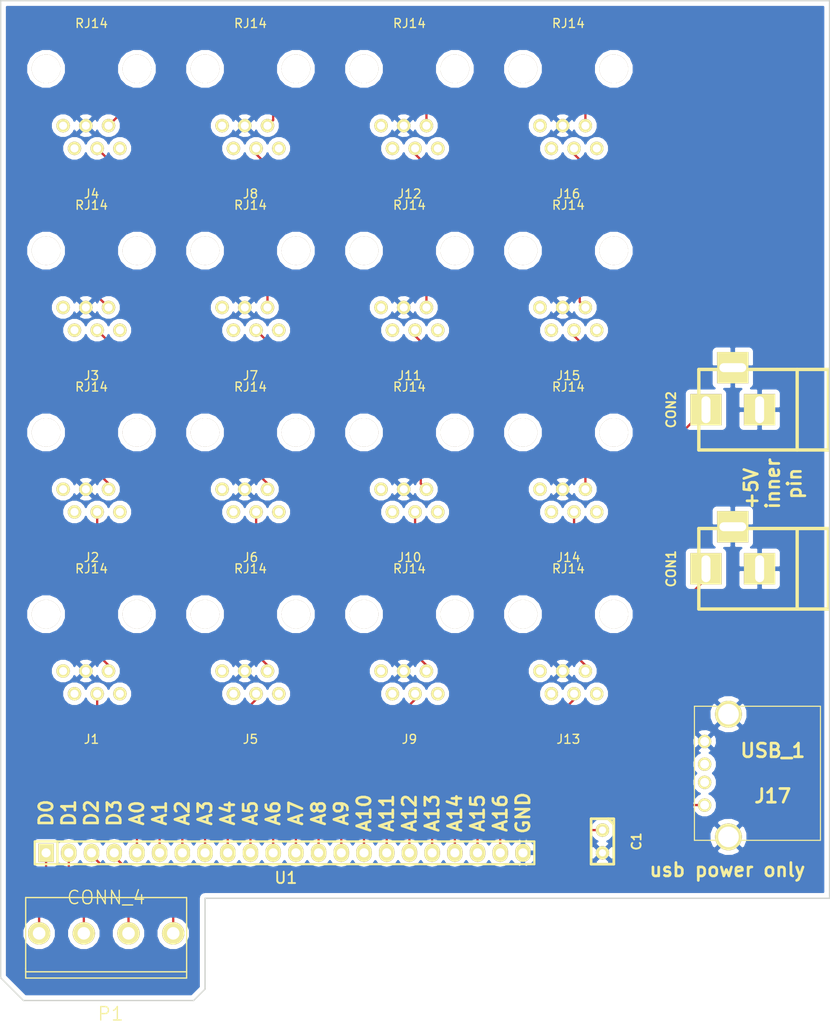
<source format=kicad_pcb>
(kicad_pcb (version 3) (host pcbnew "(2014-jan-25)-product")

  (general
    (links 64)
    (no_connects 0)
    (area 101.524999 31.674999 194.385001 132.155001)
    (thickness 1.6)
    (drawings 35)
    (tracks 192)
    (zones 0)
    (modules 22)
    (nets 73)
  )

  (page A4)
  (layers
    (15 F.Cu signal)
    (0 B.Cu signal)
    (16 B.Adhes user)
    (17 F.Adhes user)
    (18 B.Paste user)
    (19 F.Paste user)
    (20 B.SilkS user)
    (21 F.SilkS user)
    (22 B.Mask user)
    (23 F.Mask user)
    (24 Dwgs.User user)
    (25 Cmts.User user)
    (26 Eco1.User user)
    (27 Eco2.User user)
    (28 Edge.Cuts user)
  )

  (setup
    (last_trace_width 0.254)
    (trace_clearance 0.254)
    (zone_clearance 0.508)
    (zone_45_only no)
    (trace_min 0.254)
    (segment_width 0.2)
    (edge_width 0.15)
    (via_size 0.889)
    (via_drill 0.635)
    (via_min_size 0.889)
    (via_min_drill 0.508)
    (uvia_size 0.508)
    (uvia_drill 0.127)
    (uvias_allowed no)
    (uvia_min_size 0.508)
    (uvia_min_drill 0.127)
    (pcb_text_width 0.3)
    (pcb_text_size 1.5 1.5)
    (mod_edge_width 0.15)
    (mod_text_size 1.5 1.5)
    (mod_text_width 0.15)
    (pad_size 2.5 2.5)
    (pad_drill 1.4)
    (pad_to_mask_clearance 0.2)
    (aux_axis_origin 0 0)
    (visible_elements FFFFFF7F)
    (pcbplotparams
      (layerselection 3178497)
      (usegerberextensions true)
      (excludeedgelayer true)
      (linewidth 0.100000)
      (plotframeref false)
      (viasonmask false)
      (mode 1)
      (useauxorigin false)
      (hpglpennumber 1)
      (hpglpenspeed 20)
      (hpglpendiameter 15)
      (hpglpenoverlay 2)
      (psnegative false)
      (psa4output false)
      (plotreference true)
      (plotvalue true)
      (plotothertext true)
      (plotinvisibletext false)
      (padsonsilk false)
      (subtractmaskfromsilk false)
      (outputformat 1)
      (mirror false)
      (drillshape 1)
      (scaleselection 1)
      (outputdirectory ""))
  )

  (net 0 "")
  (net 1 +5V)
  (net 2 GND)
  (net 3 "Net-(J17-Pad3)")
  (net 4 "Net-(J17-Pad2)")
  (net 5 D0)
  (net 6 D1)
  (net 7 D2)
  (net 8 D3)
  (net 9 A0)
  (net 10 A1)
  (net 11 A2)
  (net 12 A3)
  (net 13 A4)
  (net 14 A5)
  (net 15 A6)
  (net 16 A7)
  (net 17 A8)
  (net 18 A9)
  (net 19 A10)
  (net 20 A11)
  (net 21 A12)
  (net 22 A13)
  (net 23 A14)
  (net 24 A15)
  (net 25 "Net-(J1-Pad1)")
  (net 26 "Net-(J1-Pad5)")
  (net 27 "Net-(J1-Pad6)")
  (net 28 "Net-(J2-Pad1)")
  (net 29 "Net-(J2-Pad5)")
  (net 30 "Net-(J2-Pad6)")
  (net 31 "Net-(J3-Pad1)")
  (net 32 "Net-(J3-Pad5)")
  (net 33 "Net-(J3-Pad6)")
  (net 34 "Net-(J4-Pad1)")
  (net 35 "Net-(J4-Pad5)")
  (net 36 "Net-(J4-Pad6)")
  (net 37 "Net-(J5-Pad1)")
  (net 38 "Net-(J5-Pad5)")
  (net 39 "Net-(J5-Pad6)")
  (net 40 "Net-(J6-Pad1)")
  (net 41 "Net-(J6-Pad5)")
  (net 42 "Net-(J6-Pad6)")
  (net 43 "Net-(J7-Pad1)")
  (net 44 "Net-(J7-Pad5)")
  (net 45 "Net-(J7-Pad6)")
  (net 46 "Net-(J8-Pad1)")
  (net 47 "Net-(J8-Pad5)")
  (net 48 "Net-(J8-Pad6)")
  (net 49 "Net-(J9-Pad1)")
  (net 50 "Net-(J9-Pad5)")
  (net 51 "Net-(J9-Pad6)")
  (net 52 "Net-(J10-Pad1)")
  (net 53 "Net-(J10-Pad5)")
  (net 54 "Net-(J10-Pad6)")
  (net 55 "Net-(J11-Pad1)")
  (net 56 "Net-(J11-Pad5)")
  (net 57 "Net-(J11-Pad6)")
  (net 58 "Net-(J12-Pad1)")
  (net 59 "Net-(J12-Pad5)")
  (net 60 "Net-(J12-Pad6)")
  (net 61 "Net-(J13-Pad1)")
  (net 62 "Net-(J13-Pad5)")
  (net 63 "Net-(J13-Pad6)")
  (net 64 "Net-(J14-Pad1)")
  (net 65 "Net-(J14-Pad5)")
  (net 66 "Net-(J14-Pad6)")
  (net 67 "Net-(J15-Pad1)")
  (net 68 "Net-(J15-Pad5)")
  (net 69 "Net-(J15-Pad6)")
  (net 70 "Net-(J16-Pad1)")
  (net 71 "Net-(J16-Pad5)")
  (net 72 "Net-(J16-Pad6)")

  (net_class Default "This is the default net class."
    (clearance 0.254)
    (trace_width 0.254)
    (via_dia 0.889)
    (via_drill 0.635)
    (uvia_dia 0.508)
    (uvia_drill 0.127)
    (add_net +5V)
    (add_net A0)
    (add_net A1)
    (add_net A10)
    (add_net A11)
    (add_net A12)
    (add_net A13)
    (add_net A14)
    (add_net A15)
    (add_net A2)
    (add_net A3)
    (add_net A4)
    (add_net A5)
    (add_net A6)
    (add_net A7)
    (add_net A8)
    (add_net A9)
    (add_net D0)
    (add_net D1)
    (add_net D2)
    (add_net D3)
    (add_net GND)
    (add_net "Net-(J1-Pad1)")
    (add_net "Net-(J1-Pad5)")
    (add_net "Net-(J1-Pad6)")
    (add_net "Net-(J10-Pad1)")
    (add_net "Net-(J10-Pad5)")
    (add_net "Net-(J10-Pad6)")
    (add_net "Net-(J11-Pad1)")
    (add_net "Net-(J11-Pad5)")
    (add_net "Net-(J11-Pad6)")
    (add_net "Net-(J12-Pad1)")
    (add_net "Net-(J12-Pad5)")
    (add_net "Net-(J12-Pad6)")
    (add_net "Net-(J13-Pad1)")
    (add_net "Net-(J13-Pad5)")
    (add_net "Net-(J13-Pad6)")
    (add_net "Net-(J14-Pad1)")
    (add_net "Net-(J14-Pad5)")
    (add_net "Net-(J14-Pad6)")
    (add_net "Net-(J15-Pad1)")
    (add_net "Net-(J15-Pad5)")
    (add_net "Net-(J15-Pad6)")
    (add_net "Net-(J16-Pad1)")
    (add_net "Net-(J16-Pad5)")
    (add_net "Net-(J16-Pad6)")
    (add_net "Net-(J17-Pad2)")
    (add_net "Net-(J17-Pad3)")
    (add_net "Net-(J2-Pad1)")
    (add_net "Net-(J2-Pad5)")
    (add_net "Net-(J2-Pad6)")
    (add_net "Net-(J3-Pad1)")
    (add_net "Net-(J3-Pad5)")
    (add_net "Net-(J3-Pad6)")
    (add_net "Net-(J4-Pad1)")
    (add_net "Net-(J4-Pad5)")
    (add_net "Net-(J4-Pad6)")
    (add_net "Net-(J5-Pad1)")
    (add_net "Net-(J5-Pad5)")
    (add_net "Net-(J5-Pad6)")
    (add_net "Net-(J6-Pad1)")
    (add_net "Net-(J6-Pad5)")
    (add_net "Net-(J6-Pad6)")
    (add_net "Net-(J7-Pad1)")
    (add_net "Net-(J7-Pad5)")
    (add_net "Net-(J7-Pad6)")
    (add_net "Net-(J8-Pad1)")
    (add_net "Net-(J8-Pad5)")
    (add_net "Net-(J8-Pad6)")
    (add_net "Net-(J9-Pad1)")
    (add_net "Net-(J9-Pad5)")
    (add_net "Net-(J9-Pad6)")
  )

  (module Capacitors_ThroughHole:Capacitor3MMDiscRM2.5 (layer F.Cu) (tedit 535D8FB5) (tstamp 535D8FCA)
    (at 168.91 125.73 270)
    (descr Capacitor3MMDiscRM2.5)
    (tags C)
    (path /534031B8)
    (fp_text reference C1 (at 0 -3.81 270) (layer F.SilkS)
      (effects (font (size 1.016 1.016) (thickness 0.2032)))
    )
    (fp_text value 10uf (at 0 -2.286 270) (layer F.SilkS) hide
      (effects (font (size 1.016 1.016) (thickness 0.2032)))
    )
    (fp_line (start -2.4892 -1.27) (end 2.54 -1.27) (layer F.SilkS) (width 0.3048))
    (fp_line (start 2.54 -1.27) (end 2.54 1.27) (layer F.SilkS) (width 0.3048))
    (fp_line (start 2.54 1.27) (end -2.54 1.27) (layer F.SilkS) (width 0.3048))
    (fp_line (start -2.54 1.27) (end -2.54 -1.27) (layer F.SilkS) (width 0.3048))
    (fp_line (start -2.54 -0.635) (end -1.905 -1.27) (layer F.SilkS) (width 0.3048))
    (pad 1 thru_hole circle (at -1.27 0 270) (size 1.50114 1.50114) (drill 0.8001) (layers *.Cu *.Mask F.SilkS)
      (net 1 +5V))
    (pad 2 thru_hole circle (at 1.27 0 270) (size 1.50114 1.50114) (drill 0.8001) (layers *.Cu *.Mask F.SilkS)
      (net 2 GND))
    (model discret/Capacitor/Capacitor3MMDiscRM2.5.wrl
      (at (xyz 0 0 0))
      (scale (xyz 1 1 1))
      (rotate (xyz 0 0 0))
    )
  )

  (module Connect:BARREL_JACK (layer F.Cu) (tedit 535D8FB5) (tstamp 535D8FD6)
    (at 186.69 95.25 180)
    (descr "DC Barrel Jack")
    (tags "Power Jack")
    (path /53402D91)
    (fp_text reference CON1 (at 10.09904 0 270) (layer F.SilkS)
      (effects (font (size 1.016 1.016) (thickness 0.2032)))
    )
    (fp_text value BARREL_JACK (at 0 -5.99948 180) (layer F.SilkS) hide
      (effects (font (size 1.016 1.016) (thickness 0.2032)))
    )
    (fp_line (start -4.0005 -4.50088) (end -4.0005 4.50088) (layer F.SilkS) (width 0.381))
    (fp_line (start -7.50062 -4.50088) (end -7.50062 4.50088) (layer F.SilkS) (width 0.381))
    (fp_line (start -7.50062 4.50088) (end 7.00024 4.50088) (layer F.SilkS) (width 0.381))
    (fp_line (start 7.00024 4.50088) (end 7.00024 -4.50088) (layer F.SilkS) (width 0.381))
    (fp_line (start 7.00024 -4.50088) (end -7.50062 -4.50088) (layer F.SilkS) (width 0.381))
    (pad 1 thru_hole rect (at 6.20014 0 180) (size 3.50012 3.50012) (drill oval 1.00076 2.99974) (layers *.Cu *.Mask F.SilkS)
      (net 1 +5V))
    (pad 2 thru_hole rect (at 0.20066 0 180) (size 3.50012 3.50012) (drill oval 1.00076 2.99974) (layers *.Cu *.Mask F.SilkS)
      (net 2 GND))
    (pad 3 thru_hole rect (at 3.2004 4.699 180) (size 3.50012 3.50012) (drill oval 2.99974 1.00076) (layers *.Cu *.Mask F.SilkS)
      (net 2 GND))
  )

  (module Connect:BARREL_JACK (layer F.Cu) (tedit 535D8FB5) (tstamp 535D8FE2)
    (at 186.69 77.47 180)
    (descr "DC Barrel Jack")
    (tags "Power Jack")
    (path /53403D81)
    (fp_text reference CON2 (at 10.09904 0 270) (layer F.SilkS)
      (effects (font (size 1.016 1.016) (thickness 0.2032)))
    )
    (fp_text value BARREL_JACK (at 0 -5.99948 180) (layer F.SilkS) hide
      (effects (font (size 1.016 1.016) (thickness 0.2032)))
    )
    (fp_line (start -4.0005 -4.50088) (end -4.0005 4.50088) (layer F.SilkS) (width 0.381))
    (fp_line (start -7.50062 -4.50088) (end -7.50062 4.50088) (layer F.SilkS) (width 0.381))
    (fp_line (start -7.50062 4.50088) (end 7.00024 4.50088) (layer F.SilkS) (width 0.381))
    (fp_line (start 7.00024 4.50088) (end 7.00024 -4.50088) (layer F.SilkS) (width 0.381))
    (fp_line (start 7.00024 -4.50088) (end -7.50062 -4.50088) (layer F.SilkS) (width 0.381))
    (pad 1 thru_hole rect (at 6.20014 0 180) (size 3.50012 3.50012) (drill oval 1.00076 2.99974) (layers *.Cu *.Mask F.SilkS)
      (net 1 +5V))
    (pad 2 thru_hole rect (at 0.20066 0 180) (size 3.50012 3.50012) (drill oval 1.00076 2.99974) (layers *.Cu *.Mask F.SilkS)
      (net 2 GND))
    (pad 3 thru_hole rect (at 3.2004 4.699 180) (size 3.50012 3.50012) (drill oval 2.99974 1.00076) (layers *.Cu *.Mask F.SilkS)
      (net 2 GND))
  )

  (module Connect:USB_A (layer F.Cu) (tedit 535D8FB5) (tstamp 535FE4A9)
    (at 180.34 118.11)
    (path /532FA7D3)
    (fp_text reference J17 (at 7.62 2.54) (layer F.SilkS)
      (effects (font (thickness 0.3048)))
    )
    (fp_text value USB_1 (at 7.62 -2.54) (layer F.SilkS)
      (effects (font (thickness 0.3048)))
    )
    (fp_line (start -1.143 -7.493) (end 12.954 -7.493) (layer F.SilkS) (width 0.127))
    (fp_line (start 12.954 7.493) (end -1.143 7.493) (layer F.SilkS) (width 0.127))
    (fp_line (start -1.143 -7.493) (end -1.143 7.493) (layer F.SilkS) (width 0.127))
    (fp_line (start 12.954 -7.493) (end 12.954 7.493) (layer F.SilkS) (width 0.127))
    (pad 4 thru_hole circle (at 0 -3.556) (size 1.50114 1.50114) (drill 1.00076) (layers *.Cu *.Mask F.SilkS)
      (net 2 GND))
    (pad 3 thru_hole circle (at 0 -1.016) (size 1.50114 1.50114) (drill 1.00076) (layers *.Cu *.Mask F.SilkS)
      (net 3 "Net-(J17-Pad3)"))
    (pad 2 thru_hole circle (at 0 1.016) (size 1.50114 1.50114) (drill 1.00076) (layers *.Cu *.Mask F.SilkS)
      (net 4 "Net-(J17-Pad2)"))
    (pad 1 thru_hole circle (at 0 3.556) (size 1.50114 1.50114) (drill 1.00076) (layers *.Cu *.Mask F.SilkS)
      (net 1 +5V))
    (pad 5 thru_hole circle (at 2.667 -6.604) (size 2.99974 2.99974) (drill 2.30124) (layers *.Cu *.Mask F.SilkS)
      (net 2 GND))
    (pad 6 thru_hole circle (at 2.667 7.112) (size 2.99974 2.99974) (drill 2.30124) (layers *.Cu *.Mask F.SilkS)
      (net 2 GND))
    (model Connectors/usb_a_through_hole.wrl
      (at (xyz 0 0 0))
      (scale (xyz 1 1 1))
      (rotate (xyz 0 0 0))
    )
  )

  (module Pin_Headers:Pin_Header_Straight_1x22 (layer F.Cu) (tedit 535FE54C) (tstamp 535D9DFF)
    (at 133.35 127)
    (descr "1 pin")
    (tags "CONN DEV")
    (path /5327640A)
    (fp_text reference U1 (at 0.15 2.8) (layer F.SilkS)
      (effects (font (size 1.27 1.27) (thickness 0.2032)))
    )
    (fp_text value ADCPINS (at 0 0) (layer F.SilkS) hide
      (effects (font (size 1.27 1.27) (thickness 0.2032)))
    )
    (fp_line (start -25.4 1.27) (end 27.94 1.27) (layer F.SilkS) (width 0.254))
    (fp_line (start 27.94 1.27) (end 27.94 -1.27) (layer F.SilkS) (width 0.254))
    (fp_line (start 27.94 -1.27) (end -25.4 -1.27) (layer F.SilkS) (width 0.254))
    (fp_line (start -27.94 -1.27) (end -25.4 -1.27) (layer F.SilkS) (width 0.254))
    (fp_line (start -25.4 -1.27) (end -25.4 1.27) (layer F.SilkS) (width 0.254))
    (fp_line (start -27.94 -1.27) (end -27.94 1.27) (layer F.SilkS) (width 0.254))
    (fp_line (start -27.94 1.27) (end -25.4 1.27) (layer F.SilkS) (width 0.254))
    (pad 1 thru_hole rect (at -26.67 0) (size 1.7272 2.032) (drill 1.016) (layers *.Cu *.Mask F.SilkS)
      (net 5 D0))
    (pad 2 thru_hole oval (at -24.13 0) (size 1.7272 2.032) (drill 1.016) (layers *.Cu *.Mask F.SilkS)
      (net 6 D1))
    (pad 3 thru_hole oval (at -21.59 0) (size 1.7272 2.032) (drill 1.016) (layers *.Cu *.Mask F.SilkS)
      (net 7 D2))
    (pad 4 thru_hole oval (at -19.05 0) (size 1.7272 2.032) (drill 1.016) (layers *.Cu *.Mask F.SilkS)
      (net 8 D3))
    (pad 5 thru_hole oval (at -16.51 0) (size 1.7272 2.032) (drill 1.016) (layers *.Cu *.Mask F.SilkS)
      (net 9 A0))
    (pad 6 thru_hole oval (at -13.97 0) (size 1.7272 2.032) (drill 1.016) (layers *.Cu *.Mask F.SilkS)
      (net 10 A1))
    (pad 7 thru_hole oval (at -11.43 0) (size 1.7272 2.032) (drill 1.016) (layers *.Cu *.Mask F.SilkS)
      (net 11 A2))
    (pad 8 thru_hole oval (at -8.89 0) (size 1.7272 2.032) (drill 1.016) (layers *.Cu *.Mask F.SilkS)
      (net 12 A3))
    (pad 9 thru_hole oval (at -6.35 0) (size 1.7272 2.032) (drill 1.016) (layers *.Cu *.Mask F.SilkS)
      (net 13 A4))
    (pad 10 thru_hole oval (at -3.81 0) (size 1.7272 2.032) (drill 1.016) (layers *.Cu *.Mask F.SilkS)
      (net 14 A5))
    (pad 11 thru_hole oval (at -1.27 0) (size 1.7272 2.032) (drill 1.016) (layers *.Cu *.Mask F.SilkS)
      (net 15 A6))
    (pad 12 thru_hole oval (at 1.27 0) (size 1.7272 2.032) (drill 1.016) (layers *.Cu *.Mask F.SilkS)
      (net 16 A7))
    (pad 13 thru_hole oval (at 3.81 0) (size 1.7272 2.032) (drill 1.016) (layers *.Cu *.Mask F.SilkS)
      (net 17 A8))
    (pad 14 thru_hole oval (at 6.35 0) (size 1.7272 2.032) (drill 1.016) (layers *.Cu *.Mask F.SilkS)
      (net 18 A9))
    (pad 15 thru_hole oval (at 8.89 0) (size 1.7272 2.032) (drill 1.016) (layers *.Cu *.Mask F.SilkS)
      (net 19 A10))
    (pad 16 thru_hole oval (at 11.43 0) (size 1.7272 2.032) (drill 1.016) (layers *.Cu *.Mask F.SilkS)
      (net 20 A11))
    (pad 17 thru_hole oval (at 13.97 0) (size 1.7272 2.032) (drill 1.016) (layers *.Cu *.Mask F.SilkS)
      (net 21 A12))
    (pad 18 thru_hole oval (at 16.51 0) (size 1.7272 2.032) (drill 1.016) (layers *.Cu *.Mask F.SilkS)
      (net 22 A13))
    (pad 19 thru_hole oval (at 19.05 0) (size 1.7272 2.032) (drill 1.016) (layers *.Cu *.Mask F.SilkS)
      (net 23 A14))
    (pad 20 thru_hole oval (at 21.59 0) (size 1.7272 2.032) (drill 1.016) (layers *.Cu *.Mask F.SilkS)
      (net 24 A15))
    (pad 21 thru_hole oval (at 24.13 0) (size 1.7272 2.032) (drill 1.016) (layers *.Cu *.Mask F.SilkS)
      (net 1 +5V))
    (pad 22 thru_hole oval (at 26.67 0) (size 1.7272 2.032) (drill 1.016) (layers *.Cu *.Mask F.SilkS)
      (net 2 GND))
    (model Pin_Headers/Pin_Header_Straight_1x22.wrl
      (at (xyz 0 0 0))
      (scale (xyz 1 1 1))
      (rotate (xyz 0 0 0))
    )
  )

  (module Cyclophone:A-2014-0-4-R_TOP (layer F.Cu) (tedit 535D9191) (tstamp 535D9278)
    (at 111.76 100.33 180)
    (path /532FA6C6)
    (fp_text reference J1 (at 0 -13.97 180) (layer F.SilkS)
      (effects (font (size 1 1) (thickness 0.15)))
    )
    (fp_text value RJ14 (at 0 5.08 180) (layer F.SilkS)
      (effects (font (size 1 1) (thickness 0.15)))
    )
    (pad hole thru_hole circle (at 5.08 0 180) (size 3.2 3.2) (drill 3.2) (layers *.Cu *.Mask F.SilkS))
    (pad hole thru_hole circle (at -5.08 0 180) (size 3.2 3.2) (drill 3.2) (layers *.Cu *.Mask F.SilkS))
    (pad 1 thru_hole circle (at -3.175 -8.89 180) (size 1.5 1.5) (drill 0.9) (layers *.Cu *.Mask F.SilkS)
      (net 25 "Net-(J1-Pad1)"))
    (pad 2 thru_hole circle (at -1.905 -6.35 180) (size 1.5 1.5) (drill 0.9) (layers *.Cu *.Mask F.SilkS)
      (net 1 +5V))
    (pad 3 thru_hole circle (at -0.635 -8.89 180) (size 1.5 1.5) (drill 0.9) (layers *.Cu *.Mask F.SilkS)
      (net 9 A0))
    (pad 4 thru_hole circle (at 0.635 -6.35 180) (size 1.5 1.5) (drill 0.9) (layers *.Cu *.Mask F.SilkS)
      (net 2 GND))
    (pad 5 thru_hole circle (at 1.905 -8.89 180) (size 1.5 1.5) (drill 0.9) (layers *.Cu *.Mask F.SilkS)
      (net 26 "Net-(J1-Pad5)"))
    (pad 6 thru_hole circle (at 3.175 -6.35 180) (size 1.5 1.5) (drill 0.9) (layers *.Cu *.Mask F.SilkS)
      (net 27 "Net-(J1-Pad6)"))
  )

  (module Cyclophone:A-2014-0-4-R_TOP (layer F.Cu) (tedit 535D9191) (tstamp 535D9284)
    (at 111.76 80.01 180)
    (path /532FAA82)
    (fp_text reference J2 (at 0 -13.97 180) (layer F.SilkS)
      (effects (font (size 1 1) (thickness 0.15)))
    )
    (fp_text value RJ14 (at 0 5.08 180) (layer F.SilkS)
      (effects (font (size 1 1) (thickness 0.15)))
    )
    (pad hole thru_hole circle (at 5.08 0 180) (size 3.2 3.2) (drill 3.2) (layers *.Cu *.Mask F.SilkS))
    (pad hole thru_hole circle (at -5.08 0 180) (size 3.2 3.2) (drill 3.2) (layers *.Cu *.Mask F.SilkS))
    (pad 1 thru_hole circle (at -3.175 -8.89 180) (size 1.5 1.5) (drill 0.9) (layers *.Cu *.Mask F.SilkS)
      (net 28 "Net-(J2-Pad1)"))
    (pad 2 thru_hole circle (at -1.905 -6.35 180) (size 1.5 1.5) (drill 0.9) (layers *.Cu *.Mask F.SilkS)
      (net 1 +5V))
    (pad 3 thru_hole circle (at -0.635 -8.89 180) (size 1.5 1.5) (drill 0.9) (layers *.Cu *.Mask F.SilkS)
      (net 10 A1))
    (pad 4 thru_hole circle (at 0.635 -6.35 180) (size 1.5 1.5) (drill 0.9) (layers *.Cu *.Mask F.SilkS)
      (net 2 GND))
    (pad 5 thru_hole circle (at 1.905 -8.89 180) (size 1.5 1.5) (drill 0.9) (layers *.Cu *.Mask F.SilkS)
      (net 29 "Net-(J2-Pad5)"))
    (pad 6 thru_hole circle (at 3.175 -6.35 180) (size 1.5 1.5) (drill 0.9) (layers *.Cu *.Mask F.SilkS)
      (net 30 "Net-(J2-Pad6)"))
  )

  (module Cyclophone:A-2014-0-4-R_TOP (layer F.Cu) (tedit 535D9191) (tstamp 535D9E5F)
    (at 111.76 59.69 180)
    (path /532FAA98)
    (fp_text reference J3 (at 0 -13.97 180) (layer F.SilkS)
      (effects (font (size 1 1) (thickness 0.15)))
    )
    (fp_text value RJ14 (at 0 5.08 180) (layer F.SilkS)
      (effects (font (size 1 1) (thickness 0.15)))
    )
    (pad hole thru_hole circle (at 5.08 0 180) (size 3.2 3.2) (drill 3.2) (layers *.Cu *.Mask F.SilkS))
    (pad hole thru_hole circle (at -5.08 0 180) (size 3.2 3.2) (drill 3.2) (layers *.Cu *.Mask F.SilkS))
    (pad 1 thru_hole circle (at -3.175 -8.89 180) (size 1.5 1.5) (drill 0.9) (layers *.Cu *.Mask F.SilkS)
      (net 31 "Net-(J3-Pad1)"))
    (pad 2 thru_hole circle (at -1.905 -6.35 180) (size 1.5 1.5) (drill 0.9) (layers *.Cu *.Mask F.SilkS)
      (net 1 +5V))
    (pad 3 thru_hole circle (at -0.635 -8.89 180) (size 1.5 1.5) (drill 0.9) (layers *.Cu *.Mask F.SilkS)
      (net 11 A2))
    (pad 4 thru_hole circle (at 0.635 -6.35 180) (size 1.5 1.5) (drill 0.9) (layers *.Cu *.Mask F.SilkS)
      (net 2 GND))
    (pad 5 thru_hole circle (at 1.905 -8.89 180) (size 1.5 1.5) (drill 0.9) (layers *.Cu *.Mask F.SilkS)
      (net 32 "Net-(J3-Pad5)"))
    (pad 6 thru_hole circle (at 3.175 -6.35 180) (size 1.5 1.5) (drill 0.9) (layers *.Cu *.Mask F.SilkS)
      (net 33 "Net-(J3-Pad6)"))
  )

  (module Cyclophone:A-2014-0-4-R_TOP (layer F.Cu) (tedit 535D9191) (tstamp 535D929C)
    (at 111.76 39.37 180)
    (path /532FAAAE)
    (fp_text reference J4 (at 0 -13.97 180) (layer F.SilkS)
      (effects (font (size 1 1) (thickness 0.15)))
    )
    (fp_text value RJ14 (at 0 5.08 180) (layer F.SilkS)
      (effects (font (size 1 1) (thickness 0.15)))
    )
    (pad hole thru_hole circle (at 5.08 0 180) (size 3.2 3.2) (drill 3.2) (layers *.Cu *.Mask F.SilkS))
    (pad hole thru_hole circle (at -5.08 0 180) (size 3.2 3.2) (drill 3.2) (layers *.Cu *.Mask F.SilkS))
    (pad 1 thru_hole circle (at -3.175 -8.89 180) (size 1.5 1.5) (drill 0.9) (layers *.Cu *.Mask F.SilkS)
      (net 34 "Net-(J4-Pad1)"))
    (pad 2 thru_hole circle (at -1.905 -6.35 180) (size 1.5 1.5) (drill 0.9) (layers *.Cu *.Mask F.SilkS)
      (net 1 +5V))
    (pad 3 thru_hole circle (at -0.635 -8.89 180) (size 1.5 1.5) (drill 0.9) (layers *.Cu *.Mask F.SilkS)
      (net 12 A3))
    (pad 4 thru_hole circle (at 0.635 -6.35 180) (size 1.5 1.5) (drill 0.9) (layers *.Cu *.Mask F.SilkS)
      (net 2 GND))
    (pad 5 thru_hole circle (at 1.905 -8.89 180) (size 1.5 1.5) (drill 0.9) (layers *.Cu *.Mask F.SilkS)
      (net 35 "Net-(J4-Pad5)"))
    (pad 6 thru_hole circle (at 3.175 -6.35 180) (size 1.5 1.5) (drill 0.9) (layers *.Cu *.Mask F.SilkS)
      (net 36 "Net-(J4-Pad6)"))
  )

  (module Cyclophone:A-2014-0-4-R_TOP (layer F.Cu) (tedit 535D9191) (tstamp 535D92A8)
    (at 129.54 100.33 180)
    (path /532FAB1C)
    (fp_text reference J5 (at 0 -13.97 180) (layer F.SilkS)
      (effects (font (size 1 1) (thickness 0.15)))
    )
    (fp_text value RJ14 (at 0 5.08 180) (layer F.SilkS)
      (effects (font (size 1 1) (thickness 0.15)))
    )
    (pad hole thru_hole circle (at 5.08 0 180) (size 3.2 3.2) (drill 3.2) (layers *.Cu *.Mask F.SilkS))
    (pad hole thru_hole circle (at -5.08 0 180) (size 3.2 3.2) (drill 3.2) (layers *.Cu *.Mask F.SilkS))
    (pad 1 thru_hole circle (at -3.175 -8.89 180) (size 1.5 1.5) (drill 0.9) (layers *.Cu *.Mask F.SilkS)
      (net 37 "Net-(J5-Pad1)"))
    (pad 2 thru_hole circle (at -1.905 -6.35 180) (size 1.5 1.5) (drill 0.9) (layers *.Cu *.Mask F.SilkS)
      (net 1 +5V))
    (pad 3 thru_hole circle (at -0.635 -8.89 180) (size 1.5 1.5) (drill 0.9) (layers *.Cu *.Mask F.SilkS)
      (net 13 A4))
    (pad 4 thru_hole circle (at 0.635 -6.35 180) (size 1.5 1.5) (drill 0.9) (layers *.Cu *.Mask F.SilkS)
      (net 2 GND))
    (pad 5 thru_hole circle (at 1.905 -8.89 180) (size 1.5 1.5) (drill 0.9) (layers *.Cu *.Mask F.SilkS)
      (net 38 "Net-(J5-Pad5)"))
    (pad 6 thru_hole circle (at 3.175 -6.35 180) (size 1.5 1.5) (drill 0.9) (layers *.Cu *.Mask F.SilkS)
      (net 39 "Net-(J5-Pad6)"))
  )

  (module Cyclophone:A-2014-0-4-R_TOP (layer F.Cu) (tedit 535D9191) (tstamp 535D92B4)
    (at 129.54 80.01 180)
    (path /532FAB32)
    (fp_text reference J6 (at 0 -13.97 180) (layer F.SilkS)
      (effects (font (size 1 1) (thickness 0.15)))
    )
    (fp_text value RJ14 (at 0 5.08 180) (layer F.SilkS)
      (effects (font (size 1 1) (thickness 0.15)))
    )
    (pad hole thru_hole circle (at 5.08 0 180) (size 3.2 3.2) (drill 3.2) (layers *.Cu *.Mask F.SilkS))
    (pad hole thru_hole circle (at -5.08 0 180) (size 3.2 3.2) (drill 3.2) (layers *.Cu *.Mask F.SilkS))
    (pad 1 thru_hole circle (at -3.175 -8.89 180) (size 1.5 1.5) (drill 0.9) (layers *.Cu *.Mask F.SilkS)
      (net 40 "Net-(J6-Pad1)"))
    (pad 2 thru_hole circle (at -1.905 -6.35 180) (size 1.5 1.5) (drill 0.9) (layers *.Cu *.Mask F.SilkS)
      (net 1 +5V))
    (pad 3 thru_hole circle (at -0.635 -8.89 180) (size 1.5 1.5) (drill 0.9) (layers *.Cu *.Mask F.SilkS)
      (net 14 A5))
    (pad 4 thru_hole circle (at 0.635 -6.35 180) (size 1.5 1.5) (drill 0.9) (layers *.Cu *.Mask F.SilkS)
      (net 2 GND))
    (pad 5 thru_hole circle (at 1.905 -8.89 180) (size 1.5 1.5) (drill 0.9) (layers *.Cu *.Mask F.SilkS)
      (net 41 "Net-(J6-Pad5)"))
    (pad 6 thru_hole circle (at 3.175 -6.35 180) (size 1.5 1.5) (drill 0.9) (layers *.Cu *.Mask F.SilkS)
      (net 42 "Net-(J6-Pad6)"))
  )

  (module Cyclophone:A-2014-0-4-R_TOP (layer F.Cu) (tedit 535D9191) (tstamp 535D92C0)
    (at 129.54 59.69 180)
    (path /532FAB48)
    (fp_text reference J7 (at 0 -13.97 180) (layer F.SilkS)
      (effects (font (size 1 1) (thickness 0.15)))
    )
    (fp_text value RJ14 (at 0 5.08 180) (layer F.SilkS)
      (effects (font (size 1 1) (thickness 0.15)))
    )
    (pad hole thru_hole circle (at 5.08 0 180) (size 3.2 3.2) (drill 3.2) (layers *.Cu *.Mask F.SilkS))
    (pad hole thru_hole circle (at -5.08 0 180) (size 3.2 3.2) (drill 3.2) (layers *.Cu *.Mask F.SilkS))
    (pad 1 thru_hole circle (at -3.175 -8.89 180) (size 1.5 1.5) (drill 0.9) (layers *.Cu *.Mask F.SilkS)
      (net 43 "Net-(J7-Pad1)"))
    (pad 2 thru_hole circle (at -1.905 -6.35 180) (size 1.5 1.5) (drill 0.9) (layers *.Cu *.Mask F.SilkS)
      (net 1 +5V))
    (pad 3 thru_hole circle (at -0.635 -8.89 180) (size 1.5 1.5) (drill 0.9) (layers *.Cu *.Mask F.SilkS)
      (net 15 A6))
    (pad 4 thru_hole circle (at 0.635 -6.35 180) (size 1.5 1.5) (drill 0.9) (layers *.Cu *.Mask F.SilkS)
      (net 2 GND))
    (pad 5 thru_hole circle (at 1.905 -8.89 180) (size 1.5 1.5) (drill 0.9) (layers *.Cu *.Mask F.SilkS)
      (net 44 "Net-(J7-Pad5)"))
    (pad 6 thru_hole circle (at 3.175 -6.35 180) (size 1.5 1.5) (drill 0.9) (layers *.Cu *.Mask F.SilkS)
      (net 45 "Net-(J7-Pad6)"))
  )

  (module Cyclophone:A-2014-0-4-R_TOP (layer F.Cu) (tedit 535D9191) (tstamp 535D92CC)
    (at 129.54 39.37 180)
    (path /532FAB5E)
    (fp_text reference J8 (at 0 -13.97 180) (layer F.SilkS)
      (effects (font (size 1 1) (thickness 0.15)))
    )
    (fp_text value RJ14 (at 0 5.08 180) (layer F.SilkS)
      (effects (font (size 1 1) (thickness 0.15)))
    )
    (pad hole thru_hole circle (at 5.08 0 180) (size 3.2 3.2) (drill 3.2) (layers *.Cu *.Mask F.SilkS))
    (pad hole thru_hole circle (at -5.08 0 180) (size 3.2 3.2) (drill 3.2) (layers *.Cu *.Mask F.SilkS))
    (pad 1 thru_hole circle (at -3.175 -8.89 180) (size 1.5 1.5) (drill 0.9) (layers *.Cu *.Mask F.SilkS)
      (net 46 "Net-(J8-Pad1)"))
    (pad 2 thru_hole circle (at -1.905 -6.35 180) (size 1.5 1.5) (drill 0.9) (layers *.Cu *.Mask F.SilkS)
      (net 1 +5V))
    (pad 3 thru_hole circle (at -0.635 -8.89 180) (size 1.5 1.5) (drill 0.9) (layers *.Cu *.Mask F.SilkS)
      (net 16 A7))
    (pad 4 thru_hole circle (at 0.635 -6.35 180) (size 1.5 1.5) (drill 0.9) (layers *.Cu *.Mask F.SilkS)
      (net 2 GND))
    (pad 5 thru_hole circle (at 1.905 -8.89 180) (size 1.5 1.5) (drill 0.9) (layers *.Cu *.Mask F.SilkS)
      (net 47 "Net-(J8-Pad5)"))
    (pad 6 thru_hole circle (at 3.175 -6.35 180) (size 1.5 1.5) (drill 0.9) (layers *.Cu *.Mask F.SilkS)
      (net 48 "Net-(J8-Pad6)"))
  )

  (module Cyclophone:A-2014-0-4-R_TOP (layer F.Cu) (tedit 535D9191) (tstamp 535D92D8)
    (at 147.32 100.33 180)
    (path /532FAB74)
    (fp_text reference J9 (at 0 -13.97 180) (layer F.SilkS)
      (effects (font (size 1 1) (thickness 0.15)))
    )
    (fp_text value RJ14 (at 0 5.08 180) (layer F.SilkS)
      (effects (font (size 1 1) (thickness 0.15)))
    )
    (pad hole thru_hole circle (at 5.08 0 180) (size 3.2 3.2) (drill 3.2) (layers *.Cu *.Mask F.SilkS))
    (pad hole thru_hole circle (at -5.08 0 180) (size 3.2 3.2) (drill 3.2) (layers *.Cu *.Mask F.SilkS))
    (pad 1 thru_hole circle (at -3.175 -8.89 180) (size 1.5 1.5) (drill 0.9) (layers *.Cu *.Mask F.SilkS)
      (net 49 "Net-(J9-Pad1)"))
    (pad 2 thru_hole circle (at -1.905 -6.35 180) (size 1.5 1.5) (drill 0.9) (layers *.Cu *.Mask F.SilkS)
      (net 1 +5V))
    (pad 3 thru_hole circle (at -0.635 -8.89 180) (size 1.5 1.5) (drill 0.9) (layers *.Cu *.Mask F.SilkS)
      (net 17 A8))
    (pad 4 thru_hole circle (at 0.635 -6.35 180) (size 1.5 1.5) (drill 0.9) (layers *.Cu *.Mask F.SilkS)
      (net 2 GND))
    (pad 5 thru_hole circle (at 1.905 -8.89 180) (size 1.5 1.5) (drill 0.9) (layers *.Cu *.Mask F.SilkS)
      (net 50 "Net-(J9-Pad5)"))
    (pad 6 thru_hole circle (at 3.175 -6.35 180) (size 1.5 1.5) (drill 0.9) (layers *.Cu *.Mask F.SilkS)
      (net 51 "Net-(J9-Pad6)"))
  )

  (module Cyclophone:A-2014-0-4-R_TOP (layer F.Cu) (tedit 535D9191) (tstamp 535D92E4)
    (at 147.32 80.01 180)
    (path /532FAB8A)
    (fp_text reference J10 (at 0 -13.97 180) (layer F.SilkS)
      (effects (font (size 1 1) (thickness 0.15)))
    )
    (fp_text value RJ14 (at 0 5.08 180) (layer F.SilkS)
      (effects (font (size 1 1) (thickness 0.15)))
    )
    (pad hole thru_hole circle (at 5.08 0 180) (size 3.2 3.2) (drill 3.2) (layers *.Cu *.Mask F.SilkS))
    (pad hole thru_hole circle (at -5.08 0 180) (size 3.2 3.2) (drill 3.2) (layers *.Cu *.Mask F.SilkS))
    (pad 1 thru_hole circle (at -3.175 -8.89 180) (size 1.5 1.5) (drill 0.9) (layers *.Cu *.Mask F.SilkS)
      (net 52 "Net-(J10-Pad1)"))
    (pad 2 thru_hole circle (at -1.905 -6.35 180) (size 1.5 1.5) (drill 0.9) (layers *.Cu *.Mask F.SilkS)
      (net 1 +5V))
    (pad 3 thru_hole circle (at -0.635 -8.89 180) (size 1.5 1.5) (drill 0.9) (layers *.Cu *.Mask F.SilkS)
      (net 18 A9))
    (pad 4 thru_hole circle (at 0.635 -6.35 180) (size 1.5 1.5) (drill 0.9) (layers *.Cu *.Mask F.SilkS)
      (net 2 GND))
    (pad 5 thru_hole circle (at 1.905 -8.89 180) (size 1.5 1.5) (drill 0.9) (layers *.Cu *.Mask F.SilkS)
      (net 53 "Net-(J10-Pad5)"))
    (pad 6 thru_hole circle (at 3.175 -6.35 180) (size 1.5 1.5) (drill 0.9) (layers *.Cu *.Mask F.SilkS)
      (net 54 "Net-(J10-Pad6)"))
  )

  (module Cyclophone:A-2014-0-4-R_TOP (layer F.Cu) (tedit 535D9191) (tstamp 535D92F0)
    (at 147.32 59.69 180)
    (path /532FABA0)
    (fp_text reference J11 (at 0 -13.97 180) (layer F.SilkS)
      (effects (font (size 1 1) (thickness 0.15)))
    )
    (fp_text value RJ14 (at 0 5.08 180) (layer F.SilkS)
      (effects (font (size 1 1) (thickness 0.15)))
    )
    (pad hole thru_hole circle (at 5.08 0 180) (size 3.2 3.2) (drill 3.2) (layers *.Cu *.Mask F.SilkS))
    (pad hole thru_hole circle (at -5.08 0 180) (size 3.2 3.2) (drill 3.2) (layers *.Cu *.Mask F.SilkS))
    (pad 1 thru_hole circle (at -3.175 -8.89 180) (size 1.5 1.5) (drill 0.9) (layers *.Cu *.Mask F.SilkS)
      (net 55 "Net-(J11-Pad1)"))
    (pad 2 thru_hole circle (at -1.905 -6.35 180) (size 1.5 1.5) (drill 0.9) (layers *.Cu *.Mask F.SilkS)
      (net 1 +5V))
    (pad 3 thru_hole circle (at -0.635 -8.89 180) (size 1.5 1.5) (drill 0.9) (layers *.Cu *.Mask F.SilkS)
      (net 19 A10))
    (pad 4 thru_hole circle (at 0.635 -6.35 180) (size 1.5 1.5) (drill 0.9) (layers *.Cu *.Mask F.SilkS)
      (net 2 GND))
    (pad 5 thru_hole circle (at 1.905 -8.89 180) (size 1.5 1.5) (drill 0.9) (layers *.Cu *.Mask F.SilkS)
      (net 56 "Net-(J11-Pad5)"))
    (pad 6 thru_hole circle (at 3.175 -6.35 180) (size 1.5 1.5) (drill 0.9) (layers *.Cu *.Mask F.SilkS)
      (net 57 "Net-(J11-Pad6)"))
  )

  (module Cyclophone:A-2014-0-4-R_TOP (layer F.Cu) (tedit 535D9191) (tstamp 535D92FC)
    (at 147.32 39.37 180)
    (path /532FABB6)
    (fp_text reference J12 (at 0 -13.97 180) (layer F.SilkS)
      (effects (font (size 1 1) (thickness 0.15)))
    )
    (fp_text value RJ14 (at 0 5.08 180) (layer F.SilkS)
      (effects (font (size 1 1) (thickness 0.15)))
    )
    (pad hole thru_hole circle (at 5.08 0 180) (size 3.2 3.2) (drill 3.2) (layers *.Cu *.Mask F.SilkS))
    (pad hole thru_hole circle (at -5.08 0 180) (size 3.2 3.2) (drill 3.2) (layers *.Cu *.Mask F.SilkS))
    (pad 1 thru_hole circle (at -3.175 -8.89 180) (size 1.5 1.5) (drill 0.9) (layers *.Cu *.Mask F.SilkS)
      (net 58 "Net-(J12-Pad1)"))
    (pad 2 thru_hole circle (at -1.905 -6.35 180) (size 1.5 1.5) (drill 0.9) (layers *.Cu *.Mask F.SilkS)
      (net 1 +5V))
    (pad 3 thru_hole circle (at -0.635 -8.89 180) (size 1.5 1.5) (drill 0.9) (layers *.Cu *.Mask F.SilkS)
      (net 20 A11))
    (pad 4 thru_hole circle (at 0.635 -6.35 180) (size 1.5 1.5) (drill 0.9) (layers *.Cu *.Mask F.SilkS)
      (net 2 GND))
    (pad 5 thru_hole circle (at 1.905 -8.89 180) (size 1.5 1.5) (drill 0.9) (layers *.Cu *.Mask F.SilkS)
      (net 59 "Net-(J12-Pad5)"))
    (pad 6 thru_hole circle (at 3.175 -6.35 180) (size 1.5 1.5) (drill 0.9) (layers *.Cu *.Mask F.SilkS)
      (net 60 "Net-(J12-Pad6)"))
  )

  (module Cyclophone:A-2014-0-4-R_TOP (layer F.Cu) (tedit 535D9191) (tstamp 535D9308)
    (at 165.1 100.33 180)
    (path /532FABCC)
    (fp_text reference J13 (at 0 -13.97 180) (layer F.SilkS)
      (effects (font (size 1 1) (thickness 0.15)))
    )
    (fp_text value RJ14 (at 0 5.08 180) (layer F.SilkS)
      (effects (font (size 1 1) (thickness 0.15)))
    )
    (pad hole thru_hole circle (at 5.08 0 180) (size 3.2 3.2) (drill 3.2) (layers *.Cu *.Mask F.SilkS))
    (pad hole thru_hole circle (at -5.08 0 180) (size 3.2 3.2) (drill 3.2) (layers *.Cu *.Mask F.SilkS))
    (pad 1 thru_hole circle (at -3.175 -8.89 180) (size 1.5 1.5) (drill 0.9) (layers *.Cu *.Mask F.SilkS)
      (net 61 "Net-(J13-Pad1)"))
    (pad 2 thru_hole circle (at -1.905 -6.35 180) (size 1.5 1.5) (drill 0.9) (layers *.Cu *.Mask F.SilkS)
      (net 1 +5V))
    (pad 3 thru_hole circle (at -0.635 -8.89 180) (size 1.5 1.5) (drill 0.9) (layers *.Cu *.Mask F.SilkS)
      (net 21 A12))
    (pad 4 thru_hole circle (at 0.635 -6.35 180) (size 1.5 1.5) (drill 0.9) (layers *.Cu *.Mask F.SilkS)
      (net 2 GND))
    (pad 5 thru_hole circle (at 1.905 -8.89 180) (size 1.5 1.5) (drill 0.9) (layers *.Cu *.Mask F.SilkS)
      (net 62 "Net-(J13-Pad5)"))
    (pad 6 thru_hole circle (at 3.175 -6.35 180) (size 1.5 1.5) (drill 0.9) (layers *.Cu *.Mask F.SilkS)
      (net 63 "Net-(J13-Pad6)"))
  )

  (module Cyclophone:A-2014-0-4-R_TOP (layer F.Cu) (tedit 535D9191) (tstamp 535D9314)
    (at 165.1 80.01 180)
    (path /532FABE2)
    (fp_text reference J14 (at 0 -13.97 180) (layer F.SilkS)
      (effects (font (size 1 1) (thickness 0.15)))
    )
    (fp_text value RJ14 (at 0 5.08 180) (layer F.SilkS)
      (effects (font (size 1 1) (thickness 0.15)))
    )
    (pad hole thru_hole circle (at 5.08 0 180) (size 3.2 3.2) (drill 3.2) (layers *.Cu *.Mask F.SilkS))
    (pad hole thru_hole circle (at -5.08 0 180) (size 3.2 3.2) (drill 3.2) (layers *.Cu *.Mask F.SilkS))
    (pad 1 thru_hole circle (at -3.175 -8.89 180) (size 1.5 1.5) (drill 0.9) (layers *.Cu *.Mask F.SilkS)
      (net 64 "Net-(J14-Pad1)"))
    (pad 2 thru_hole circle (at -1.905 -6.35 180) (size 1.5 1.5) (drill 0.9) (layers *.Cu *.Mask F.SilkS)
      (net 1 +5V))
    (pad 3 thru_hole circle (at -0.635 -8.89 180) (size 1.5 1.5) (drill 0.9) (layers *.Cu *.Mask F.SilkS)
      (net 22 A13))
    (pad 4 thru_hole circle (at 0.635 -6.35 180) (size 1.5 1.5) (drill 0.9) (layers *.Cu *.Mask F.SilkS)
      (net 2 GND))
    (pad 5 thru_hole circle (at 1.905 -8.89 180) (size 1.5 1.5) (drill 0.9) (layers *.Cu *.Mask F.SilkS)
      (net 65 "Net-(J14-Pad5)"))
    (pad 6 thru_hole circle (at 3.175 -6.35 180) (size 1.5 1.5) (drill 0.9) (layers *.Cu *.Mask F.SilkS)
      (net 66 "Net-(J14-Pad6)"))
  )

  (module Cyclophone:A-2014-0-4-R_TOP (layer F.Cu) (tedit 535D9191) (tstamp 535D9320)
    (at 165.1 59.69 180)
    (path /532FABF8)
    (fp_text reference J15 (at 0 -13.97 180) (layer F.SilkS)
      (effects (font (size 1 1) (thickness 0.15)))
    )
    (fp_text value RJ14 (at 0 5.08 180) (layer F.SilkS)
      (effects (font (size 1 1) (thickness 0.15)))
    )
    (pad hole thru_hole circle (at 5.08 0 180) (size 3.2 3.2) (drill 3.2) (layers *.Cu *.Mask F.SilkS))
    (pad hole thru_hole circle (at -5.08 0 180) (size 3.2 3.2) (drill 3.2) (layers *.Cu *.Mask F.SilkS))
    (pad 1 thru_hole circle (at -3.175 -8.89 180) (size 1.5 1.5) (drill 0.9) (layers *.Cu *.Mask F.SilkS)
      (net 67 "Net-(J15-Pad1)"))
    (pad 2 thru_hole circle (at -1.905 -6.35 180) (size 1.5 1.5) (drill 0.9) (layers *.Cu *.Mask F.SilkS)
      (net 1 +5V))
    (pad 3 thru_hole circle (at -0.635 -8.89 180) (size 1.5 1.5) (drill 0.9) (layers *.Cu *.Mask F.SilkS)
      (net 23 A14))
    (pad 4 thru_hole circle (at 0.635 -6.35 180) (size 1.5 1.5) (drill 0.9) (layers *.Cu *.Mask F.SilkS)
      (net 2 GND))
    (pad 5 thru_hole circle (at 1.905 -8.89 180) (size 1.5 1.5) (drill 0.9) (layers *.Cu *.Mask F.SilkS)
      (net 68 "Net-(J15-Pad5)"))
    (pad 6 thru_hole circle (at 3.175 -6.35 180) (size 1.5 1.5) (drill 0.9) (layers *.Cu *.Mask F.SilkS)
      (net 69 "Net-(J15-Pad6)"))
  )

  (module Cyclophone:A-2014-0-4-R_TOP (layer F.Cu) (tedit 535D9191) (tstamp 535D932C)
    (at 165.1 39.37 180)
    (path /532FAC0E)
    (fp_text reference J16 (at 0 -13.97 180) (layer F.SilkS)
      (effects (font (size 1 1) (thickness 0.15)))
    )
    (fp_text value RJ14 (at 0 5.08 180) (layer F.SilkS)
      (effects (font (size 1 1) (thickness 0.15)))
    )
    (pad hole thru_hole circle (at 5.08 0 180) (size 3.2 3.2) (drill 3.2) (layers *.Cu *.Mask F.SilkS))
    (pad hole thru_hole circle (at -5.08 0 180) (size 3.2 3.2) (drill 3.2) (layers *.Cu *.Mask F.SilkS))
    (pad 1 thru_hole circle (at -3.175 -8.89 180) (size 1.5 1.5) (drill 0.9) (layers *.Cu *.Mask F.SilkS)
      (net 70 "Net-(J16-Pad1)"))
    (pad 2 thru_hole circle (at -1.905 -6.35 180) (size 1.5 1.5) (drill 0.9) (layers *.Cu *.Mask F.SilkS)
      (net 1 +5V))
    (pad 3 thru_hole circle (at -0.635 -8.89 180) (size 1.5 1.5) (drill 0.9) (layers *.Cu *.Mask F.SilkS)
      (net 24 A15))
    (pad 4 thru_hole circle (at 0.635 -6.35 180) (size 1.5 1.5) (drill 0.9) (layers *.Cu *.Mask F.SilkS)
      (net 2 GND))
    (pad 5 thru_hole circle (at 1.905 -8.89 180) (size 1.5 1.5) (drill 0.9) (layers *.Cu *.Mask F.SilkS)
      (net 71 "Net-(J16-Pad5)"))
    (pad 6 thru_hole circle (at 3.175 -6.35 180) (size 1.5 1.5) (drill 0.9) (layers *.Cu *.Mask F.SilkS)
      (net 72 "Net-(J16-Pad6)"))
  )

  (module Cyclophone:Phoenix-5mm-Screw-Terminal-flipped (layer F.Cu) (tedit 535FE544) (tstamp 535FE4BB)
    (at 113.4 136 180)
    (path /534AB6FD)
    (fp_text reference P1 (at -0.5 -9 180) (layer F.SilkS)
      (effects (font (size 1.5 1.5) (thickness 0.15)))
    )
    (fp_text value CONN_4 (at 0 4 180) (layer F.SilkS)
      (effects (font (size 1.5 1.5) (thickness 0.15)))
    )
    (fp_line (start -9 -4.3) (end -9 -5) (layer F.SilkS) (width 0.15))
    (fp_line (start -9 -5) (end 9 -5) (layer F.SilkS) (width 0.15))
    (fp_line (start 9 -5) (end 9 -4.3) (layer F.SilkS) (width 0.15))
    (fp_line (start -9 -4) (end -9 -4.3) (layer F.SilkS) (width 0.15))
    (fp_line (start -9 -4.3) (end 9 -4.3) (layer F.SilkS) (width 0.15))
    (fp_line (start 9 -4.3) (end 9 -3.9) (layer F.SilkS) (width 0.15))
    (fp_line (start 9 -4) (end 9 4) (layer F.SilkS) (width 0.15))
    (fp_line (start 9 4) (end -9 4) (layer F.SilkS) (width 0.15))
    (fp_line (start -9 4) (end -9 -4) (layer F.SilkS) (width 0.15))
    (pad 1 thru_hole circle (at 7.5 0) (size 2.5 2.5) (drill 1.4) (layers *.Cu *.Mask F.SilkS)
      (net 5 D0))
    (pad 2 thru_hole circle (at 2.5 0) (size 2.5 2.5) (drill 1.4) (layers *.Cu *.Mask F.SilkS)
      (net 6 D1))
    (pad 3 thru_hole circle (at -2.5 0) (size 2.5 2.5) (drill 1.4) (layers *.Cu *.Mask F.SilkS)
      (net 7 D2))
    (pad 4 thru_hole circle (at -7.5 0) (size 2.5 2.5) (drill 1.4) (layers *.Cu *.Mask F.SilkS)
      (net 8 D3))
  )

  (gr_line (start 101.6 140.97) (end 101.6 132.08) (angle 90) (layer Edge.Cuts) (width 0.15))
  (gr_line (start 104.14 143.51) (end 101.6 140.97) (angle 90) (layer Edge.Cuts) (width 0.15))
  (gr_line (start 123.19 143.51) (end 104.14 143.51) (angle 90) (layer Edge.Cuts) (width 0.15))
  (gr_line (start 124.46 142.24) (end 123.19 143.51) (angle 90) (layer Edge.Cuts) (width 0.15))
  (gr_line (start 124.46 132.08) (end 124.46 142.24) (angle 90) (layer Edge.Cuts) (width 0.15))
  (gr_line (start 194.31 132.08) (end 124.46 132.08) (angle 90) (layer Edge.Cuts) (width 0.15))
  (gr_text "usb power only" (at 182.88 128.905) (layer F.SilkS)
    (effects (font (size 1.5 1.5) (thickness 0.3)))
  )
  (gr_text "+5V \ninner\npin" (at 187.96 85.725 90) (layer F.SilkS)
    (effects (font (size 1.5 1.5) (thickness 0.3)))
  )
  (gr_text A14 (at 152.4 122.555 90) (layer F.SilkS) (tstamp 535FE619)
    (effects (font (size 1.5 1.5) (thickness 0.3)))
  )
  (gr_text GND (at 160.02 122.555 90) (layer F.SilkS) (tstamp 535FE617)
    (effects (font (size 1.5 1.5) (thickness 0.3)))
  )
  (gr_text A16 (at 157.48 122.555 90) (layer F.SilkS) (tstamp 535FE616)
    (effects (font (size 1.5 1.5) (thickness 0.3)))
  )
  (gr_text A15 (at 154.94 122.555 90) (layer F.SilkS) (tstamp 535FE615)
    (effects (font (size 1.5 1.5) (thickness 0.3)))
  )
  (gr_text A10 (at 142.24 122.555 90) (layer F.SilkS) (tstamp 535FE60B)
    (effects (font (size 1.5 1.5) (thickness 0.3)))
  )
  (gr_text A11 (at 144.78 122.555 90) (layer F.SilkS) (tstamp 535FE60A)
    (effects (font (size 1.5 1.5) (thickness 0.3)))
  )
  (gr_text A12 (at 147.32 122.555 90) (layer F.SilkS) (tstamp 535FE609)
    (effects (font (size 1.5 1.5) (thickness 0.3)))
  )
  (gr_text A13 (at 149.86 122.555 90) (layer F.SilkS) (tstamp 535FE608)
    (effects (font (size 1.5 1.5) (thickness 0.3)))
  )
  (gr_text A9 (at 139.7 122.555 90) (layer F.SilkS) (tstamp 535FE5F7)
    (effects (font (size 1.5 1.5) (thickness 0.3)))
  )
  (gr_text A8 (at 137.16 122.555 90) (layer F.SilkS)
    (effects (font (size 1.5 1.5) (thickness 0.3)))
  )
  (gr_text A7 (at 134.62 122.555 90) (layer F.SilkS)
    (effects (font (size 1.5 1.5) (thickness 0.3)))
  )
  (gr_text A6 (at 132.08 122.555 90) (layer F.SilkS)
    (effects (font (size 1.5 1.5) (thickness 0.3)))
  )
  (gr_text A5 (at 129.54 122.555 90) (layer F.SilkS)
    (effects (font (size 1.5 1.5) (thickness 0.3)))
  )
  (gr_text A4 (at 127 122.555 90) (layer F.SilkS)
    (effects (font (size 1.5 1.5) (thickness 0.3)))
  )
  (gr_text A3 (at 124.46 122.555 90) (layer F.SilkS)
    (effects (font (size 1.5 1.5) (thickness 0.3)))
  )
  (gr_text A2 (at 121.92 122.555 90) (layer F.SilkS)
    (effects (font (size 1.5 1.5) (thickness 0.3)))
  )
  (gr_text A1 (at 119.38 122.555 90) (layer F.SilkS)
    (effects (font (size 1.5 1.5) (thickness 0.3)))
  )
  (gr_text A0 (at 116.84 122.555 90) (layer F.SilkS)
    (effects (font (size 1.5 1.5) (thickness 0.3)))
  )
  (gr_text D3 (at 114.3 122.555 90) (layer F.SilkS)
    (effects (font (size 1.5 1.5) (thickness 0.3)))
  )
  (gr_text D2 (at 111.76 122.555 90) (layer F.SilkS)
    (effects (font (size 1.5 1.5) (thickness 0.3)))
  )
  (gr_text D1 (at 109.22 122.555 90) (layer F.SilkS)
    (effects (font (size 1.5 1.5) (thickness 0.3)))
  )
  (gr_text D0 (at 106.68 122.555 90) (layer F.SilkS)
    (effects (font (size 1.5 1.5) (thickness 0.3)))
  )
  (gr_text "Cyclo - nexus 1.0" (at 185.42 52.07 90) (layer F.Cu)
    (effects (font (size 1.5 1.5) (thickness 0.3)))
  )
  (gr_line (start 101.6 31.75) (end 101.6 132.08) (angle 90) (layer Edge.Cuts) (width 0.15))
  (gr_line (start 104.14 31.75) (end 101.6 31.75) (angle 90) (layer Edge.Cuts) (width 0.15))
  (gr_line (start 194.31 31.75) (end 104.14 31.75) (angle 90) (layer Edge.Cuts) (width 0.15))
  (gr_line (start 194.31 132.08) (end 194.31 31.75) (angle 90) (layer Edge.Cuts) (width 0.15))

  (segment (start 177.8 121.666) (end 180.34 121.666) (width 0.254) (layer F.Cu) (net 1) (tstamp 535DA402))
  (segment (start 157.48 124.46) (end 158.75 123.19) (width 0.254) (layer F.Cu) (net 1) (tstamp 535DA3BA))
  (segment (start 158.75 123.19) (end 165.1 123.19) (width 0.254) (layer F.Cu) (net 1) (tstamp 535DA3BC))
  (segment (start 165.1 123.19) (end 166.624 121.666) (width 0.254) (layer F.Cu) (net 1) (tstamp 535DA3C0))
  (segment (start 166.624 121.666) (end 177.8 121.666) (width 0.254) (layer F.Cu) (net 1) (tstamp 535DA3C2))
  (segment (start 157.48 127) (end 157.48 124.46) (width 0.254) (layer F.Cu) (net 1))
  (segment (start 166.37 124.46) (end 168.91 124.46) (width 0.254) (layer F.Cu) (net 1) (tstamp 535DA3C9))
  (segment (start 165.1 123.19) (end 166.37 124.46) (width 0.254) (layer F.Cu) (net 1))
  (segment (start 180.48986 96.37014) (end 180.48986 95.25) (width 0.254) (layer F.Cu) (net 1) (tstamp 535DA41B))
  (segment (start 177.8 99.06) (end 180.48986 96.37014) (width 0.254) (layer F.Cu) (net 1) (tstamp 535DA40F))
  (segment (start 177.8 121.666) (end 177.8 99.06) (width 0.254) (layer F.Cu) (net 1))
  (segment (start 180.34 77.47) (end 180.48986 77.47) (width 0.254) (layer F.Cu) (net 1) (tstamp 535DA425))
  (segment (start 177.8 80.01) (end 180.34 77.47) (width 0.254) (layer F.Cu) (net 1) (tstamp 535DA421))
  (segment (start 177.8 99.06) (end 177.8 80.01) (width 0.254) (layer F.Cu) (net 1))
  (segment (start 177.8 45.72) (end 177.8 43.18) (width 0.254) (layer F.Cu) (net 1) (tstamp 535DA429))
  (segment (start 177.8 43.18) (end 167.64 43.18) (width 0.254) (layer F.Cu) (net 1) (tstamp 535DA431))
  (segment (start 167.64 43.18) (end 167.005 43.815) (width 0.254) (layer F.Cu) (net 1) (tstamp 535DA436))
  (segment (start 167.005 43.815) (end 167.005 45.72) (width 0.254) (layer F.Cu) (net 1) (tstamp 535DA43D))
  (segment (start 177.8 80.01) (end 177.8 45.72) (width 0.254) (layer F.Cu) (net 1))
  (segment (start 149.86 43.18) (end 149.225 43.815) (width 0.254) (layer F.Cu) (net 1) (tstamp 535DA444))
  (segment (start 149.225 43.815) (end 149.225 45.72) (width 0.254) (layer F.Cu) (net 1) (tstamp 535DA447))
  (segment (start 158.75 43.18) (end 149.86 43.18) (width 0.254) (layer F.Cu) (net 1) (tstamp 535DA590))
  (segment (start 167.64 43.18) (end 158.75 43.18) (width 0.254) (layer F.Cu) (net 1))
  (segment (start 116.205 43.18) (end 113.665 45.72) (width 0.254) (layer F.Cu) (net 1) (tstamp 535DA44B))
  (segment (start 123.19 43.18) (end 116.205 43.18) (width 0.254) (layer F.Cu) (net 1) (tstamp 535DA4AB))
  (segment (start 132.08 43.18) (end 123.19 43.18) (width 0.254) (layer F.Cu) (net 1) (tstamp 535DA56B))
  (segment (start 140.97 43.18) (end 132.08 43.18) (width 0.254) (layer F.Cu) (net 1) (tstamp 535DA500))
  (segment (start 149.86 43.18) (end 140.97 43.18) (width 0.254) (layer F.Cu) (net 1))
  (segment (start 105.41 43.18) (end 105.41 50.8) (width 0.254) (layer F.Cu) (net 1) (tstamp 535DA455))
  (segment (start 105.41 50.8) (end 111.76 57.15) (width 0.254) (layer F.Cu) (net 1) (tstamp 535DA457))
  (segment (start 111.76 63.5) (end 111.76 64.135) (width 0.254) (layer F.Cu) (net 1) (tstamp 535DA46D))
  (segment (start 111.76 57.15) (end 111.76 63.5) (width 0.254) (layer F.Cu) (net 1) (tstamp 535DA464))
  (segment (start 111.76 64.135) (end 113.665 66.04) (width 0.254) (layer F.Cu) (net 1) (tstamp 535DA469))
  (segment (start 116.205 43.18) (end 105.41 43.18) (width 0.254) (layer F.Cu) (net 1))
  (segment (start 113.665 85.725) (end 113.665 86.36) (width 0.254) (layer F.Cu) (net 1) (tstamp 535DA47B))
  (segment (start 105.41 63.5) (end 105.41 72.39) (width 0.254) (layer F.Cu) (net 1) (tstamp 535DA46F))
  (segment (start 105.41 72.39) (end 111.76 78.74) (width 0.254) (layer F.Cu) (net 1) (tstamp 535DA470))
  (segment (start 111.76 78.74) (end 111.76 83.82) (width 0.254) (layer F.Cu) (net 1) (tstamp 535DA476))
  (segment (start 111.76 83.82) (end 113.665 85.725) (width 0.254) (layer F.Cu) (net 1) (tstamp 535DA479))
  (segment (start 111.76 63.5) (end 105.41 63.5) (width 0.254) (layer F.Cu) (net 1))
  (segment (start 113.665 106.045) (end 113.665 106.68) (width 0.254) (layer F.Cu) (net 1) (tstamp 535DA495))
  (segment (start 105.41 83.82) (end 105.41 92.71) (width 0.254) (layer F.Cu) (net 1) (tstamp 535DA48D))
  (segment (start 105.41 92.71) (end 110.49 97.79) (width 0.254) (layer F.Cu) (net 1) (tstamp 535DA48F))
  (segment (start 110.49 97.79) (end 110.49 102.87) (width 0.254) (layer F.Cu) (net 1) (tstamp 535DA490))
  (segment (start 110.49 102.87) (end 113.665 106.045) (width 0.254) (layer F.Cu) (net 1) (tstamp 535DA493))
  (segment (start 111.76 83.82) (end 105.41 83.82) (width 0.254) (layer F.Cu) (net 1))
  (segment (start 129.54 59.69) (end 131.445 61.595) (width 0.254) (layer F.Cu) (net 1) (tstamp 535DA4BE))
  (segment (start 123.19 53.34) (end 129.54 59.69) (width 0.254) (layer F.Cu) (net 1) (tstamp 535DA4AD))
  (segment (start 131.445 61.595) (end 131.445 66.04) (width 0.254) (layer F.Cu) (net 1) (tstamp 535DA4AE))
  (segment (start 123.19 43.18) (end 123.19 53.34) (width 0.254) (layer F.Cu) (net 1))
  (segment (start 131.445 85.725) (end 131.445 86.36) (width 0.254) (layer F.Cu) (net 1) (tstamp 535DA4D3))
  (segment (start 123.19 66.04) (end 123.19 72.39) (width 0.254) (layer F.Cu) (net 1) (tstamp 535DA4C0))
  (segment (start 123.19 72.39) (end 129.54 78.74) (width 0.254) (layer F.Cu) (net 1) (tstamp 535DA4C2))
  (segment (start 129.54 78.74) (end 129.54 83.82) (width 0.254) (layer F.Cu) (net 1) (tstamp 535DA4C5))
  (segment (start 129.54 83.82) (end 131.445 85.725) (width 0.254) (layer F.Cu) (net 1) (tstamp 535DA4C7))
  (segment (start 129.54 59.69) (end 123.19 66.04) (width 0.254) (layer F.Cu) (net 1))
  (segment (start 131.445 106.045) (end 131.445 106.68) (width 0.254) (layer F.Cu) (net 1) (tstamp 535DA4E2))
  (segment (start 123.19 83.82) (end 123.19 93.98) (width 0.254) (layer F.Cu) (net 1) (tstamp 535DA4D7))
  (segment (start 123.19 93.98) (end 128.27 99.06) (width 0.254) (layer F.Cu) (net 1) (tstamp 535DA4DA))
  (segment (start 128.27 99.06) (end 128.27 102.87) (width 0.254) (layer F.Cu) (net 1) (tstamp 535DA4DE))
  (segment (start 128.27 102.87) (end 131.445 106.045) (width 0.254) (layer F.Cu) (net 1) (tstamp 535DA4E0))
  (segment (start 129.54 83.82) (end 123.19 83.82) (width 0.254) (layer F.Cu) (net 1))
  (segment (start 140.97 52.07) (end 148.59 59.69) (width 0.254) (layer F.Cu) (net 1) (tstamp 535DA502))
  (segment (start 148.59 59.69) (end 148.59 63.5) (width 0.254) (layer F.Cu) (net 1) (tstamp 535DA503))
  (segment (start 148.59 63.5) (end 149.225 64.135) (width 0.254) (layer F.Cu) (net 1) (tstamp 535DA506))
  (segment (start 149.225 64.135) (end 149.225 66.04) (width 0.254) (layer F.Cu) (net 1) (tstamp 535DA508))
  (segment (start 140.97 43.18) (end 140.97 52.07) (width 0.254) (layer F.Cu) (net 1))
  (segment (start 142.24 63.5) (end 142.24 64.77) (width 0.254) (layer F.Cu) (net 1) (tstamp 535DA50D))
  (segment (start 142.24 64.77) (end 142.24 72.39) (width 0.254) (layer F.Cu) (net 1) (tstamp 535DA50F))
  (segment (start 142.24 72.39) (end 148.59 78.74) (width 0.254) (layer F.Cu) (net 1) (tstamp 535DA513))
  (segment (start 148.59 83.82) (end 148.59 85.725) (width 0.254) (layer F.Cu) (net 1) (tstamp 535DA51A))
  (segment (start 148.59 78.74) (end 148.59 83.82) (width 0.254) (layer F.Cu) (net 1) (tstamp 535DA515))
  (segment (start 148.59 85.725) (end 149.225 86.36) (width 0.254) (layer F.Cu) (net 1) (tstamp 535DA517))
  (segment (start 148.59 63.5) (end 142.24 63.5) (width 0.254) (layer F.Cu) (net 1))
  (segment (start 149.225 106.045) (end 149.225 106.68) (width 0.254) (layer F.Cu) (net 1) (tstamp 535DA55C))
  (segment (start 140.97 83.82) (end 140.97 93.98) (width 0.254) (layer F.Cu) (net 1) (tstamp 535DA551))
  (segment (start 140.97 93.98) (end 146.05 99.06) (width 0.254) (layer F.Cu) (net 1) (tstamp 535DA552))
  (segment (start 146.05 99.06) (end 146.05 102.87) (width 0.254) (layer F.Cu) (net 1) (tstamp 535DA555))
  (segment (start 146.05 102.87) (end 147.32 104.14) (width 0.254) (layer F.Cu) (net 1) (tstamp 535DA557))
  (segment (start 147.32 104.14) (end 149.225 106.045) (width 0.254) (layer F.Cu) (net 1) (tstamp 535DA558))
  (segment (start 148.59 83.82) (end 140.97 83.82) (width 0.254) (layer F.Cu) (net 1))
  (segment (start 132.08 45.085) (end 131.445 45.72) (width 0.254) (layer F.Cu) (net 1) (tstamp 535DA56D))
  (segment (start 132.08 43.18) (end 132.08 45.085) (width 0.254) (layer F.Cu) (net 1))
  (segment (start 166.37 65.405) (end 167.005 66.04) (width 0.254) (layer F.Cu) (net 1) (tstamp 535DA598))
  (segment (start 158.75 43.18) (end 158.75 52.07) (width 0.254) (layer F.Cu) (net 1))
  (segment (start 166.37 59.69) (end 166.37 63.5) (width 0.254) (layer F.Cu) (net 1) (tstamp 535DA593))
  (segment (start 158.75 52.07) (end 166.37 59.69) (width 0.254) (layer F.Cu) (net 1) (tstamp 535DA592))
  (segment (start 166.37 63.5) (end 166.37 65.405) (width 0.254) (layer F.Cu) (net 1))
  (segment (start 158.75 63.5) (end 158.75 71.12) (width 0.254) (layer F.Cu) (net 1) (tstamp 535DA59C))
  (segment (start 158.75 71.12) (end 166.37 78.74) (width 0.254) (layer F.Cu) (net 1) (tstamp 535DA59D))
  (segment (start 166.37 78.74) (end 166.37 83.82) (width 0.254) (layer F.Cu) (net 1) (tstamp 535DA59E))
  (segment (start 166.37 83.82) (end 167.005 84.455) (width 0.254) (layer F.Cu) (net 1) (tstamp 535DA5A0))
  (segment (start 167.005 84.455) (end 167.005 86.36) (width 0.254) (layer F.Cu) (net 1) (tstamp 535DA5A2))
  (segment (start 166.37 63.5) (end 158.75 63.5) (width 0.254) (layer F.Cu) (net 1))
  (segment (start 167.005 106.045) (end 167.005 106.68) (width 0.254) (layer F.Cu) (net 1) (tstamp 535DA5B2))
  (segment (start 158.75 83.82) (end 158.75 93.98) (width 0.254) (layer F.Cu) (net 1) (tstamp 535DA5AC))
  (segment (start 158.75 93.98) (end 163.83 99.06) (width 0.254) (layer F.Cu) (net 1) (tstamp 535DA5AD))
  (segment (start 163.83 99.06) (end 163.83 102.87) (width 0.254) (layer F.Cu) (net 1) (tstamp 535DA5AF))
  (segment (start 163.83 102.87) (end 167.005 106.045) (width 0.254) (layer F.Cu) (net 1) (tstamp 535DA5B0))
  (segment (start 166.37 83.82) (end 158.75 83.82) (width 0.254) (layer F.Cu) (net 1))
  (segment (start 106.68 127) (end 106.68 130.02) (width 0.254) (layer F.Cu) (net 5))
  (segment (start 105.9 130.8) (end 105.9 136) (width 0.254) (layer F.Cu) (net 5) (tstamp 535FE4D1))
  (segment (start 106.68 130.02) (end 105.9 130.8) (width 0.254) (layer F.Cu) (net 5) (tstamp 535FE4D0))
  (segment (start 109.22 127) (end 109.22 130.22) (width 0.254) (layer F.Cu) (net 6))
  (segment (start 110.9 131.9) (end 110.9 136) (width 0.254) (layer F.Cu) (net 6) (tstamp 535FE4D5))
  (segment (start 109.22 130.22) (end 110.9 131.9) (width 0.254) (layer F.Cu) (net 6) (tstamp 535FE4D4))
  (segment (start 111.76 127) (end 111.76 127.26) (width 0.254) (layer F.Cu) (net 7))
  (segment (start 111.76 127.26) (end 115.9 131.4) (width 0.254) (layer F.Cu) (net 7) (tstamp 535FE4D9))
  (segment (start 115.9 131.4) (end 115.9 136) (width 0.254) (layer F.Cu) (net 7) (tstamp 535FE4DA))
  (segment (start 114.3 127) (end 114.3 127.4) (width 0.254) (layer F.Cu) (net 8))
  (segment (start 114.3 127.4) (end 117.2 130.3) (width 0.254) (layer F.Cu) (net 8) (tstamp 535FE4DE))
  (segment (start 117.2 130.3) (end 118.5 130.3) (width 0.254) (layer F.Cu) (net 8) (tstamp 535FE4DF))
  (segment (start 118.5 130.3) (end 120.9 132.7) (width 0.254) (layer F.Cu) (net 8) (tstamp 535FE4E1))
  (segment (start 120.9 132.7) (end 120.9 136) (width 0.254) (layer F.Cu) (net 8) (tstamp 535FE4E3))
  (segment (start 112.395 114.935) (end 116.84 119.38) (width 0.254) (layer F.Cu) (net 9) (tstamp 535DA124))
  (segment (start 116.84 119.38) (end 116.84 127) (width 0.254) (layer F.Cu) (net 9) (tstamp 535DA127))
  (segment (start 112.395 109.22) (end 112.395 114.935) (width 0.254) (layer F.Cu) (net 9))
  (segment (start 119.38 107.95) (end 112.395 100.965) (width 0.254) (layer F.Cu) (net 10) (tstamp 535DA12C))
  (segment (start 112.395 100.965) (end 112.395 88.9) (width 0.254) (layer F.Cu) (net 10) (tstamp 535DA134))
  (segment (start 119.38 127) (end 119.38 107.95) (width 0.254) (layer F.Cu) (net 10))
  (segment (start 121.92 106.68) (end 119.38 104.14) (width 0.254) (layer F.Cu) (net 11) (tstamp 535DA13C))
  (segment (start 119.38 104.14) (end 119.38 75.565) (width 0.254) (layer F.Cu) (net 11) (tstamp 535DA142))
  (segment (start 119.38 75.565) (end 112.395 68.58) (width 0.254) (layer F.Cu) (net 11) (tstamp 535DA14E))
  (segment (start 121.92 127) (end 121.92 106.68) (width 0.254) (layer F.Cu) (net 11))
  (segment (start 112.395 48.895) (end 112.395 48.26) (width 0.254) (layer F.Cu) (net 12) (tstamp 535DA181))
  (segment (start 124.46 107.95) (end 120.65 104.14) (width 0.254) (layer F.Cu) (net 12) (tstamp 535DA1C9))
  (segment (start 120.65 104.14) (end 120.65 56.515) (width 0.254) (layer F.Cu) (net 12) (tstamp 535DA1CE))
  (segment (start 120.65 56.515) (end 112.395 48.26) (width 0.254) (layer F.Cu) (net 12) (tstamp 535DA1D1))
  (segment (start 124.46 127) (end 124.46 107.95) (width 0.254) (layer F.Cu) (net 12))
  (segment (start 130.175 109.855) (end 130.175 109.22) (width 0.254) (layer F.Cu) (net 13) (tstamp 535DA1F1))
  (segment (start 127 113.03) (end 130.175 109.855) (width 0.254) (layer F.Cu) (net 13) (tstamp 535DA1ED))
  (segment (start 127 127) (end 127 113.03) (width 0.254) (layer F.Cu) (net 13))
  (segment (start 129.54 114.3) (end 130.81 113.03) (width 0.254) (layer F.Cu) (net 14) (tstamp 535DA1FB))
  (segment (start 130.81 113.03) (end 134.62 110.49) (width 0.254) (layer F.Cu) (net 14) (tstamp 535DA1FC))
  (segment (start 134.62 110.49) (end 134.62 105.41) (width 0.254) (layer F.Cu) (net 14) (tstamp 535DA200))
  (segment (start 134.62 105.41) (end 130.175 100.965) (width 0.254) (layer F.Cu) (net 14) (tstamp 535DA201))
  (segment (start 130.175 100.965) (end 130.175 88.9) (width 0.254) (layer F.Cu) (net 14) (tstamp 535DA203))
  (segment (start 129.54 127) (end 129.54 114.3) (width 0.254) (layer F.Cu) (net 14))
  (segment (start 132.08 119.38) (end 135.89 115.57) (width 0.254) (layer F.Cu) (net 15) (tstamp 535DA20F))
  (segment (start 135.89 115.57) (end 137.16 114.3) (width 0.254) (layer F.Cu) (net 15) (tstamp 535DA210))
  (segment (start 137.16 114.3) (end 137.16 75.565) (width 0.254) (layer F.Cu) (net 15) (tstamp 535DA213))
  (segment (start 137.16 75.565) (end 130.175 68.58) (width 0.254) (layer F.Cu) (net 15) (tstamp 535DA21B))
  (segment (start 132.08 127) (end 132.08 119.38) (width 0.254) (layer F.Cu) (net 15))
  (segment (start 134.62 119.38) (end 134.62 127) (width 0.254) (layer F.Cu) (net 16) (tstamp 535DA253))
  (segment (start 138.43 115.57) (end 134.62 119.38) (width 0.254) (layer F.Cu) (net 16) (tstamp 535DA24E))
  (segment (start 138.43 57.15) (end 138.43 115.57) (width 0.254) (layer F.Cu) (net 16) (tstamp 535DA245))
  (segment (start 130.175 48.895) (end 138.43 57.15) (width 0.254) (layer F.Cu) (net 16) (tstamp 535DA240))
  (segment (start 130.175 48.26) (end 130.175 48.895) (width 0.254) (layer F.Cu) (net 16))
  (segment (start 147.955 109.855) (end 147.955 109.22) (width 0.254) (layer F.Cu) (net 17) (tstamp 535DA260))
  (segment (start 137.16 120.65) (end 147.955 109.855) (width 0.254) (layer F.Cu) (net 17) (tstamp 535DA25E))
  (segment (start 137.16 127) (end 137.16 120.65) (width 0.254) (layer F.Cu) (net 17))
  (segment (start 139.7 123.19) (end 153.67 109.22) (width 0.254) (layer F.Cu) (net 18) (tstamp 535DA286))
  (segment (start 153.67 109.22) (end 153.67 106.68) (width 0.254) (layer F.Cu) (net 18) (tstamp 535DA287))
  (segment (start 153.67 106.68) (end 147.955 100.965) (width 0.254) (layer F.Cu) (net 18) (tstamp 535DA28A))
  (segment (start 147.955 100.965) (end 147.955 88.9) (width 0.254) (layer F.Cu) (net 18) (tstamp 535DA28B))
  (segment (start 139.7 127) (end 139.7 123.19) (width 0.254) (layer F.Cu) (net 18))
  (segment (start 147.955 69.215) (end 147.955 68.58) (width 0.254) (layer F.Cu) (net 19) (tstamp 535DA2A2))
  (segment (start 142.24 123.19) (end 154.94 110.49) (width 0.254) (layer F.Cu) (net 19) (tstamp 535DA29D))
  (segment (start 154.94 110.49) (end 154.94 76.2) (width 0.254) (layer F.Cu) (net 19) (tstamp 535DA29E))
  (segment (start 154.94 76.2) (end 147.955 69.215) (width 0.254) (layer F.Cu) (net 19) (tstamp 535DA2A0))
  (segment (start 142.24 127) (end 142.24 123.19) (width 0.254) (layer F.Cu) (net 19))
  (segment (start 147.955 48.895) (end 147.955 48.26) (width 0.254) (layer F.Cu) (net 20) (tstamp 535DA2B3))
  (segment (start 144.78 123.19) (end 156.21 111.76) (width 0.254) (layer F.Cu) (net 20) (tstamp 535DA2A8))
  (segment (start 156.21 111.76) (end 156.21 57.15) (width 0.254) (layer F.Cu) (net 20) (tstamp 535DA2A9))
  (segment (start 156.21 57.15) (end 147.955 48.895) (width 0.254) (layer F.Cu) (net 20) (tstamp 535DA2AD))
  (segment (start 144.78 127) (end 144.78 123.19) (width 0.254) (layer F.Cu) (net 20))
  (segment (start 147.32 123.19) (end 147.32 127) (width 0.254) (layer F.Cu) (net 21) (tstamp 535DA2FE))
  (segment (start 157.48 113.03) (end 147.32 123.19) (width 0.254) (layer F.Cu) (net 21) (tstamp 535DA2F9))
  (segment (start 162.56 113.03) (end 157.48 113.03) (width 0.254) (layer F.Cu) (net 21) (tstamp 535DA2F6))
  (segment (start 165.735 109.855) (end 162.56 113.03) (width 0.254) (layer F.Cu) (net 21) (tstamp 535DA2F4))
  (segment (start 165.735 109.22) (end 165.735 109.855) (width 0.254) (layer F.Cu) (net 21))
  (segment (start 149.86 123.19) (end 157.48 115.57) (width 0.254) (layer F.Cu) (net 22) (tstamp 535DA30C))
  (segment (start 157.48 115.57) (end 166.37 115.57) (width 0.254) (layer F.Cu) (net 22) (tstamp 535DA30D))
  (segment (start 166.37 115.57) (end 171.45 110.49) (width 0.254) (layer F.Cu) (net 22) (tstamp 535DA30F))
  (segment (start 171.45 110.49) (end 171.45 106.68) (width 0.254) (layer F.Cu) (net 22) (tstamp 535DA313))
  (segment (start 171.45 106.68) (end 165.735 100.965) (width 0.254) (layer F.Cu) (net 22) (tstamp 535DA314))
  (segment (start 165.735 100.965) (end 165.735 88.9) (width 0.254) (layer F.Cu) (net 22) (tstamp 535DA315))
  (segment (start 149.86 127) (end 149.86 123.19) (width 0.254) (layer F.Cu) (net 22))
  (segment (start 165.735 69.215) (end 165.735 68.58) (width 0.254) (layer F.Cu) (net 23) (tstamp 535DA364))
  (segment (start 152.4 124.46) (end 158.75 118.11) (width 0.254) (layer F.Cu) (net 23) (tstamp 535DA356))
  (segment (start 158.75 118.11) (end 167.64 118.11) (width 0.254) (layer F.Cu) (net 23) (tstamp 535DA358))
  (segment (start 167.64 118.11) (end 173.99 111.76) (width 0.254) (layer F.Cu) (net 23) (tstamp 535DA35A))
  (segment (start 173.99 111.76) (end 173.99 77.47) (width 0.254) (layer F.Cu) (net 23) (tstamp 535DA35D))
  (segment (start 173.99 77.47) (end 165.735 69.215) (width 0.254) (layer F.Cu) (net 23) (tstamp 535DA360))
  (segment (start 152.4 127) (end 152.4 124.46) (width 0.254) (layer F.Cu) (net 23))
  (segment (start 165.735 48.895) (end 165.735 48.26) (width 0.254) (layer F.Cu) (net 24) (tstamp 535DA3A5))
  (segment (start 154.94 124.46) (end 158.75 120.65) (width 0.254) (layer F.Cu) (net 24) (tstamp 535DA395))
  (segment (start 158.75 120.65) (end 168.91 120.65) (width 0.254) (layer F.Cu) (net 24) (tstamp 535DA397))
  (segment (start 168.91 120.65) (end 176.53 113.03) (width 0.254) (layer F.Cu) (net 24) (tstamp 535DA398))
  (segment (start 176.53 113.03) (end 176.53 59.69) (width 0.254) (layer F.Cu) (net 24) (tstamp 535DA39A))
  (segment (start 176.53 59.69) (end 165.735 48.895) (width 0.254) (layer F.Cu) (net 24) (tstamp 535DA39B))
  (segment (start 154.94 127) (end 154.94 124.46) (width 0.254) (layer F.Cu) (net 24))

  (zone (net 2) (net_name GND) (layer B.Cu) (tstamp 535FE751) (hatch edge 0.508)
    (connect_pads (clearance 0.508))
    (min_thickness 0.254)
    (fill (arc_segments 16) (thermal_gap 0.508) (thermal_bridge_width 0.508))
    (polygon
      (pts
        (xy 101.6 31.75) (xy 101.6 140.97) (xy 104.14 143.51) (xy 123.19 143.51) (xy 124.46 142.24)
        (xy 124.46 132.08) (xy 194.31 132.08) (xy 194.31 31.75)
      )
    )
    (filled_polygon
      (pts
        (xy 193.6 131.37) (xy 188.8744 131.37) (xy 188.8744 97.12637) (xy 188.8744 96.873751) (xy 188.8744 95.53575)
        (xy 188.8744 94.96425) (xy 188.8744 93.626249) (xy 188.8744 93.37363) (xy 188.8744 79.34637) (xy 188.8744 79.093751)
        (xy 188.8744 77.75575) (xy 188.8744 77.18425) (xy 188.8744 75.846249) (xy 188.8744 75.59363) (xy 188.777727 75.360241)
        (xy 188.599098 75.181613) (xy 188.365709 75.08494) (xy 186.77509 75.08494) (xy 186.61634 75.24369) (xy 186.61634 77.343)
        (xy 188.71565 77.343) (xy 188.8744 77.18425) (xy 188.8744 77.75575) (xy 188.71565 77.597) (xy 186.61634 77.597)
        (xy 186.61634 79.69631) (xy 186.77509 79.85506) (xy 188.365709 79.85506) (xy 188.599098 79.758387) (xy 188.777727 79.579759)
        (xy 188.8744 79.34637) (xy 188.8744 93.37363) (xy 188.777727 93.140241) (xy 188.599098 92.961613) (xy 188.365709 92.86494)
        (xy 186.77509 92.86494) (xy 186.61634 93.02369) (xy 186.61634 95.123) (xy 188.71565 95.123) (xy 188.8744 94.96425)
        (xy 188.8744 95.53575) (xy 188.71565 95.377) (xy 186.61634 95.377) (xy 186.61634 97.47631) (xy 186.77509 97.63506)
        (xy 188.365709 97.63506) (xy 188.599098 97.538387) (xy 188.777727 97.359759) (xy 188.8744 97.12637) (xy 188.8744 131.37)
        (xy 186.36234 131.37) (xy 186.36234 97.47631) (xy 186.36234 95.377) (xy 186.36234 95.123) (xy 186.36234 93.02369)
        (xy 186.36234 79.69631) (xy 186.36234 77.597) (xy 186.36234 77.343) (xy 186.36234 75.24369) (xy 186.20359 75.08494)
        (xy 185.537667 75.08494) (xy 185.599358 75.059387) (xy 185.777987 74.880759) (xy 185.87466 74.64737) (xy 185.87466 74.394751)
        (xy 185.87466 73.05675) (xy 185.87466 72.48525) (xy 185.87466 71.147249) (xy 185.87466 70.89463) (xy 185.777987 70.661241)
        (xy 185.599358 70.482613) (xy 185.365969 70.38594) (xy 183.77535 70.38594) (xy 183.6166 70.54469) (xy 183.6166 72.644)
        (xy 185.71591 72.644) (xy 185.87466 72.48525) (xy 185.87466 73.05675) (xy 185.71591 72.898) (xy 183.6166 72.898)
        (xy 183.6166 74.99731) (xy 183.77535 75.15606) (xy 184.441272 75.15606) (xy 184.379582 75.181613) (xy 184.200953 75.360241)
        (xy 184.10428 75.59363) (xy 184.10428 75.846249) (xy 184.10428 77.18425) (xy 184.26303 77.343) (xy 186.36234 77.343)
        (xy 186.36234 77.597) (xy 184.26303 77.597) (xy 184.10428 77.75575) (xy 184.10428 79.093751) (xy 184.10428 79.34637)
        (xy 184.200953 79.579759) (xy 184.379582 79.758387) (xy 184.612971 79.85506) (xy 186.20359 79.85506) (xy 186.36234 79.69631)
        (xy 186.36234 93.02369) (xy 186.20359 92.86494) (xy 185.537667 92.86494) (xy 185.599358 92.839387) (xy 185.777987 92.660759)
        (xy 185.87466 92.42737) (xy 185.87466 92.174751) (xy 185.87466 90.83675) (xy 185.87466 90.26525) (xy 185.87466 88.927249)
        (xy 185.87466 88.67463) (xy 185.777987 88.441241) (xy 185.599358 88.262613) (xy 185.365969 88.16594) (xy 183.77535 88.16594)
        (xy 183.6166 88.32469) (xy 183.6166 90.424) (xy 185.71591 90.424) (xy 185.87466 90.26525) (xy 185.87466 90.83675)
        (xy 185.71591 90.678) (xy 183.6166 90.678) (xy 183.6166 92.77731) (xy 183.77535 92.93606) (xy 184.441272 92.93606)
        (xy 184.379582 92.961613) (xy 184.200953 93.140241) (xy 184.10428 93.37363) (xy 184.10428 93.626249) (xy 184.10428 94.96425)
        (xy 184.26303 95.123) (xy 186.36234 95.123) (xy 186.36234 95.377) (xy 184.26303 95.377) (xy 184.10428 95.53575)
        (xy 184.10428 96.873751) (xy 184.10428 97.12637) (xy 184.200953 97.359759) (xy 184.379582 97.538387) (xy 184.612971 97.63506)
        (xy 186.20359 97.63506) (xy 186.36234 97.47631) (xy 186.36234 131.37) (xy 185.149595 131.37) (xy 185.149595 125.605783)
        (xy 185.149595 111.889783) (xy 185.133367 111.040634) (xy 184.839632 110.331495) (xy 184.520877 110.171728) (xy 184.341272 110.351333)
        (xy 184.341272 109.992123) (xy 184.181505 109.673368) (xy 183.390783 109.363405) (xy 183.3626 109.363943) (xy 183.3626 92.77731)
        (xy 183.3626 90.678) (xy 183.3626 90.424) (xy 183.3626 88.32469) (xy 183.3626 74.99731) (xy 183.3626 72.898)
        (xy 183.3626 72.644) (xy 183.3626 70.54469) (xy 183.20385 70.38594) (xy 181.613231 70.38594) (xy 181.379842 70.482613)
        (xy 181.201213 70.661241) (xy 181.10454 70.89463) (xy 181.10454 71.147249) (xy 181.10454 72.48525) (xy 181.26329 72.644)
        (xy 183.3626 72.644) (xy 183.3626 72.898) (xy 181.26329 72.898) (xy 181.10454 73.05675) (xy 181.10454 74.394751)
        (xy 181.10454 74.64737) (xy 181.201213 74.880759) (xy 181.379842 75.059387) (xy 181.441532 75.08494) (xy 178.613491 75.08494)
        (xy 178.380102 75.181613) (xy 178.201473 75.360241) (xy 178.1048 75.59363) (xy 178.1048 75.846249) (xy 178.1048 79.346369)
        (xy 178.201473 79.579758) (xy 178.380101 79.758387) (xy 178.61349 79.85506) (xy 178.866109 79.85506) (xy 182.366229 79.85506)
        (xy 182.599618 79.758387) (xy 182.778247 79.579759) (xy 182.87492 79.34637) (xy 182.87492 79.093751) (xy 182.87492 75.593631)
        (xy 182.778247 75.360242) (xy 182.599619 75.181613) (xy 182.537928 75.15606) (xy 183.20385 75.15606) (xy 183.3626 74.99731)
        (xy 183.3626 88.32469) (xy 183.20385 88.16594) (xy 181.613231 88.16594) (xy 181.379842 88.262613) (xy 181.201213 88.441241)
        (xy 181.10454 88.67463) (xy 181.10454 88.927249) (xy 181.10454 90.26525) (xy 181.26329 90.424) (xy 183.3626 90.424)
        (xy 183.3626 90.678) (xy 181.26329 90.678) (xy 181.10454 90.83675) (xy 181.10454 92.174751) (xy 181.10454 92.42737)
        (xy 181.201213 92.660759) (xy 181.379842 92.839387) (xy 181.441532 92.86494) (xy 178.613491 92.86494) (xy 178.380102 92.961613)
        (xy 178.201473 93.140241) (xy 178.1048 93.37363) (xy 178.1048 93.626249) (xy 178.1048 97.126369) (xy 178.201473 97.359758)
        (xy 178.380101 97.538387) (xy 178.61349 97.63506) (xy 178.866109 97.63506) (xy 182.366229 97.63506) (xy 182.599618 97.538387)
        (xy 182.778247 97.359759) (xy 182.87492 97.12637) (xy 182.87492 96.873751) (xy 182.87492 93.373631) (xy 182.778247 93.140242)
        (xy 182.599619 92.961613) (xy 182.537928 92.93606) (xy 183.20385 92.93606) (xy 183.3626 92.77731) (xy 183.3626 109.363943)
        (xy 182.541634 109.379633) (xy 181.832495 109.673368) (xy 181.672728 109.992123) (xy 183.007 111.326395) (xy 184.341272 109.992123)
        (xy 184.341272 110.351333) (xy 183.186605 111.506) (xy 184.520877 112.840272) (xy 184.839632 112.680505) (xy 185.149595 111.889783)
        (xy 185.149595 125.605783) (xy 185.133367 124.756634) (xy 184.839632 124.047495) (xy 184.520877 123.887728) (xy 184.341272 124.067333)
        (xy 184.341272 123.708123) (xy 184.341272 113.019877) (xy 183.007 111.685605) (xy 182.827395 111.86521) (xy 182.827395 111.506)
        (xy 181.493123 110.171728) (xy 181.174368 110.331495) (xy 180.864405 111.122217) (xy 180.880633 111.971366) (xy 181.174368 112.680505)
        (xy 181.493123 112.840272) (xy 182.827395 111.506) (xy 182.827395 111.86521) (xy 181.672728 113.019877) (xy 181.832495 113.338632)
        (xy 182.623217 113.648595) (xy 183.472366 113.632367) (xy 184.181505 113.338632) (xy 184.341272 113.019877) (xy 184.341272 123.708123)
        (xy 184.181505 123.389368) (xy 183.390783 123.079405) (xy 182.541634 123.095633) (xy 181.832495 123.389368) (xy 181.737767 123.578362)
        (xy 181.737767 114.758966) (xy 181.709805 114.208462) (xy 181.552931 113.829735) (xy 181.31193 113.761675) (xy 181.132325 113.94128)
        (xy 181.132325 113.58207) (xy 181.064265 113.341069) (xy 180.544966 113.156233) (xy 179.994462 113.184195) (xy 179.615735 113.341069)
        (xy 179.547675 113.58207) (xy 180.34 114.374395) (xy 181.132325 113.58207) (xy 181.132325 113.94128) (xy 180.519605 114.554)
        (xy 181.31193 115.346325) (xy 181.552931 115.278265) (xy 181.737767 114.758966) (xy 181.737767 123.578362) (xy 181.72581 123.602217)
        (xy 181.72581 121.391602) (xy 181.515314 120.882163) (xy 181.125887 120.492056) (xy 180.894618 120.396025) (xy 181.123837 120.301314)
        (xy 181.513944 119.911887) (xy 181.725329 119.402816) (xy 181.72581 118.851602) (xy 181.515314 118.342163) (xy 181.283492 118.109936)
        (xy 181.513944 117.879887) (xy 181.725329 117.370816) (xy 181.72581 116.819602) (xy 181.515314 116.310163) (xy 181.125887 115.920056)
        (xy 180.910503 115.830621) (xy 181.064265 115.766931) (xy 181.132325 115.52593) (xy 180.34 114.733605) (xy 180.160395 114.91321)
        (xy 180.160395 114.554) (xy 179.36807 113.761675) (xy 179.127069 113.829735) (xy 178.942233 114.349034) (xy 178.970195 114.899538)
        (xy 179.127069 115.278265) (xy 179.36807 115.346325) (xy 180.160395 114.554) (xy 180.160395 114.91321) (xy 179.547675 115.52593)
        (xy 179.615735 115.766931) (xy 179.78104 115.825768) (xy 179.556163 115.918686) (xy 179.166056 116.308113) (xy 178.954671 116.817184)
        (xy 178.95419 117.368398) (xy 179.164686 117.877837) (xy 179.396507 118.110063) (xy 179.166056 118.340113) (xy 178.954671 118.849184)
        (xy 178.95419 119.400398) (xy 179.164686 119.909837) (xy 179.554113 120.299944) (xy 179.785381 120.395974) (xy 179.556163 120.490686)
        (xy 179.166056 120.880113) (xy 178.954671 121.389184) (xy 178.95419 121.940398) (xy 179.164686 122.449837) (xy 179.554113 122.839944)
        (xy 180.063184 123.051329) (xy 180.614398 123.05181) (xy 181.123837 122.841314) (xy 181.513944 122.451887) (xy 181.725329 121.942816)
        (xy 181.72581 121.391602) (xy 181.72581 123.602217) (xy 181.672728 123.708123) (xy 183.007 125.042395) (xy 184.341272 123.708123)
        (xy 184.341272 124.067333) (xy 183.186605 125.222) (xy 184.520877 126.556272) (xy 184.839632 126.396505) (xy 185.149595 125.605783)
        (xy 185.149595 131.37) (xy 184.341272 131.37) (xy 184.341272 126.735877) (xy 183.007 125.401605) (xy 182.827395 125.58121)
        (xy 182.827395 125.222) (xy 181.493123 123.887728) (xy 181.174368 124.047495) (xy 180.864405 124.838217) (xy 180.880633 125.687366)
        (xy 181.174368 126.396505) (xy 181.493123 126.556272) (xy 182.827395 125.222) (xy 182.827395 125.58121) (xy 181.672728 126.735877)
        (xy 181.832495 127.054632) (xy 182.623217 127.364595) (xy 183.472366 127.348367) (xy 184.181505 127.054632) (xy 184.341272 126.735877)
        (xy 184.341272 131.37) (xy 172.415387 131.37) (xy 172.415387 99.887381) (xy 172.415387 79.567381) (xy 172.415387 59.247381)
        (xy 172.415387 38.927381) (xy 172.075845 38.105628) (xy 171.447679 37.476364) (xy 170.626519 37.135389) (xy 169.737381 37.134613)
        (xy 168.915628 37.474155) (xy 168.286364 38.102321) (xy 167.945389 38.923481) (xy 167.944613 39.812619) (xy 168.284155 40.634372)
        (xy 168.912321 41.263636) (xy 169.733481 41.604611) (xy 170.622619 41.605387) (xy 171.444372 41.265845) (xy 172.073636 40.637679)
        (xy 172.414611 39.816519) (xy 172.415387 38.927381) (xy 172.415387 59.247381) (xy 172.075845 58.425628) (xy 171.447679 57.796364)
        (xy 170.626519 57.455389) (xy 169.737381 57.454613) (xy 169.66024 57.486487) (xy 169.66024 47.985715) (xy 169.449831 47.476485)
        (xy 169.060564 47.086539) (xy 168.551702 46.875241) (xy 168.39024 46.8751) (xy 168.39024 45.445715) (xy 168.179831 44.936485)
        (xy 167.790564 44.546539) (xy 167.281702 44.335241) (xy 166.730715 44.33476) (xy 166.221485 44.545169) (xy 165.831539 44.934436)
        (xy 165.741622 45.150978) (xy 165.67746 44.996077) (xy 165.436517 44.928088) (xy 165.256912 45.107693) (xy 165.256912 44.748483)
        (xy 165.188923 44.50754) (xy 164.669829 44.322799) (xy 164.119552 44.35077) (xy 163.741077 44.50754) (xy 163.673088 44.748483)
        (xy 164.465 45.540395) (xy 165.256912 44.748483) (xy 165.256912 45.107693) (xy 164.644605 45.72) (xy 165.436517 46.511912)
        (xy 165.67746 46.443923) (xy 165.736731 46.277378) (xy 165.830169 46.503515) (xy 166.219436 46.893461) (xy 166.728298 47.104759)
        (xy 167.279285 47.10524) (xy 167.788515 46.894831) (xy 168.178461 46.505564) (xy 168.389759 45.996702) (xy 168.39024 45.445715)
        (xy 168.39024 46.8751) (xy 168.000715 46.87476) (xy 167.491485 47.085169) (xy 167.101539 47.474436) (xy 167.005023 47.70687)
        (xy 166.909831 47.476485) (xy 166.520564 47.086539) (xy 166.011702 46.875241) (xy 165.460715 46.87476) (xy 165.256912 46.958969)
        (xy 165.256912 46.691517) (xy 164.465 45.899605) (xy 164.285395 46.07921) (xy 164.285395 45.72) (xy 163.493483 44.928088)
        (xy 163.25254 44.996077) (xy 163.193268 45.162621) (xy 163.099831 44.936485) (xy 162.710564 44.546539) (xy 162.255387 44.357532)
        (xy 162.255387 38.927381) (xy 161.915845 38.105628) (xy 161.287679 37.476364) (xy 160.466519 37.135389) (xy 159.577381 37.134613)
        (xy 158.755628 37.474155) (xy 158.126364 38.102321) (xy 157.785389 38.923481) (xy 157.784613 39.812619) (xy 158.124155 40.634372)
        (xy 158.752321 41.263636) (xy 159.573481 41.604611) (xy 160.462619 41.605387) (xy 161.284372 41.265845) (xy 161.913636 40.637679)
        (xy 162.254611 39.816519) (xy 162.255387 38.927381) (xy 162.255387 44.357532) (xy 162.201702 44.335241) (xy 161.650715 44.33476)
        (xy 161.141485 44.545169) (xy 160.751539 44.934436) (xy 160.540241 45.443298) (xy 160.53976 45.994285) (xy 160.750169 46.503515)
        (xy 161.139436 46.893461) (xy 161.648298 47.104759) (xy 162.199285 47.10524) (xy 162.708515 46.894831) (xy 163.098461 46.505564)
        (xy 163.188377 46.289021) (xy 163.25254 46.443923) (xy 163.493483 46.511912) (xy 164.285395 45.72) (xy 164.285395 46.07921)
        (xy 163.673088 46.691517) (xy 163.741077 46.93246) (xy 164.260171 47.117201) (xy 164.810448 47.08923) (xy 165.188923 46.93246)
        (xy 165.256912 46.691517) (xy 165.256912 46.958969) (xy 164.951485 47.085169) (xy 164.561539 47.474436) (xy 164.465023 47.70687)
        (xy 164.369831 47.476485) (xy 163.980564 47.086539) (xy 163.471702 46.875241) (xy 162.920715 46.87476) (xy 162.411485 47.085169)
        (xy 162.021539 47.474436) (xy 161.810241 47.983298) (xy 161.80976 48.534285) (xy 162.020169 49.043515) (xy 162.409436 49.433461)
        (xy 162.918298 49.644759) (xy 163.469285 49.64524) (xy 163.978515 49.434831) (xy 164.368461 49.045564) (xy 164.464976 48.813129)
        (xy 164.560169 49.043515) (xy 164.949436 49.433461) (xy 165.458298 49.644759) (xy 166.009285 49.64524) (xy 166.518515 49.434831)
        (xy 166.908461 49.045564) (xy 167.004976 48.813129) (xy 167.100169 49.043515) (xy 167.489436 49.433461) (xy 167.998298 49.644759)
        (xy 168.549285 49.64524) (xy 169.058515 49.434831) (xy 169.448461 49.045564) (xy 169.659759 48.536702) (xy 169.66024 47.985715)
        (xy 169.66024 57.486487) (xy 168.915628 57.794155) (xy 168.286364 58.422321) (xy 167.945389 59.243481) (xy 167.944613 60.132619)
        (xy 168.284155 60.954372) (xy 168.912321 61.583636) (xy 169.733481 61.924611) (xy 170.622619 61.925387) (xy 171.444372 61.585845)
        (xy 172.073636 60.957679) (xy 172.414611 60.136519) (xy 172.415387 59.247381) (xy 172.415387 79.567381) (xy 172.075845 78.745628)
        (xy 171.447679 78.116364) (xy 170.626519 77.775389) (xy 169.737381 77.774613) (xy 169.66024 77.806487) (xy 169.66024 68.305715)
        (xy 169.449831 67.796485) (xy 169.060564 67.406539) (xy 168.551702 67.195241) (xy 168.39024 67.1951) (xy 168.39024 65.765715)
        (xy 168.179831 65.256485) (xy 167.790564 64.866539) (xy 167.281702 64.655241) (xy 166.730715 64.65476) (xy 166.221485 64.865169)
        (xy 165.831539 65.254436) (xy 165.741622 65.470978) (xy 165.67746 65.316077) (xy 165.436517 65.248088) (xy 165.256912 65.427693)
        (xy 165.256912 65.068483) (xy 165.188923 64.82754) (xy 164.669829 64.642799) (xy 164.119552 64.67077) (xy 163.741077 64.82754)
        (xy 163.673088 65.068483) (xy 164.465 65.860395) (xy 165.256912 65.068483) (xy 165.256912 65.427693) (xy 164.644605 66.04)
        (xy 165.436517 66.831912) (xy 165.67746 66.763923) (xy 165.736731 66.597378) (xy 165.830169 66.823515) (xy 166.219436 67.213461)
        (xy 166.728298 67.424759) (xy 167.279285 67.42524) (xy 167.788515 67.214831) (xy 168.178461 66.825564) (xy 168.389759 66.316702)
        (xy 168.39024 65.765715) (xy 168.39024 67.1951) (xy 168.000715 67.19476) (xy 167.491485 67.405169) (xy 167.101539 67.794436)
        (xy 167.005023 68.02687) (xy 166.909831 67.796485) (xy 166.520564 67.406539) (xy 166.011702 67.195241) (xy 165.460715 67.19476)
        (xy 165.256912 67.278969) (xy 165.256912 67.011517) (xy 164.465 66.219605) (xy 164.285395 66.39921) (xy 164.285395 66.04)
        (xy 163.493483 65.248088) (xy 163.25254 65.316077) (xy 163.193268 65.482621) (xy 163.099831 65.256485) (xy 162.710564 64.866539)
        (xy 162.255387 64.677532) (xy 162.255387 59.247381) (xy 161.915845 58.425628) (xy 161.287679 57.796364) (xy 160.466519 57.455389)
        (xy 159.577381 57.454613) (xy 158.755628 57.794155) (xy 158.126364 58.422321) (xy 157.785389 59.243481) (xy 157.784613 60.132619)
        (xy 158.124155 60.954372) (xy 158.752321 61.583636) (xy 159.573481 61.924611) (xy 160.462619 61.925387) (xy 161.284372 61.585845)
        (xy 161.913636 60.957679) (xy 162.254611 60.136519) (xy 162.255387 59.247381) (xy 162.255387 64.677532) (xy 162.201702 64.655241)
        (xy 161.650715 64.65476) (xy 161.141485 64.865169) (xy 160.751539 65.254436) (xy 160.540241 65.763298) (xy 160.53976 66.314285)
        (xy 160.750169 66.823515) (xy 161.139436 67.213461) (xy 161.648298 67.424759) (xy 162.199285 67.42524) (xy 162.708515 67.214831)
        (xy 163.098461 66.825564) (xy 163.188377 66.609021) (xy 163.25254 66.763923) (xy 163.493483 66.831912) (xy 164.285395 66.04)
        (xy 164.285395 66.39921) (xy 163.673088 67.011517) (xy 163.741077 67.25246) (xy 164.260171 67.437201) (xy 164.810448 67.40923)
        (xy 165.188923 67.25246) (xy 165.256912 67.011517) (xy 165.256912 67.278969) (xy 164.951485 67.405169) (xy 164.561539 67.794436)
        (xy 164.465023 68.02687) (xy 164.369831 67.796485) (xy 163.980564 67.406539) (xy 163.471702 67.195241) (xy 162.920715 67.19476)
        (xy 162.411485 67.405169) (xy 162.021539 67.794436) (xy 161.810241 68.303298) (xy 161.80976 68.854285) (xy 162.020169 69.363515)
        (xy 162.409436 69.753461) (xy 162.918298 69.964759) (xy 163.469285 69.96524) (xy 163.978515 69.754831) (xy 164.368461 69.365564)
        (xy 164.464976 69.133129) (xy 164.560169 69.363515) (xy 164.949436 69.753461) (xy 165.458298 69.964759) (xy 166.009285 69.96524)
        (xy 166.518515 69.754831) (xy 166.908461 69.365564) (xy 167.004976 69.133129) (xy 167.100169 69.363515) (xy 167.489436 69.753461)
        (xy 167.998298 69.964759) (xy 168.549285 69.96524) (xy 169.058515 69.754831) (xy 169.448461 69.365564) (xy 169.659759 68.856702)
        (xy 169.66024 68.305715) (xy 169.66024 77.806487) (xy 168.915628 78.114155) (xy 168.286364 78.742321) (xy 167.945389 79.563481)
        (xy 167.944613 80.452619) (xy 168.284155 81.274372) (xy 168.912321 81.903636) (xy 169.733481 82.244611) (xy 170.622619 82.245387)
        (xy 171.444372 81.905845) (xy 172.073636 81.277679) (xy 172.414611 80.456519) (xy 172.415387 79.567381) (xy 172.415387 99.887381)
        (xy 172.075845 99.065628) (xy 171.447679 98.436364) (xy 170.626519 98.095389) (xy 169.737381 98.094613) (xy 169.66024 98.126487)
        (xy 169.66024 88.625715) (xy 169.449831 88.116485) (xy 169.060564 87.726539) (xy 168.551702 87.515241) (xy 168.39024 87.5151)
        (xy 168.39024 86.085715) (xy 168.179831 85.576485) (xy 167.790564 85.186539) (xy 167.281702 84.975241) (xy 166.730715 84.97476)
        (xy 166.221485 85.185169) (xy 165.831539 85.574436) (xy 165.741622 85.790978) (xy 165.67746 85.636077) (xy 165.436517 85.568088)
        (xy 165.256912 85.747693) (xy 165.256912 85.388483) (xy 165.188923 85.14754) (xy 164.669829 84.962799) (xy 164.119552 84.99077)
        (xy 163.741077 85.14754) (xy 163.673088 85.388483) (xy 164.465 86.180395) (xy 165.256912 85.388483) (xy 165.256912 85.747693)
        (xy 164.644605 86.36) (xy 165.436517 87.151912) (xy 165.67746 87.083923) (xy 165.736731 86.917378) (xy 165.830169 87.143515)
        (xy 166.219436 87.533461) (xy 166.728298 87.744759) (xy 167.279285 87.74524) (xy 167.788515 87.534831) (xy 168.178461 87.145564)
        (xy 168.389759 86.636702) (xy 168.39024 86.085715) (xy 168.39024 87.5151) (xy 168.000715 87.51476) (xy 167.491485 87.725169)
        (xy 167.101539 88.114436) (xy 167.005023 88.34687) (xy 166.909831 88.116485) (xy 166.520564 87.726539) (xy 166.011702 87.515241)
        (xy 165.460715 87.51476) (xy 165.256912 87.598969) (xy 165.256912 87.331517) (xy 164.465 86.539605) (xy 164.285395 86.71921)
        (xy 164.285395 86.36) (xy 163.493483 85.568088) (xy 163.25254 85.636077) (xy 163.193268 85.802621) (xy 163.099831 85.576485)
        (xy 162.710564 85.186539) (xy 162.255387 84.997532) (xy 162.255387 79.567381) (xy 161.915845 78.745628) (xy 161.287679 78.116364)
        (xy 160.466519 77.775389) (xy 159.577381 77.774613) (xy 158.755628 78.114155) (xy 158.126364 78.742321) (xy 157.785389 79.563481)
        (xy 157.784613 80.452619) (xy 158.124155 81.274372) (xy 158.752321 81.903636) (xy 159.573481 82.244611) (xy 160.462619 82.245387)
        (xy 161.284372 81.905845) (xy 161.913636 81.277679) (xy 162.254611 80.456519) (xy 162.255387 79.567381) (xy 162.255387 84.997532)
        (xy 162.201702 84.975241) (xy 161.650715 84.97476) (xy 161.141485 85.185169) (xy 160.751539 85.574436) (xy 160.540241 86.083298)
        (xy 160.53976 86.634285) (xy 160.750169 87.143515) (xy 161.139436 87.533461) (xy 161.648298 87.744759) (xy 162.199285 87.74524)
        (xy 162.708515 87.534831) (xy 163.098461 87.145564) (xy 163.188377 86.929021) (xy 163.25254 87.083923) (xy 163.493483 87.151912)
        (xy 164.285395 86.36) (xy 164.285395 86.71921) (xy 163.673088 87.331517) (xy 163.741077 87.57246) (xy 164.260171 87.757201)
        (xy 164.810448 87.72923) (xy 165.188923 87.57246) (xy 165.256912 87.331517) (xy 165.256912 87.598969) (xy 164.951485 87.725169)
        (xy 164.561539 88.114436) (xy 164.465023 88.34687) (xy 164.369831 88.116485) (xy 163.980564 87.726539) (xy 163.471702 87.515241)
        (xy 162.920715 87.51476) (xy 162.411485 87.725169) (xy 162.021539 88.114436) (xy 161.810241 88.623298) (xy 161.80976 89.174285)
        (xy 162.020169 89.683515) (xy 162.409436 90.073461) (xy 162.918298 90.284759) (xy 163.469285 90.28524) (xy 163.978515 90.074831)
        (xy 164.368461 89.685564) (xy 164.464976 89.453129) (xy 164.560169 89.683515) (xy 164.949436 90.073461) (xy 165.458298 90.284759)
        (xy 166.009285 90.28524) (xy 166.518515 90.074831) (xy 166.908461 89.685564) (xy 167.004976 89.453129) (xy 167.100169 89.683515)
        (xy 167.489436 90.073461) (xy 167.998298 90.284759) (xy 168.549285 90.28524) (xy 169.058515 90.074831) (xy 169.448461 89.685564)
        (xy 169.659759 89.176702) (xy 169.66024 88.625715) (xy 169.66024 98.126487) (xy 168.915628 98.434155) (xy 168.286364 99.062321)
        (xy 167.945389 99.883481) (xy 167.944613 100.772619) (xy 168.284155 101.594372) (xy 168.912321 102.223636) (xy 169.733481 102.564611)
        (xy 170.622619 102.565387) (xy 171.444372 102.225845) (xy 172.073636 101.597679) (xy 172.414611 100.776519) (xy 172.415387 99.887381)
        (xy 172.415387 131.37) (xy 170.307767 131.37) (xy 170.307767 127.204966) (xy 170.29581 126.969561) (xy 170.29581 124.185602)
        (xy 170.085314 123.676163) (xy 169.695887 123.286056) (xy 169.66024 123.271254) (xy 169.66024 108.945715) (xy 169.449831 108.436485)
        (xy 169.060564 108.046539) (xy 168.551702 107.835241) (xy 168.39024 107.8351) (xy 168.39024 106.405715) (xy 168.179831 105.896485)
        (xy 167.790564 105.506539) (xy 167.281702 105.295241) (xy 166.730715 105.29476) (xy 166.221485 105.505169) (xy 165.831539 105.894436)
        (xy 165.741622 106.110978) (xy 165.67746 105.956077) (xy 165.436517 105.888088) (xy 165.256912 106.067693) (xy 165.256912 105.708483)
        (xy 165.188923 105.46754) (xy 164.669829 105.282799) (xy 164.119552 105.31077) (xy 163.741077 105.46754) (xy 163.673088 105.708483)
        (xy 164.465 106.500395) (xy 165.256912 105.708483) (xy 165.256912 106.067693) (xy 164.644605 106.68) (xy 165.436517 107.471912)
        (xy 165.67746 107.403923) (xy 165.736731 107.237378) (xy 165.830169 107.463515) (xy 166.219436 107.853461) (xy 166.728298 108.064759)
        (xy 167.279285 108.06524) (xy 167.788515 107.854831) (xy 168.178461 107.465564) (xy 168.389759 106.956702) (xy 168.39024 106.405715)
        (xy 168.39024 107.8351) (xy 168.000715 107.83476) (xy 167.491485 108.045169) (xy 167.101539 108.434436) (xy 167.005023 108.66687)
        (xy 166.909831 108.436485) (xy 166.520564 108.046539) (xy 166.011702 107.835241) (xy 165.460715 107.83476) (xy 165.256912 107.918969)
        (xy 165.256912 107.651517) (xy 164.465 106.859605) (xy 164.285395 107.03921) (xy 164.285395 106.68) (xy 163.493483 105.888088)
        (xy 163.25254 105.956077) (xy 163.193268 106.122621) (xy 163.099831 105.896485) (xy 162.710564 105.506539) (xy 162.255387 105.317532)
        (xy 162.255387 99.887381) (xy 161.915845 99.065628) (xy 161.287679 98.436364) (xy 160.466519 98.095389) (xy 159.577381 98.094613)
        (xy 158.755628 98.434155) (xy 158.126364 99.062321) (xy 157.785389 99.883481) (xy 157.784613 100.772619) (xy 158.124155 101.594372)
        (xy 158.752321 102.223636) (xy 159.573481 102.564611) (xy 160.462619 102.565387) (xy 161.284372 102.225845) (xy 161.913636 101.597679)
        (xy 162.254611 100.776519) (xy 162.255387 99.887381) (xy 162.255387 105.317532) (xy 162.201702 105.295241) (xy 161.650715 105.29476)
        (xy 161.141485 105.505169) (xy 160.751539 105.894436) (xy 160.540241 106.403298) (xy 160.53976 106.954285) (xy 160.750169 107.463515)
        (xy 161.139436 107.853461) (xy 161.648298 108.064759) (xy 162.199285 108.06524) (xy 162.708515 107.854831) (xy 163.098461 107.465564)
        (xy 163.188377 107.249021) (xy 163.25254 107.403923) (xy 163.493483 107.471912) (xy 164.285395 106.68) (xy 164.285395 107.03921)
        (xy 163.673088 107.651517) (xy 163.741077 107.89246) (xy 164.260171 108.077201) (xy 164.810448 108.04923) (xy 165.188923 107.89246)
        (xy 165.256912 107.651517) (xy 165.256912 107.918969) (xy 164.951485 108.045169) (xy 164.561539 108.434436) (xy 164.465023 108.66687)
        (xy 164.369831 108.436485) (xy 163.980564 108.046539) (xy 163.471702 107.835241) (xy 162.920715 107.83476) (xy 162.411485 108.045169)
        (xy 162.021539 108.434436) (xy 161.810241 108.943298) (xy 161.80976 109.494285) (xy 162.020169 110.003515) (xy 162.409436 110.393461)
        (xy 162.918298 110.604759) (xy 163.469285 110.60524) (xy 163.978515 110.394831) (xy 164.368461 110.005564) (xy 164.464976 109.773129)
        (xy 164.560169 110.003515) (xy 164.949436 110.393461) (xy 165.458298 110.604759) (xy 166.009285 110.60524) (xy 166.518515 110.394831)
        (xy 166.908461 110.005564) (xy 167.004976 109.773129) (xy 167.100169 110.003515) (xy 167.489436 110.393461) (xy 167.998298 110.604759)
        (xy 168.549285 110.60524) (xy 169.058515 110.394831) (xy 169.448461 110.005564) (xy 169.659759 109.496702) (xy 169.66024 108.945715)
        (xy 169.66024 123.271254) (xy 169.186816 123.074671) (xy 168.635602 123.07419) (xy 168.126163 123.284686) (xy 167.736056 123.674113)
        (xy 167.524671 124.183184) (xy 167.52419 124.734398) (xy 167.734686 125.243837) (xy 168.124113 125.633944) (xy 168.339496 125.723378)
        (xy 168.185735 125.787069) (xy 168.117675 126.02807) (xy 168.91 126.820395) (xy 169.702325 126.02807) (xy 169.634265 125.787069)
        (xy 169.468959 125.728231) (xy 169.693837 125.635314) (xy 170.083944 125.245887) (xy 170.295329 124.736816) (xy 170.29581 124.185602)
        (xy 170.29581 126.969561) (xy 170.279805 126.654462) (xy 170.122931 126.275735) (xy 169.88193 126.207675) (xy 169.089605 127)
        (xy 169.88193 127.792325) (xy 170.122931 127.724265) (xy 170.307767 127.204966) (xy 170.307767 131.37) (xy 169.702325 131.37)
        (xy 169.702325 127.97193) (xy 168.91 127.179605) (xy 168.730395 127.35921) (xy 168.730395 127) (xy 167.93807 126.207675)
        (xy 167.697069 126.275735) (xy 167.512233 126.795034) (xy 167.540195 127.345538) (xy 167.697069 127.724265) (xy 167.93807 127.792325)
        (xy 168.730395 127) (xy 168.730395 127.35921) (xy 168.117675 127.97193) (xy 168.185735 128.212931) (xy 168.705034 128.397767)
        (xy 169.255538 128.369805) (xy 169.634265 128.212931) (xy 169.702325 127.97193) (xy 169.702325 131.37) (xy 161.505184 131.37)
        (xy 161.505184 127.361913) (xy 161.505184 126.638087) (xy 161.311954 126.08568) (xy 160.922036 125.649268) (xy 160.394791 125.395291)
        (xy 160.379026 125.392642) (xy 160.147 125.513783) (xy 160.147 126.873) (xy 161.360924 126.873) (xy 161.505184 126.638087)
        (xy 161.505184 127.361913) (xy 161.360924 127.127) (xy 160.147 127.127) (xy 160.147 128.486217) (xy 160.379026 128.607358)
        (xy 160.394791 128.604709) (xy 160.922036 128.350732) (xy 161.311954 127.91432) (xy 161.505184 127.361913) (xy 161.505184 131.37)
        (xy 159.893 131.37) (xy 159.893 128.486217) (xy 159.893 127.127) (xy 159.873 127.127) (xy 159.873 126.873)
        (xy 159.893 126.873) (xy 159.893 125.513783) (xy 159.660974 125.392642) (xy 159.645209 125.395291) (xy 159.117964 125.649268)
        (xy 158.74646 126.065069) (xy 158.53967 125.755585) (xy 158.053489 125.430729) (xy 157.48 125.316655) (xy 156.906511 125.430729)
        (xy 156.42033 125.755585) (xy 156.21 126.070365) (xy 155.99967 125.755585) (xy 155.513489 125.430729) (xy 154.94 125.316655)
        (xy 154.635387 125.377246) (xy 154.635387 99.887381) (xy 154.635387 79.567381) (xy 154.635387 59.247381) (xy 154.635387 38.927381)
        (xy 154.295845 38.105628) (xy 153.667679 37.476364) (xy 152.846519 37.135389) (xy 151.957381 37.134613) (xy 151.135628 37.474155)
        (xy 150.506364 38.102321) (xy 150.165389 38.923481) (xy 150.164613 39.812619) (xy 150.504155 40.634372) (xy 151.132321 41.263636)
        (xy 151.953481 41.604611) (xy 152.842619 41.605387) (xy 153.664372 41.265845) (xy 154.293636 40.637679) (xy 154.634611 39.816519)
        (xy 154.635387 38.927381) (xy 154.635387 59.247381) (xy 154.295845 58.425628) (xy 153.667679 57.796364) (xy 152.846519 57.455389)
        (xy 151.957381 57.454613) (xy 151.88024 57.486487) (xy 151.88024 47.985715) (xy 151.669831 47.476485) (xy 151.280564 47.086539)
        (xy 150.771702 46.875241) (xy 150.61024 46.8751) (xy 150.61024 45.445715) (xy 150.399831 44.936485) (xy 150.010564 44.546539)
        (xy 149.501702 44.335241) (xy 148.950715 44.33476) (xy 148.441485 44.545169) (xy 148.051539 44.934436) (xy 147.961622 45.150978)
        (xy 147.89746 44.996077) (xy 147.656517 44.928088) (xy 147.476912 45.107693) (xy 147.476912 44.748483) (xy 147.408923 44.50754)
        (xy 146.889829 44.322799) (xy 146.339552 44.35077) (xy 145.961077 44.50754) (xy 145.893088 44.748483) (xy 146.685 45.540395)
        (xy 147.476912 44.748483) (xy 147.476912 45.107693) (xy 146.864605 45.72) (xy 147.656517 46.511912) (xy 147.89746 46.443923)
        (xy 147.956731 46.277378) (xy 148.050169 46.503515) (xy 148.439436 46.893461) (xy 148.948298 47.104759) (xy 149.499285 47.10524)
        (xy 150.008515 46.894831) (xy 150.398461 46.505564) (xy 150.609759 45.996702) (xy 150.61024 45.445715) (xy 150.61024 46.8751)
        (xy 150.220715 46.87476) (xy 149.711485 47.085169) (xy 149.321539 47.474436) (xy 149.225023 47.70687) (xy 149.129831 47.476485)
        (xy 148.740564 47.086539) (xy 148.231702 46.875241) (xy 147.680715 46.87476) (xy 147.476912 46.958969) (xy 147.476912 46.691517)
        (xy 146.685 45.899605) (xy 146.505395 46.07921) (xy 146.505395 45.72) (xy 145.713483 44.928088) (xy 145.47254 44.996077)
        (xy 145.413268 45.162621) (xy 145.319831 44.936485) (xy 144.930564 44.546539) (xy 144.475387 44.357532) (xy 144.475387 38.927381)
        (xy 144.135845 38.105628) (xy 143.507679 37.476364) (xy 142.686519 37.135389) (xy 141.797381 37.134613) (xy 140.975628 37.474155)
        (xy 140.346364 38.102321) (xy 140.005389 38.923481) (xy 140.004613 39.812619) (xy 140.344155 40.634372) (xy 140.972321 41.263636)
        (xy 141.793481 41.604611) (xy 142.682619 41.605387) (xy 143.504372 41.265845) (xy 144.133636 40.637679) (xy 144.474611 39.816519)
        (xy 144.475387 38.927381) (xy 144.475387 44.357532) (xy 144.421702 44.335241) (xy 143.870715 44.33476) (xy 143.361485 44.545169)
        (xy 142.971539 44.934436) (xy 142.760241 45.443298) (xy 142.75976 45.994285) (xy 142.970169 46.503515) (xy 143.359436 46.893461)
        (xy 143.868298 47.104759) (xy 144.419285 47.10524) (xy 144.928515 46.894831) (xy 145.318461 46.505564) (xy 145.408377 46.289021)
        (xy 145.47254 46.443923) (xy 145.713483 46.511912) (xy 146.505395 45.72) (xy 146.505395 46.07921) (xy 145.893088 46.691517)
        (xy 145.961077 46.93246) (xy 146.480171 47.117201) (xy 147.030448 47.08923) (xy 147.408923 46.93246) (xy 147.476912 46.691517)
        (xy 147.476912 46.958969) (xy 147.171485 47.085169) (xy 146.781539 47.474436) (xy 146.685023 47.70687) (xy 146.589831 47.476485)
        (xy 146.200564 47.086539) (xy 145.691702 46.875241) (xy 145.140715 46.87476) (xy 144.631485 47.085169) (xy 144.241539 47.474436)
        (xy 144.030241 47.983298) (xy 144.02976 48.534285) (xy 144.240169 49.043515) (xy 144.629436 49.433461) (xy 145.138298 49.644759)
        (xy 145.689285 49.64524) (xy 146.198515 49.434831) (xy 146.588461 49.045564) (xy 146.684976 48.813129) (xy 146.780169 49.043515)
        (xy 147.169436 49.433461) (xy 147.678298 49.644759) (xy 148.229285 49.64524) (xy 148.738515 49.434831) (xy 149.128461 49.045564)
        (xy 149.224976 48.813129) (xy 149.320169 49.043515) (xy 149.709436 49.433461) (xy 150.218298 49.644759) (xy 150.769285 49.64524)
        (xy 151.278515 49.434831) (xy 151.668461 49.045564) (xy 151.879759 48.536702) (xy 151.88024 47.985715) (xy 151.88024 57.486487)
        (xy 151.135628 57.794155) (xy 150.506364 58.422321) (xy 150.165389 59.243481) (xy 150.164613 60.132619) (xy 150.504155 60.954372)
        (xy 151.132321 61.583636) (xy 151.953481 61.924611) (xy 152.842619 61.925387) (xy 153.664372 61.585845) (xy 154.293636 60.957679)
        (xy 154.634611 60.136519) (xy 154.635387 59.247381) (xy 154.635387 79.567381) (xy 154.295845 78.745628) (xy 153.667679 78.116364)
        (xy 152.846519 77.775389) (xy 151.957381 77.774613) (xy 151.88024 77.806487) (xy 151.88024 68.305715) (xy 151.669831 67.796485)
        (xy 151.280564 67.406539) (xy 150.771702 67.195241) (xy 150.61024 67.1951) (xy 150.61024 65.765715) (xy 150.399831 65.256485)
        (xy 150.010564 64.866539) (xy 149.501702 64.655241) (xy 148.950715 64.65476) (xy 148.441485 64.865169) (xy 148.051539 65.254436)
        (xy 147.961622 65.470978) (xy 147.89746 65.316077) (xy 147.656517 65.248088) (xy 147.476912 65.427693) (xy 147.476912 65.068483)
        (xy 147.408923 64.82754) (xy 146.889829 64.642799) (xy 146.339552 64.67077) (xy 145.961077 64.82754) (xy 145.893088 65.068483)
        (xy 146.685 65.860395) (xy 147.476912 65.068483) (xy 147.476912 65.427693) (xy 146.864605 66.04) (xy 147.656517 66.831912)
        (xy 147.89746 66.763923) (xy 147.956731 66.597378) (xy 148.050169 66.823515) (xy 148.439436 67.213461) (xy 148.948298 67.424759)
        (xy 149.499285 67.42524) (xy 150.008515 67.214831) (xy 150.398461 66.825564) (xy 150.609759 66.316702) (xy 150.61024 65.765715)
        (xy 150.61024 67.1951) (xy 150.220715 67.19476) (xy 149.711485 67.405169) (xy 149.321539 67.794436) (xy 149.225023 68.02687)
        (xy 149.129831 67.796485) (xy 148.740564 67.406539) (xy 148.231702 67.195241) (xy 147.680715 67.19476) (xy 147.476912 67.278969)
        (xy 147.476912 67.011517) (xy 146.685 66.219605) (xy 146.505395 66.39921) (xy 146.505395 66.04) (xy 145.713483 65.248088)
        (xy 145.47254 65.316077) (xy 145.413268 65.482621) (xy 145.319831 65.256485) (xy 144.930564 64.866539) (xy 144.475387 64.677532)
        (xy 144.475387 59.247381) (xy 144.135845 58.425628) (xy 143.507679 57.796364) (xy 142.686519 57.455389) (xy 141.797381 57.454613)
        (xy 140.975628 57.794155) (xy 140.346364 58.422321) (xy 140.005389 59.243481) (xy 140.004613 60.132619) (xy 140.344155 60.954372)
        (xy 140.972321 61.583636) (xy 141.793481 61.924611) (xy 142.682619 61.925387) (xy 143.504372 61.585845) (xy 144.133636 60.957679)
        (xy 144.474611 60.136519) (xy 144.475387 59.247381) (xy 144.475387 64.677532) (xy 144.421702 64.655241) (xy 143.870715 64.65476)
        (xy 143.361485 64.865169) (xy 142.971539 65.254436) (xy 142.760241 65.763298) (xy 142.75976 66.314285) (xy 142.970169 66.823515)
        (xy 143.359436 67.213461) (xy 143.868298 67.424759) (xy 144.419285 67.42524) (xy 144.928515 67.214831) (xy 145.318461 66.825564)
        (xy 145.408377 66.609021) (xy 145.47254 66.763923) (xy 145.713483 66.831912) (xy 146.505395 66.04) (xy 146.505395 66.39921)
        (xy 145.893088 67.011517) (xy 145.961077 67.25246) (xy 146.480171 67.437201) (xy 147.030448 67.40923) (xy 147.408923 67.25246)
        (xy 147.476912 67.011517) (xy 147.476912 67.278969) (xy 147.171485 67.405169) (xy 146.781539 67.794436) (xy 146.685023 68.02687)
        (xy 146.589831 67.796485) (xy 146.200564 67.406539) (xy 145.691702 67.195241) (xy 145.140715 67.19476) (xy 144.631485 67.405169)
        (xy 144.241539 67.794436) (xy 144.030241 68.303298) (xy 144.02976 68.854285) (xy 144.240169 69.363515) (xy 144.629436 69.753461)
        (xy 145.138298 69.964759) (xy 145.689285 69.96524) (xy 146.198515 69.754831) (xy 146.588461 69.365564) (xy 146.684976 69.133129)
        (xy 146.780169 69.363515) (xy 147.169436 69.753461) (xy 147.678298 69.964759) (xy 148.229285 69.96524) (xy 148.738515 69.754831)
        (xy 149.128461 69.365564) (xy 149.224976 69.133129) (xy 149.320169 69.363515) (xy 149.709436 69.753461) (xy 150.218298 69.964759)
        (xy 150.769285 69.96524) (xy 151.278515 69.754831) (xy 151.668461 69.365564) (xy 151.879759 68.856702) (xy 151.88024 68.305715)
        (xy 151.88024 77.806487) (xy 151.135628 78.114155) (xy 150.506364 78.742321) (xy 150.165389 79.563481) (xy 150.164613 80.452619)
        (xy 150.504155 81.274372) (xy 151.132321 81.903636) (xy 151.953481 82.244611) (xy 152.842619 82.245387) (xy 153.664372 81.905845)
        (xy 154.293636 81.277679) (xy 154.634611 80.456519) (xy 154.635387 79.567381) (xy 154.635387 99.887381) (xy 154.295845 99.065628)
        (xy 153.667679 98.436364) (xy 152.846519 98.095389) (xy 151.957381 98.094613) (xy 151.88024 98.126487) (xy 151.88024 88.625715)
        (xy 151.669831 88.116485) (xy 151.280564 87.726539) (xy 150.771702 87.515241) (xy 150.61024 87.5151) (xy 150.61024 86.085715)
        (xy 150.399831 85.576485) (xy 150.010564 85.186539) (xy 149.501702 84.975241) (xy 148.950715 84.97476) (xy 148.441485 85.185169)
        (xy 148.051539 85.574436) (xy 147.961622 85.790978) (xy 147.89746 85.636077) (xy 147.656517 85.568088) (xy 147.476912 85.747693)
        (xy 147.476912 85.388483) (xy 147.408923 85.14754) (xy 146.889829 84.962799) (xy 146.339552 84.99077) (xy 145.961077 85.14754)
        (xy 145.893088 85.388483) (xy 146.685 86.180395) (xy 147.476912 85.388483) (xy 147.476912 85.747693) (xy 146.864605 86.36)
        (xy 147.656517 87.151912) (xy 147.89746 87.083923) (xy 147.956731 86.917378) (xy 148.050169 87.143515) (xy 148.439436 87.533461)
        (xy 148.948298 87.744759) (xy 149.499285 87.74524) (xy 150.008515 87.534831) (xy 150.398461 87.145564) (xy 150.609759 86.636702)
        (xy 150.61024 86.085715) (xy 150.61024 87.5151) (xy 150.220715 87.51476) (xy 149.711485 87.725169) (xy 149.321539 88.114436)
        (xy 149.225023 88.34687) (xy 149.129831 88.116485) (xy 148.740564 87.726539) (xy 148.231702 87.515241) (xy 147.680715 87.51476)
        (xy 147.476912 87.598969) (xy 147.476912 87.331517) (xy 146.685 86.539605) (xy 146.505395 86.71921) (xy 146.505395 86.36)
        (xy 145.713483 85.568088) (xy 145.47254 85.636077) (xy 145.413268 85.802621) (xy 145.319831 85.576485) (xy 144.930564 85.186539)
        (xy 144.475387 84.997532) (xy 144.475387 79.567381) (xy 144.135845 78.745628) (xy 143.507679 78.116364) (xy 142.686519 77.775389)
        (xy 141.797381 77.774613) (xy 140.975628 78.114155) (xy 140.346364 78.742321) (xy 140.005389 79.563481) (xy 140.004613 80.452619)
        (xy 140.344155 81.274372) (xy 140.972321 81.903636) (xy 141.793481 82.244611) (xy 142.682619 82.245387) (xy 143.504372 81.905845)
        (xy 144.133636 81.277679) (xy 144.474611 80.456519) (xy 144.475387 79.567381) (xy 144.475387 84.997532) (xy 144.421702 84.975241)
        (xy 143.870715 84.97476) (xy 143.361485 85.185169) (xy 142.971539 85.574436) (xy 142.760241 86.083298) (xy 142.75976 86.634285)
        (xy 142.970169 87.143515) (xy 143.359436 87.533461) (xy 143.868298 87.744759) (xy 144.419285 87.74524) (xy 144.928515 87.534831)
        (xy 145.318461 87.145564) (xy 145.408377 86.929021) (xy 145.47254 87.083923) (xy 145.713483 87.151912) (xy 146.505395 86.36)
        (xy 146.505395 86.71921) (xy 145.893088 87.331517) (xy 145.961077 87.57246) (xy 146.480171 87.757201) (xy 147.030448 87.72923)
        (xy 147.408923 87.57246) (xy 147.476912 87.331517) (xy 147.476912 87.598969) (xy 147.171485 87.725169) (xy 146.781539 88.114436)
        (xy 146.685023 88.34687) (xy 146.589831 88.116485) (xy 146.200564 87.726539) (xy 145.691702 87.515241) (xy 145.140715 87.51476)
        (xy 144.631485 87.725169) (xy 144.241539 88.114436) (xy 144.030241 88.623298) (xy 144.02976 89.174285) (xy 144.240169 89.683515)
        (xy 144.629436 90.073461) (xy 145.138298 90.284759) (xy 145.689285 90.28524) (xy 146.198515 90.074831) (xy 146.588461 89.685564)
        (xy 146.684976 89.453129) (xy 146.780169 89.683515) (xy 147.169436 90.073461) (xy 147.678298 90.284759) (xy 148.229285 90.28524)
        (xy 148.738515 90.074831) (xy 149.128461 89.685564) (xy 149.224976 89.453129) (xy 149.320169 89.683515) (xy 149.709436 90.073461)
        (xy 150.218298 90.284759) (xy 150.769285 90.28524) (xy 151.278515 90.074831) (xy 151.668461 89.685564) (xy 151.879759 89.176702)
        (xy 151.88024 88.625715) (xy 151.88024 98.126487) (xy 151.135628 98.434155) (xy 150.506364 99.062321) (xy 150.165389 99.883481)
        (xy 150.164613 100.772619) (xy 150.504155 101.594372) (xy 151.132321 102.223636) (xy 151.953481 102.564611) (xy 152.842619 102.565387)
        (xy 153.664372 102.225845) (xy 154.293636 101.597679) (xy 154.634611 100.776519) (xy 154.635387 99.887381) (xy 154.635387 125.377246)
        (xy 154.366511 125.430729) (xy 153.88033 125.755585) (xy 153.67 126.070365) (xy 153.45967 125.755585) (xy 152.973489 125.430729)
        (xy 152.4 125.316655) (xy 151.88024 125.420041) (xy 151.88024 108.945715) (xy 151.669831 108.436485) (xy 151.280564 108.046539)
        (xy 150.771702 107.835241) (xy 150.61024 107.8351) (xy 150.61024 106.405715) (xy 150.399831 105.896485) (xy 150.010564 105.506539)
        (xy 149.501702 105.295241) (xy 148.950715 105.29476) (xy 148.441485 105.505169) (xy 148.051539 105.894436) (xy 147.961622 106.110978)
        (xy 147.89746 105.956077) (xy 147.656517 105.888088) (xy 147.476912 106.067693) (xy 147.476912 105.708483) (xy 147.408923 105.46754)
        (xy 146.889829 105.282799) (xy 146.339552 105.31077) (xy 145.961077 105.46754) (xy 145.893088 105.708483) (xy 146.685 106.500395)
        (xy 147.476912 105.708483) (xy 147.476912 106.067693) (xy 146.864605 106.68) (xy 147.656517 107.471912) (xy 147.89746 107.403923)
        (xy 147.956731 107.237378) (xy 148.050169 107.463515) (xy 148.439436 107.853461) (xy 148.948298 108.064759) (xy 149.499285 108.06524)
        (xy 150.008515 107.854831) (xy 150.398461 107.465564) (xy 150.609759 106.956702) (xy 150.61024 106.405715) (xy 150.61024 107.8351)
        (xy 150.220715 107.83476) (xy 149.711485 108.045169) (xy 149.321539 108.434436) (xy 149.225023 108.66687) (xy 149.129831 108.436485)
        (xy 148.740564 108.046539) (xy 148.231702 107.835241) (xy 147.680715 107.83476) (xy 147.476912 107.918969) (xy 147.476912 107.651517)
        (xy 146.685 106.859605) (xy 146.505395 107.03921) (xy 146.505395 106.68) (xy 145.713483 105.888088) (xy 145.47254 105.956077)
        (xy 145.413268 106.122621) (xy 145.319831 105.896485) (xy 144.930564 105.506539) (xy 144.475387 105.317532) (xy 144.475387 99.887381)
        (xy 144.135845 99.065628) (xy 143.507679 98.436364) (xy 142.686519 98.095389) (xy 141.797381 98.094613) (xy 140.975628 98.434155)
        (xy 140.346364 99.062321) (xy 140.005389 99.883481) (xy 140.004613 100.772619) (xy 140.344155 101.594372) (xy 140.972321 102.223636)
        (xy 141.793481 102.564611) (xy 142.682619 102.565387) (xy 143.504372 102.225845) (xy 144.133636 101.597679) (xy 144.474611 100.776519)
        (xy 144.475387 99.887381) (xy 144.475387 105.317532) (xy 144.421702 105.295241) (xy 143.870715 105.29476) (xy 143.361485 105.505169)
        (xy 142.971539 105.894436) (xy 142.760241 106.403298) (xy 142.75976 106.954285) (xy 142.970169 107.463515) (xy 143.359436 107.853461)
        (xy 143.868298 108.064759) (xy 144.419285 108.06524) (xy 144.928515 107.854831) (xy 145.318461 107.465564) (xy 145.408377 107.249021)
        (xy 145.47254 107.403923) (xy 145.713483 107.471912) (xy 146.505395 106.68) (xy 146.505395 107.03921) (xy 145.893088 107.651517)
        (xy 145.961077 107.89246) (xy 146.480171 108.077201) (xy 147.030448 108.04923) (xy 147.408923 107.89246) (xy 147.476912 107.651517)
        (xy 147.476912 107.918969) (xy 147.171485 108.045169) (xy 146.781539 108.434436) (xy 146.685023 108.66687) (xy 146.589831 108.436485)
        (xy 146.200564 108.046539) (xy 145.691702 107.835241) (xy 145.140715 107.83476) (xy 144.631485 108.045169) (xy 144.241539 108.434436)
        (xy 144.030241 108.943298) (xy 144.02976 109.494285) (xy 144.240169 110.003515) (xy 144.629436 110.393461) (xy 145.138298 110.604759)
        (xy 145.689285 110.60524) (xy 146.198515 110.394831) (xy 146.588461 110.005564) (xy 146.684976 109.773129) (xy 146.780169 110.003515)
        (xy 147.169436 110.393461) (xy 147.678298 110.604759) (xy 148.229285 110.60524) (xy 148.738515 110.394831) (xy 149.128461 110.005564)
        (xy 149.224976 109.773129) (xy 149.320169 110.003515) (xy 149.709436 110.393461) (xy 150.218298 110.604759) (xy 150.769285 110.60524)
        (xy 151.278515 110.394831) (xy 151.668461 110.005564) (xy 151.879759 109.496702) (xy 151.88024 108.945715) (xy 151.88024 125.420041)
        (xy 151.826511 125.430729) (xy 151.34033 125.755585) (xy 151.13 126.070365) (xy 150.91967 125.755585) (xy 150.433489 125.430729)
        (xy 149.86 125.316655) (xy 149.286511 125.430729) (xy 148.80033 125.755585) (xy 148.59 126.070365) (xy 148.37967 125.755585)
        (xy 147.893489 125.430729) (xy 147.32 125.316655) (xy 146.746511 125.430729) (xy 146.26033 125.755585) (xy 146.05 126.070365)
        (xy 145.83967 125.755585) (xy 145.353489 125.430729) (xy 144.78 125.316655) (xy 144.206511 125.430729) (xy 143.72033 125.755585)
        (xy 143.51 126.070365) (xy 143.29967 125.755585) (xy 142.813489 125.430729) (xy 142.24 125.316655) (xy 141.666511 125.430729)
        (xy 141.18033 125.755585) (xy 140.97 126.070365) (xy 140.75967 125.755585) (xy 140.273489 125.430729) (xy 139.7 125.316655)
        (xy 139.126511 125.430729) (xy 138.64033 125.755585) (xy 138.43 126.070365) (xy 138.21967 125.755585) (xy 137.733489 125.430729)
        (xy 137.16 125.316655) (xy 136.855387 125.377246) (xy 136.855387 99.887381) (xy 136.855387 79.567381) (xy 136.855387 59.247381)
        (xy 136.855387 38.927381) (xy 136.515845 38.105628) (xy 135.887679 37.476364) (xy 135.066519 37.135389) (xy 134.177381 37.134613)
        (xy 133.355628 37.474155) (xy 132.726364 38.102321) (xy 132.385389 38.923481) (xy 132.384613 39.812619) (xy 132.724155 40.634372)
        (xy 133.352321 41.263636) (xy 134.173481 41.604611) (xy 135.062619 41.605387) (xy 135.884372 41.265845) (xy 136.513636 40.637679)
        (xy 136.854611 39.816519) (xy 136.855387 38.927381) (xy 136.855387 59.247381) (xy 136.515845 58.425628) (xy 135.887679 57.796364)
        (xy 135.066519 57.455389) (xy 134.177381 57.454613) (xy 134.10024 57.486487) (xy 134.10024 47.985715) (xy 133.889831 47.476485)
        (xy 133.500564 47.086539) (xy 132.991702 46.875241) (xy 132.83024 46.8751) (xy 132.83024 45.445715) (xy 132.619831 44.936485)
        (xy 132.230564 44.546539) (xy 131.721702 44.335241) (xy 131.170715 44.33476) (xy 130.661485 44.545169) (xy 130.271539 44.934436)
        (xy 130.181622 45.150978) (xy 130.11746 44.996077) (xy 129.876517 44.928088) (xy 129.696912 45.107693) (xy 129.696912 44.748483)
        (xy 129.628923 44.50754) (xy 129.109829 44.322799) (xy 128.559552 44.35077) (xy 128.181077 44.50754) (xy 128.113088 44.748483)
        (xy 128.905 45.540395) (xy 129.696912 44.748483) (xy 129.696912 45.107693) (xy 129.084605 45.72) (xy 129.876517 46.511912)
        (xy 130.11746 46.443923) (xy 130.176731 46.277378) (xy 130.270169 46.503515) (xy 130.659436 46.893461) (xy 131.168298 47.104759)
        (xy 131.719285 47.10524) (xy 132.228515 46.894831) (xy 132.618461 46.505564) (xy 132.829759 45.996702) (xy 132.83024 45.445715)
        (xy 132.83024 46.8751) (xy 132.440715 46.87476) (xy 131.931485 47.085169) (xy 131.541539 47.474436) (xy 131.445023 47.70687)
        (xy 131.349831 47.476485) (xy 130.960564 47.086539) (xy 130.451702 46.875241) (xy 129.900715 46.87476) (xy 129.696912 46.958969)
        (xy 129.696912 46.691517) (xy 128.905 45.899605) (xy 128.725395 46.07921) (xy 128.725395 45.72) (xy 127.933483 44.928088)
        (xy 127.69254 44.996077) (xy 127.633268 45.162621) (xy 127.539831 44.936485) (xy 127.150564 44.546539) (xy 126.695387 44.357532)
        (xy 126.695387 38.927381) (xy 126.355845 38.105628) (xy 125.727679 37.476364) (xy 124.906519 37.135389) (xy 124.017381 37.134613)
        (xy 123.195628 37.474155) (xy 122.566364 38.102321) (xy 122.225389 38.923481) (xy 122.224613 39.812619) (xy 122.564155 40.634372)
        (xy 123.192321 41.263636) (xy 124.013481 41.604611) (xy 124.902619 41.605387) (xy 125.724372 41.265845) (xy 126.353636 40.637679)
        (xy 126.694611 39.816519) (xy 126.695387 38.927381) (xy 126.695387 44.357532) (xy 126.641702 44.335241) (xy 126.090715 44.33476)
        (xy 125.581485 44.545169) (xy 125.191539 44.934436) (xy 124.980241 45.443298) (xy 124.97976 45.994285) (xy 125.190169 46.503515)
        (xy 125.579436 46.893461) (xy 126.088298 47.104759) (xy 126.639285 47.10524) (xy 127.148515 46.894831) (xy 127.538461 46.505564)
        (xy 127.628377 46.289021) (xy 127.69254 46.443923) (xy 127.933483 46.511912) (xy 128.725395 45.72) (xy 128.725395 46.07921)
        (xy 128.113088 46.691517) (xy 128.181077 46.93246) (xy 128.700171 47.117201) (xy 129.250448 47.08923) (xy 129.628923 46.93246)
        (xy 129.696912 46.691517) (xy 129.696912 46.958969) (xy 129.391485 47.085169) (xy 129.001539 47.474436) (xy 128.905023 47.70687)
        (xy 128.809831 47.476485) (xy 128.420564 47.086539) (xy 127.911702 46.875241) (xy 127.360715 46.87476) (xy 126.851485 47.085169)
        (xy 126.461539 47.474436) (xy 126.250241 47.983298) (xy 126.24976 48.534285) (xy 126.460169 49.043515) (xy 126.849436 49.433461)
        (xy 127.358298 49.644759) (xy 127.909285 49.64524) (xy 128.418515 49.434831) (xy 128.808461 49.045564) (xy 128.904976 48.813129)
        (xy 129.000169 49.043515) (xy 129.389436 49.433461) (xy 129.898298 49.644759) (xy 130.449285 49.64524) (xy 130.958515 49.434831)
        (xy 131.348461 49.045564) (xy 131.444976 48.813129) (xy 131.540169 49.043515) (xy 131.929436 49.433461) (xy 132.438298 49.644759)
        (xy 132.989285 49.64524) (xy 133.498515 49.434831) (xy 133.888461 49.045564) (xy 134.099759 48.536702) (xy 134.10024 47.985715)
        (xy 134.10024 57.486487) (xy 133.355628 57.794155) (xy 132.726364 58.422321) (xy 132.385389 59.243481) (xy 132.384613 60.132619)
        (xy 132.724155 60.954372) (xy 133.352321 61.583636) (xy 134.173481 61.924611) (xy 135.062619 61.925387) (xy 135.884372 61.585845)
        (xy 136.513636 60.957679) (xy 136.854611 60.136519) (xy 136.855387 59.247381) (xy 136.855387 79.567381) (xy 136.515845 78.745628)
        (xy 135.887679 78.116364) (xy 135.066519 77.775389) (xy 134.177381 77.774613) (xy 134.10024 77.806487) (xy 134.10024 68.305715)
        (xy 133.889831 67.796485) (xy 133.500564 67.406539) (xy 132.991702 67.195241) (xy 132.83024 67.1951) (xy 132.83024 65.765715)
        (xy 132.619831 65.256485) (xy 132.230564 64.866539) (xy 131.721702 64.655241) (xy 131.170715 64.65476) (xy 130.661485 64.865169)
        (xy 130.271539 65.254436) (xy 130.181622 65.470978) (xy 130.11746 65.316077) (xy 129.876517 65.248088) (xy 129.696912 65.427693)
        (xy 129.696912 65.068483) (xy 129.628923 64.82754) (xy 129.109829 64.642799) (xy 128.559552 64.67077) (xy 128.181077 64.82754)
        (xy 128.113088 65.068483) (xy 128.905 65.860395) (xy 129.696912 65.068483) (xy 129.696912 65.427693) (xy 129.084605 66.04)
        (xy 129.876517 66.831912) (xy 130.11746 66.763923) (xy 130.176731 66.597378) (xy 130.270169 66.823515) (xy 130.659436 67.213461)
        (xy 131.168298 67.424759) (xy 131.719285 67.42524) (xy 132.228515 67.214831) (xy 132.618461 66.825564) (xy 132.829759 66.316702)
        (xy 132.83024 65.765715) (xy 132.83024 67.1951) (xy 132.440715 67.19476) (xy 131.931485 67.405169) (xy 131.541539 67.794436)
        (xy 131.445023 68.02687) (xy 131.349831 67.796485) (xy 130.960564 67.406539) (xy 130.451702 67.195241) (xy 129.900715 67.19476)
        (xy 129.696912 67.278969) (xy 129.696912 67.011517) (xy 128.905 66.219605) (xy 128.725395 66.39921) (xy 128.725395 66.04)
        (xy 127.933483 65.248088) (xy 127.69254 65.316077) (xy 127.633268 65.482621) (xy 127.539831 65.256485) (xy 127.150564 64.866539)
        (xy 126.695387 64.677532) (xy 126.695387 59.247381) (xy 126.355845 58.425628) (xy 125.727679 57.796364) (xy 124.906519 57.455389)
        (xy 124.017381 57.454613) (xy 123.195628 57.794155) (xy 122.566364 58.422321) (xy 122.225389 59.243481) (xy 122.224613 60.132619)
        (xy 122.564155 60.954372) (xy 123.192321 61.583636) (xy 124.013481 61.924611) (xy 124.902619 61.925387) (xy 125.724372 61.585845)
        (xy 126.353636 60.957679) (xy 126.694611 60.136519) (xy 126.695387 59.247381) (xy 126.695387 64.677532) (xy 126.641702 64.655241)
        (xy 126.090715 64.65476) (xy 125.581485 64.865169) (xy 125.191539 65.254436) (xy 124.980241 65.763298) (xy 124.97976 66.314285)
        (xy 125.190169 66.823515) (xy 125.579436 67.213461) (xy 126.088298 67.424759) (xy 126.639285 67.42524) (xy 127.148515 67.214831)
        (xy 127.538461 66.825564) (xy 127.628377 66.609021) (xy 127.69254 66.763923) (xy 127.933483 66.831912) (xy 128.725395 66.04)
        (xy 128.725395 66.39921) (xy 128.113088 67.011517) (xy 128.181077 67.25246) (xy 128.700171 67.437201) (xy 129.250448 67.40923)
        (xy 129.628923 67.25246) (xy 129.696912 67.011517) (xy 129.696912 67.278969) (xy 129.391485 67.405169) (xy 129.001539 67.794436)
        (xy 128.905023 68.02687) (xy 128.809831 67.796485) (xy 128.420564 67.406539) (xy 127.911702 67.195241) (xy 127.360715 67.19476)
        (xy 126.851485 67.405169) (xy 126.461539 67.794436) (xy 126.250241 68.303298) (xy 126.24976 68.854285) (xy 126.460169 69.363515)
        (xy 126.849436 69.753461) (xy 127.358298 69.964759) (xy 127.909285 69.96524) (xy 128.418515 69.754831) (xy 128.808461 69.365564)
        (xy 128.904976 69.133129) (xy 129.000169 69.363515) (xy 129.389436 69.753461) (xy 129.898298 69.964759) (xy 130.449285 69.96524)
        (xy 130.958515 69.754831) (xy 131.348461 69.365564) (xy 131.444976 69.133129) (xy 131.540169 69.363515) (xy 131.929436 69.753461)
        (xy 132.438298 69.964759) (xy 132.989285 69.96524) (xy 133.498515 69.754831) (xy 133.888461 69.365564) (xy 134.099759 68.856702)
        (xy 134.10024 68.305715) (xy 134.10024 77.806487) (xy 133.355628 78.114155) (xy 132.726364 78.742321) (xy 132.385389 79.563481)
        (xy 132.384613 80.452619) (xy 132.724155 81.274372) (xy 133.352321 81.903636) (xy 134.173481 82.244611) (xy 135.062619 82.245387)
        (xy 135.884372 81.905845) (xy 136.513636 81.277679) (xy 136.854611 80.456519) (xy 136.855387 79.567381) (xy 136.855387 99.887381)
        (xy 136.515845 99.065628) (xy 135.887679 98.436364) (xy 135.066519 98.095389) (xy 134.177381 98.094613) (xy 134.10024 98.126487)
        (xy 134.10024 88.625715) (xy 133.889831 88.116485) (xy 133.500564 87.726539) (xy 132.991702 87.515241) (xy 132.83024 87.5151)
        (xy 132.83024 86.085715) (xy 132.619831 85.576485) (xy 132.230564 85.186539) (xy 131.721702 84.975241) (xy 131.170715 84.97476)
        (xy 130.661485 85.185169) (xy 130.271539 85.574436) (xy 130.181622 85.790978) (xy 130.11746 85.636077) (xy 129.876517 85.568088)
        (xy 129.696912 85.747693) (xy 129.696912 85.388483) (xy 129.628923 85.14754) (xy 129.109829 84.962799) (xy 128.559552 84.99077)
        (xy 128.181077 85.14754) (xy 128.113088 85.388483) (xy 128.905 86.180395) (xy 129.696912 85.388483) (xy 129.696912 85.747693)
        (xy 129.084605 86.36) (xy 129.876517 87.151912) (xy 130.11746 87.083923) (xy 130.176731 86.917378) (xy 130.270169 87.143515)
        (xy 130.659436 87.533461) (xy 131.168298 87.744759) (xy 131.719285 87.74524) (xy 132.228515 87.534831) (xy 132.618461 87.145564)
        (xy 132.829759 86.636702) (xy 132.83024 86.085715) (xy 132.83024 87.5151) (xy 132.440715 87.51476) (xy 131.931485 87.725169)
        (xy 131.541539 88.114436) (xy 131.445023 88.34687) (xy 131.349831 88.116485) (xy 130.960564 87.726539) (xy 130.451702 87.515241)
        (xy 129.900715 87.51476) (xy 129.696912 87.598969) (xy 129.696912 87.331517) (xy 128.905 86.539605) (xy 128.725395 86.71921)
        (xy 128.725395 86.36) (xy 127.933483 85.568088) (xy 127.69254 85.636077) (xy 127.633268 85.802621) (xy 127.539831 85.576485)
        (xy 127.150564 85.186539) (xy 126.695387 84.997532) (xy 126.695387 79.567381) (xy 126.355845 78.745628) (xy 125.727679 78.116364)
        (xy 124.906519 77.775389) (xy 124.017381 77.774613) (xy 123.195628 78.114155) (xy 122.566364 78.742321) (xy 122.225389 79.563481)
        (xy 122.224613 80.452619) (xy 122.564155 81.274372) (xy 123.192321 81.903636) (xy 124.013481 82.244611) (xy 124.902619 82.245387)
        (xy 125.724372 81.905845) (xy 126.353636 81.277679) (xy 126.694611 80.456519) (xy 126.695387 79.567381) (xy 126.695387 84.997532)
        (xy 126.641702 84.975241) (xy 126.090715 84.97476) (xy 125.581485 85.185169) (xy 125.191539 85.574436) (xy 124.980241 86.083298)
        (xy 124.97976 86.634285) (xy 125.190169 87.143515) (xy 125.579436 87.533461) (xy 126.088298 87.744759) (xy 126.639285 87.74524)
        (xy 127.148515 87.534831) (xy 127.538461 87.145564) (xy 127.628377 86.929021) (xy 127.69254 87.083923) (xy 127.933483 87.151912)
        (xy 128.725395 86.36) (xy 128.725395 86.71921) (xy 128.113088 87.331517) (xy 128.181077 87.57246) (xy 128.700171 87.757201)
        (xy 129.250448 87.72923) (xy 129.628923 87.57246) (xy 129.696912 87.331517) (xy 129.696912 87.598969) (xy 129.391485 87.725169)
        (xy 129.001539 88.114436) (xy 128.905023 88.34687) (xy 128.809831 88.116485) (xy 128.420564 87.726539) (xy 127.911702 87.515241)
        (xy 127.360715 87.51476) (xy 126.851485 87.725169) (xy 126.461539 88.114436) (xy 126.250241 88.623298) (xy 126.24976 89.174285)
        (xy 126.460169 89.683515) (xy 126.849436 90.073461) (xy 127.358298 90.284759) (xy 127.909285 90.28524) (xy 128.418515 90.074831)
        (xy 128.808461 89.685564) (xy 128.904976 89.453129) (xy 129.000169 89.683515) (xy 129.389436 90.073461) (xy 129.898298 90.284759)
        (xy 130.449285 90.28524) (xy 130.958515 90.074831) (xy 131.348461 89.685564) (xy 131.444976 89.453129) (xy 131.540169 89.683515)
        (xy 131.929436 90.073461) (xy 132.438298 90.284759) (xy 132.989285 90.28524) (xy 133.498515 90.074831) (xy 133.888461 89.685564)
        (xy 134.099759 89.176702) (xy 134.10024 88.625715) (xy 134.10024 98.126487) (xy 133.355628 98.434155) (xy 132.726364 99.062321)
        (xy 132.385389 99.883481) (xy 132.384613 100.772619) (xy 132.724155 101.594372) (xy 133.352321 102.223636) (xy 134.173481 102.564611)
        (xy 135.062619 102.565387) (xy 135.884372 102.225845) (xy 136.513636 101.597679) (xy 136.854611 100.776519) (xy 136.855387 99.887381)
        (xy 136.855387 125.377246) (xy 136.586511 125.430729) (xy 136.10033 125.755585) (xy 135.89 126.070365) (xy 135.67967 125.755585)
        (xy 135.193489 125.430729) (xy 134.62 125.316655) (xy 134.10024 125.420041) (xy 134.10024 108.945715) (xy 133.889831 108.436485)
        (xy 133.500564 108.046539) (xy 132.991702 107.835241) (xy 132.83024 107.8351) (xy 132.83024 106.405715) (xy 132.619831 105.896485)
        (xy 132.230564 105.506539) (xy 131.721702 105.295241) (xy 131.170715 105.29476) (xy 130.661485 105.505169) (xy 130.271539 105.894436)
        (xy 130.181622 106.110978) (xy 130.11746 105.956077) (xy 129.876517 105.888088) (xy 129.696912 106.067693) (xy 129.696912 105.708483)
        (xy 129.628923 105.46754) (xy 129.109829 105.282799) (xy 128.559552 105.31077) (xy 128.181077 105.46754) (xy 128.113088 105.708483)
        (xy 128.905 106.500395) (xy 129.696912 105.708483) (xy 129.696912 106.067693) (xy 129.084605 106.68) (xy 129.876517 107.471912)
        (xy 130.11746 107.403923) (xy 130.176731 107.237378) (xy 130.270169 107.463515) (xy 130.659436 107.853461) (xy 131.168298 108.064759)
        (xy 131.719285 108.06524) (xy 132.228515 107.854831) (xy 132.618461 107.465564) (xy 132.829759 106.956702) (xy 132.83024 106.405715)
        (xy 132.83024 107.8351) (xy 132.440715 107.83476) (xy 131.931485 108.045169) (xy 131.541539 108.434436) (xy 131.445023 108.66687)
        (xy 131.349831 108.436485) (xy 130.960564 108.046539) (xy 130.451702 107.835241) (xy 129.900715 107.83476) (xy 129.696912 107.918969)
        (xy 129.696912 107.651517) (xy 128.905 106.859605) (xy 128.725395 107.03921) (xy 128.725395 106.68) (xy 127.933483 105.888088)
        (xy 127.69254 105.956077) (xy 127.633268 106.122621) (xy 127.539831 105.896485) (xy 127.150564 105.506539) (xy 126.695387 105.317532)
        (xy 126.695387 99.887381) (xy 126.355845 99.065628) (xy 125.727679 98.436364) (xy 124.906519 98.095389) (xy 124.017381 98.094613)
        (xy 123.195628 98.434155) (xy 122.566364 99.062321) (xy 122.225389 99.883481) (xy 122.224613 100.772619) (xy 122.564155 101.594372)
        (xy 123.192321 102.223636) (xy 124.013481 102.564611) (xy 124.902619 102.565387) (xy 125.724372 102.225845) (xy 126.353636 101.597679)
        (xy 126.694611 100.776519) (xy 126.695387 99.887381) (xy 126.695387 105.317532) (xy 126.641702 105.295241) (xy 126.090715 105.29476)
        (xy 125.581485 105.505169) (xy 125.191539 105.894436) (xy 124.980241 106.403298) (xy 124.97976 106.954285) (xy 125.190169 107.463515)
        (xy 125.579436 107.853461) (xy 126.088298 108.064759) (xy 126.639285 108.06524) (xy 127.148515 107.854831) (xy 127.538461 107.465564)
        (xy 127.628377 107.249021) (xy 127.69254 107.403923) (xy 127.933483 107.471912) (xy 128.725395 106.68) (xy 128.725395 107.03921)
        (xy 128.113088 107.651517) (xy 128.181077 107.89246) (xy 128.700171 108.077201) (xy 129.250448 108.04923) (xy 129.628923 107.89246)
        (xy 129.696912 107.651517) (xy 129.696912 107.918969) (xy 129.391485 108.045169) (xy 129.001539 108.434436) (xy 128.905023 108.66687)
        (xy 128.809831 108.436485) (xy 128.420564 108.046539) (xy 127.911702 107.835241) (xy 127.360715 107.83476) (xy 126.851485 108.045169)
        (xy 126.461539 108.434436) (xy 126.250241 108.943298) (xy 126.24976 109.494285) (xy 126.460169 110.003515) (xy 126.849436 110.393461)
        (xy 127.358298 110.604759) (xy 127.909285 110.60524) (xy 128.418515 110.394831) (xy 128.808461 110.005564) (xy 128.904976 109.773129)
        (xy 129.000169 110.003515) (xy 129.389436 110.393461) (xy 129.898298 110.604759) (xy 130.449285 110.60524) (xy 130.958515 110.394831)
        (xy 131.348461 110.005564) (xy 131.444976 109.773129) (xy 131.540169 110.003515) (xy 131.929436 110.393461) (xy 132.438298 110.604759)
        (xy 132.989285 110.60524) (xy 133.498515 110.394831) (xy 133.888461 110.005564) (xy 134.099759 109.496702) (xy 134.10024 108.945715)
        (xy 134.10024 125.420041) (xy 134.046511 125.430729) (xy 133.56033 125.755585) (xy 133.35 126.070365) (xy 133.13967 125.755585)
        (xy 132.653489 125.430729) (xy 132.08 125.316655) (xy 131.506511 125.430729) (xy 131.02033 125.755585) (xy 130.81 126.070365)
        (xy 130.59967 125.755585) (xy 130.113489 125.430729) (xy 129.54 125.316655) (xy 128.966511 125.430729) (xy 128.48033 125.755585)
        (xy 128.27 126.070365) (xy 128.05967 125.755585) (xy 127.573489 125.430729) (xy 127 125.316655) (xy 126.426511 125.430729)
        (xy 125.94033 125.755585) (xy 125.73 126.070365) (xy 125.51967 125.755585) (xy 125.033489 125.430729) (xy 124.46 125.316655)
        (xy 123.886511 125.430729) (xy 123.40033 125.755585) (xy 123.19 126.070365) (xy 122.97967 125.755585) (xy 122.493489 125.430729)
        (xy 121.92 125.316655) (xy 121.346511 125.430729) (xy 120.86033 125.755585) (xy 120.65 126.070365) (xy 120.43967 125.755585)
        (xy 119.953489 125.430729) (xy 119.38 125.316655) (xy 119.075387 125.377246) (xy 119.075387 99.887381) (xy 119.075387 79.567381)
        (xy 119.075387 59.247381) (xy 119.075387 38.927381) (xy 118.735845 38.105628) (xy 118.107679 37.476364) (xy 117.286519 37.135389)
        (xy 116.397381 37.134613) (xy 115.575628 37.474155) (xy 114.946364 38.102321) (xy 114.605389 38.923481) (xy 114.604613 39.812619)
        (xy 114.944155 40.634372) (xy 115.572321 41.263636) (xy 116.393481 41.604611) (xy 117.282619 41.605387) (xy 118.104372 41.265845)
        (xy 118.733636 40.637679) (xy 119.074611 39.816519) (xy 119.075387 38.927381) (xy 119.075387 59.247381) (xy 118.735845 58.425628)
        (xy 118.107679 57.796364) (xy 117.286519 57.455389) (xy 116.397381 57.454613) (xy 116.32024 57.486487) (xy 116.32024 47.985715)
        (xy 116.109831 47.476485) (xy 115.720564 47.086539) (xy 115.211702 46.875241) (xy 115.05024 46.8751) (xy 115.05024 45.445715)
        (xy 114.839831 44.936485) (xy 114.450564 44.546539) (xy 113.941702 44.335241) (xy 113.390715 44.33476) (xy 112.881485 44.545169)
        (xy 112.491539 44.934436) (xy 112.401622 45.150978) (xy 112.33746 44.996077) (xy 112.096517 44.928088) (xy 111.916912 45.107693)
        (xy 111.916912 44.748483) (xy 111.848923 44.50754) (xy 111.329829 44.322799) (xy 110.779552 44.35077) (xy 110.401077 44.50754)
        (xy 110.333088 44.748483) (xy 111.125 45.540395) (xy 111.916912 44.748483) (xy 111.916912 45.107693) (xy 111.304605 45.72)
        (xy 112.096517 46.511912) (xy 112.33746 46.443923) (xy 112.396731 46.277378) (xy 112.490169 46.503515) (xy 112.879436 46.893461)
        (xy 113.388298 47.104759) (xy 113.939285 47.10524) (xy 114.448515 46.894831) (xy 114.838461 46.505564) (xy 115.049759 45.996702)
        (xy 115.05024 45.445715) (xy 115.05024 46.8751) (xy 114.660715 46.87476) (xy 114.151485 47.085169) (xy 113.761539 47.474436)
        (xy 113.665023 47.70687) (xy 113.569831 47.476485) (xy 113.180564 47.086539) (xy 112.671702 46.875241) (xy 112.120715 46.87476)
        (xy 111.916912 46.958969) (xy 111.916912 46.691517) (xy 111.125 45.899605) (xy 110.945395 46.07921) (xy 110.945395 45.72)
        (xy 110.153483 44.928088) (xy 109.91254 44.996077) (xy 109.853268 45.162621) (xy 109.759831 44.936485) (xy 109.370564 44.546539)
        (xy 108.915387 44.357532) (xy 108.915387 38.927381) (xy 108.575845 38.105628) (xy 107.947679 37.476364) (xy 107.126519 37.135389)
        (xy 106.237381 37.134613) (xy 105.415628 37.474155) (xy 104.786364 38.102321) (xy 104.445389 38.923481) (xy 104.444613 39.812619)
        (xy 104.784155 40.634372) (xy 105.412321 41.263636) (xy 106.233481 41.604611) (xy 107.122619 41.605387) (xy 107.944372 41.265845)
        (xy 108.573636 40.637679) (xy 108.914611 39.816519) (xy 108.915387 38.927381) (xy 108.915387 44.357532) (xy 108.861702 44.335241)
        (xy 108.310715 44.33476) (xy 107.801485 44.545169) (xy 107.411539 44.934436) (xy 107.200241 45.443298) (xy 107.19976 45.994285)
        (xy 107.410169 46.503515) (xy 107.799436 46.893461) (xy 108.308298 47.104759) (xy 108.859285 47.10524) (xy 109.368515 46.894831)
        (xy 109.758461 46.505564) (xy 109.848377 46.289021) (xy 109.91254 46.443923) (xy 110.153483 46.511912) (xy 110.945395 45.72)
        (xy 110.945395 46.07921) (xy 110.333088 46.691517) (xy 110.401077 46.93246) (xy 110.920171 47.117201) (xy 111.470448 47.08923)
        (xy 111.848923 46.93246) (xy 111.916912 46.691517) (xy 111.916912 46.958969) (xy 111.611485 47.085169) (xy 111.221539 47.474436)
        (xy 111.125023 47.70687) (xy 111.029831 47.476485) (xy 110.640564 47.086539) (xy 110.131702 46.875241) (xy 109.580715 46.87476)
        (xy 109.071485 47.085169) (xy 108.681539 47.474436) (xy 108.470241 47.983298) (xy 108.46976 48.534285) (xy 108.680169 49.043515)
        (xy 109.069436 49.433461) (xy 109.578298 49.644759) (xy 110.129285 49.64524) (xy 110.638515 49.434831) (xy 111.028461 49.045564)
        (xy 111.124976 48.813129) (xy 111.220169 49.043515) (xy 111.609436 49.433461) (xy 112.118298 49.644759) (xy 112.669285 49.64524)
        (xy 113.178515 49.434831) (xy 113.568461 49.045564) (xy 113.664976 48.813129) (xy 113.760169 49.043515) (xy 114.149436 49.433461)
        (xy 114.658298 49.644759) (xy 115.209285 49.64524) (xy 115.718515 49.434831) (xy 116.108461 49.045564) (xy 116.319759 48.536702)
        (xy 116.32024 47.985715) (xy 116.32024 57.486487) (xy 115.575628 57.794155) (xy 114.946364 58.422321) (xy 114.605389 59.243481)
        (xy 114.604613 60.132619) (xy 114.944155 60.954372) (xy 115.572321 61.583636) (xy 116.393481 61.924611) (xy 117.282619 61.925387)
        (xy 118.104372 61.585845) (xy 118.733636 60.957679) (xy 119.074611 60.136519) (xy 119.075387 59.247381) (xy 119.075387 79.567381)
        (xy 118.735845 78.745628) (xy 118.107679 78.116364) (xy 117.286519 77.775389) (xy 116.397381 77.774613) (xy 116.32024 77.806487)
        (xy 116.32024 68.305715) (xy 116.109831 67.796485) (xy 115.720564 67.406539) (xy 115.211702 67.195241) (xy 115.05024 67.1951)
        (xy 115.05024 65.765715) (xy 114.839831 65.256485) (xy 114.450564 64.866539) (xy 113.941702 64.655241) (xy 113.390715 64.65476)
        (xy 112.881485 64.865169) (xy 112.491539 65.254436) (xy 112.401622 65.470978) (xy 112.33746 65.316077) (xy 112.096517 65.248088)
        (xy 111.916912 65.427693) (xy 111.916912 65.068483) (xy 111.848923 64.82754) (xy 111.329829 64.642799) (xy 110.779552 64.67077)
        (xy 110.401077 64.82754) (xy 110.333088 65.068483) (xy 111.125 65.860395) (xy 111.916912 65.068483) (xy 111.916912 65.427693)
        (xy 111.304605 66.04) (xy 112.096517 66.831912) (xy 112.33746 66.763923) (xy 112.396731 66.597378) (xy 112.490169 66.823515)
        (xy 112.879436 67.213461) (xy 113.388298 67.424759) (xy 113.939285 67.42524) (xy 114.448515 67.214831) (xy 114.838461 66.825564)
        (xy 115.049759 66.316702) (xy 115.05024 65.765715) (xy 115.05024 67.1951) (xy 114.660715 67.19476) (xy 114.151485 67.405169)
        (xy 113.761539 67.794436) (xy 113.665023 68.02687) (xy 113.569831 67.796485) (xy 113.180564 67.406539) (xy 112.671702 67.195241)
        (xy 112.120715 67.19476) (xy 111.916912 67.278969) (xy 111.916912 67.011517) (xy 111.125 66.219605) (xy 110.945395 66.39921)
        (xy 110.945395 66.04) (xy 110.153483 65.248088) (xy 109.91254 65.316077) (xy 109.853268 65.482621) (xy 109.759831 65.256485)
        (xy 109.370564 64.866539) (xy 108.915387 64.677532) (xy 108.915387 59.247381) (xy 108.575845 58.425628) (xy 107.947679 57.796364)
        (xy 107.126519 57.455389) (xy 106.237381 57.454613) (xy 105.415628 57.794155) (xy 104.786364 58.422321) (xy 104.445389 59.243481)
        (xy 104.444613 60.132619) (xy 104.784155 60.954372) (xy 105.412321 61.583636) (xy 106.233481 61.924611) (xy 107.122619 61.925387)
        (xy 107.944372 61.585845) (xy 108.573636 60.957679) (xy 108.914611 60.136519) (xy 108.915387 59.247381) (xy 108.915387 64.677532)
        (xy 108.861702 64.655241) (xy 108.310715 64.65476) (xy 107.801485 64.865169) (xy 107.411539 65.254436) (xy 107.200241 65.763298)
        (xy 107.19976 66.314285) (xy 107.410169 66.823515) (xy 107.799436 67.213461) (xy 108.308298 67.424759) (xy 108.859285 67.42524)
        (xy 109.368515 67.214831) (xy 109.758461 66.825564) (xy 109.848377 66.609021) (xy 109.91254 66.763923) (xy 110.153483 66.831912)
        (xy 110.945395 66.04) (xy 110.945395 66.39921) (xy 110.333088 67.011517) (xy 110.401077 67.25246) (xy 110.920171 67.437201)
        (xy 111.470448 67.40923) (xy 111.848923 67.25246) (xy 111.916912 67.011517) (xy 111.916912 67.278969) (xy 111.611485 67.405169)
        (xy 111.221539 67.794436) (xy 111.125023 68.02687) (xy 111.029831 67.796485) (xy 110.640564 67.406539) (xy 110.131702 67.195241)
        (xy 109.580715 67.19476) (xy 109.071485 67.405169) (xy 108.681539 67.794436) (xy 108.470241 68.303298) (xy 108.46976 68.854285)
        (xy 108.680169 69.363515) (xy 109.069436 69.753461) (xy 109.578298 69.964759) (xy 110.129285 69.96524) (xy 110.638515 69.754831)
        (xy 111.028461 69.365564) (xy 111.124976 69.133129) (xy 111.220169 69.363515) (xy 111.609436 69.753461) (xy 112.118298 69.964759)
        (xy 112.669285 69.96524) (xy 113.178515 69.754831) (xy 113.568461 69.365564) (xy 113.664976 69.133129) (xy 113.760169 69.363515)
        (xy 114.149436 69.753461) (xy 114.658298 69.964759) (xy 115.209285 69.96524) (xy 115.718515 69.754831) (xy 116.108461 69.365564)
        (xy 116.319759 68.856702) (xy 116.32024 68.305715) (xy 116.32024 77.806487) (xy 115.575628 78.114155) (xy 114.946364 78.742321)
        (xy 114.605389 79.563481) (xy 114.604613 80.452619) (xy 114.944155 81.274372) (xy 115.572321 81.903636) (xy 116.393481 82.244611)
        (xy 117.282619 82.245387) (xy 118.104372 81.905845) (xy 118.733636 81.277679) (xy 119.074611 80.456519) (xy 119.075387 79.567381)
        (xy 119.075387 99.887381) (xy 118.735845 99.065628) (xy 118.107679 98.436364) (xy 117.286519 98.095389) (xy 116.397381 98.094613)
        (xy 116.32024 98.126487) (xy 116.32024 88.625715) (xy 116.109831 88.116485) (xy 115.720564 87.726539) (xy 115.211702 87.515241)
        (xy 115.05024 87.5151) (xy 115.05024 86.085715) (xy 114.839831 85.576485) (xy 114.450564 85.186539) (xy 113.941702 84.975241)
        (xy 113.390715 84.97476) (xy 112.881485 85.185169) (xy 112.491539 85.574436) (xy 112.401622 85.790978) (xy 112.33746 85.636077)
        (xy 112.096517 85.568088) (xy 111.916912 85.747693) (xy 111.916912 85.388483) (xy 111.848923 85.14754) (xy 111.329829 84.962799)
        (xy 110.779552 84.99077) (xy 110.401077 85.14754) (xy 110.333088 85.388483) (xy 111.125 86.180395) (xy 111.916912 85.388483)
        (xy 111.916912 85.747693) (xy 111.304605 86.36) (xy 112.096517 87.151912) (xy 112.33746 87.083923) (xy 112.396731 86.917378)
        (xy 112.490169 87.143515) (xy 112.879436 87.533461) (xy 113.388298 87.744759) (xy 113.939285 87.74524) (xy 114.448515 87.534831)
        (xy 114.838461 87.145564) (xy 115.049759 86.636702) (xy 115.05024 86.085715) (xy 115.05024 87.5151) (xy 114.660715 87.51476)
        (xy 114.151485 87.725169) (xy 113.761539 88.114436) (xy 113.665023 88.34687) (xy 113.569831 88.116485) (xy 113.180564 87.726539)
        (xy 112.671702 87.515241) (xy 112.120715 87.51476) (xy 111.916912 87.598969) (xy 111.916912 87.331517) (xy 111.125 86.539605)
        (xy 110.945395 86.71921) (xy 110.945395 86.36) (xy 110.153483 85.568088) (xy 109.91254 85.636077) (xy 109.853268 85.802621)
        (xy 109.759831 85.576485) (xy 109.370564 85.186539) (xy 108.915387 84.997532) (xy 108.915387 79.567381) (xy 108.575845 78.745628)
        (xy 107.947679 78.116364) (xy 107.126519 77.775389) (xy 106.237381 77.774613) (xy 105.415628 78.114155) (xy 104.786364 78.742321)
        (xy 104.445389 79.563481) (xy 104.444613 80.452619) (xy 104.784155 81.274372) (xy 105.412321 81.903636) (xy 106.233481 82.244611)
        (xy 107.122619 82.245387) (xy 107.944372 81.905845) (xy 108.573636 81.277679) (xy 108.914611 80.456519) (xy 108.915387 79.567381)
        (xy 108.915387 84.997532) (xy 108.861702 84.975241) (xy 108.310715 84.97476) (xy 107.801485 85.185169) (xy 107.411539 85.574436)
        (xy 107.200241 86.083298) (xy 107.19976 86.634285) (xy 107.410169 87.143515) (xy 107.799436 87.533461) (xy 108.308298 87.744759)
        (xy 108.859285 87.74524) (xy 109.368515 87.534831) (xy 109.758461 87.145564) (xy 109.848377 86.929021) (xy 109.91254 87.083923)
        (xy 110.153483 87.151912) (xy 110.945395 86.36) (xy 110.945395 86.71921) (xy 110.333088 87.331517) (xy 110.401077 87.57246)
        (xy 110.920171 87.757201) (xy 111.470448 87.72923) (xy 111.848923 87.57246) (xy 111.916912 87.331517) (xy 111.916912 87.598969)
        (xy 111.611485 87.725169) (xy 111.221539 88.114436) (xy 111.125023 88.34687) (xy 111.029831 88.116485) (xy 110.640564 87.726539)
        (xy 110.131702 87.515241) (xy 109.580715 87.51476) (xy 109.071485 87.725169) (xy 108.681539 88.114436) (xy 108.470241 88.623298)
        (xy 108.46976 89.174285) (xy 108.680169 89.683515) (xy 109.069436 90.073461) (xy 109.578298 90.284759) (xy 110.129285 90.28524)
        (xy 110.638515 90.074831) (xy 111.028461 89.685564) (xy 111.124976 89.453129) (xy 111.220169 89.683515) (xy 111.609436 90.073461)
        (xy 112.118298 90.284759) (xy 112.669285 90.28524) (xy 113.178515 90.074831) (xy 113.568461 89.685564) (xy 113.664976 89.453129)
        (xy 113.760169 89.683515) (xy 114.149436 90.073461) (xy 114.658298 90.284759) (xy 115.209285 90.28524) (xy 115.718515 90.074831)
        (xy 116.108461 89.685564) (xy 116.319759 89.176702) (xy 116.32024 88.625715) (xy 116.32024 98.126487) (xy 115.575628 98.434155)
        (xy 114.946364 99.062321) (xy 114.605389 99.883481) (xy 114.604613 100.772619) (xy 114.944155 101.594372) (xy 115.572321 102.223636)
        (xy 116.393481 102.564611) (xy 117.282619 102.565387) (xy 118.104372 102.225845) (xy 118.733636 101.597679) (xy 119.074611 100.776519)
        (xy 119.075387 99.887381) (xy 119.075387 125.377246) (xy 118.806511 125.430729) (xy 118.32033 125.755585) (xy 118.11 126.070365)
        (xy 117.89967 125.755585) (xy 117.413489 125.430729) (xy 116.84 125.316655) (xy 116.32024 125.420041) (xy 116.32024 108.945715)
        (xy 116.109831 108.436485) (xy 115.720564 108.046539) (xy 115.211702 107.835241) (xy 115.05024 107.8351) (xy 115.05024 106.405715)
        (xy 114.839831 105.896485) (xy 114.450564 105.506539) (xy 113.941702 105.295241) (xy 113.390715 105.29476) (xy 112.881485 105.505169)
        (xy 112.491539 105.894436) (xy 112.401622 106.110978) (xy 112.33746 105.956077) (xy 112.096517 105.888088) (xy 111.916912 106.067693)
        (xy 111.916912 105.708483) (xy 111.848923 105.46754) (xy 111.329829 105.282799) (xy 110.779552 105.31077) (xy 110.401077 105.46754)
        (xy 110.333088 105.708483) (xy 111.125 106.500395) (xy 111.916912 105.708483) (xy 111.916912 106.067693) (xy 111.304605 106.68)
        (xy 112.096517 107.471912) (xy 112.33746 107.403923) (xy 112.396731 107.237378) (xy 112.490169 107.463515) (xy 112.879436 107.853461)
        (xy 113.388298 108.064759) (xy 113.939285 108.06524) (xy 114.448515 107.854831) (xy 114.838461 107.465564) (xy 115.049759 106.956702)
        (xy 115.05024 106.405715) (xy 115.05024 107.8351) (xy 114.660715 107.83476) (xy 114.151485 108.045169) (xy 113.761539 108.434436)
        (xy 113.665023 108.66687) (xy 113.569831 108.436485) (xy 113.180564 108.046539) (xy 112.671702 107.835241) (xy 112.120715 107.83476)
        (xy 111.916912 107.918969) (xy 111.916912 107.651517) (xy 111.125 106.859605) (xy 110.945395 107.03921) (xy 110.945395 106.68)
        (xy 110.153483 105.888088) (xy 109.91254 105.956077) (xy 109.853268 106.122621) (xy 109.759831 105.896485) (xy 109.370564 105.506539)
        (xy 108.915387 105.317532) (xy 108.915387 99.887381) (xy 108.575845 99.065628) (xy 107.947679 98.436364) (xy 107.126519 98.095389)
        (xy 106.237381 98.094613) (xy 105.415628 98.434155) (xy 104.786364 99.062321) (xy 104.445389 99.883481) (xy 104.444613 100.772619)
        (xy 104.784155 101.594372) (xy 105.412321 102.223636) (xy 106.233481 102.564611) (xy 107.122619 102.565387) (xy 107.944372 102.225845)
        (xy 108.573636 101.597679) (xy 108.914611 100.776519) (xy 108.915387 99.887381) (xy 108.915387 105.317532) (xy 108.861702 105.295241)
        (xy 108.310715 105.29476) (xy 107.801485 105.505169) (xy 107.411539 105.894436) (xy 107.200241 106.403298) (xy 107.19976 106.954285)
        (xy 107.410169 107.463515) (xy 107.799436 107.853461) (xy 108.308298 108.064759) (xy 108.859285 108.06524) (xy 109.368515 107.854831)
        (xy 109.758461 107.465564) (xy 109.848377 107.249021) (xy 109.91254 107.403923) (xy 110.153483 107.471912) (xy 110.945395 106.68)
        (xy 110.945395 107.03921) (xy 110.333088 107.651517) (xy 110.401077 107.89246) (xy 110.920171 108.077201) (xy 111.470448 108.04923)
        (xy 111.848923 107.89246) (xy 111.916912 107.651517) (xy 111.916912 107.918969) (xy 111.611485 108.045169) (xy 111.221539 108.434436)
        (xy 111.125023 108.66687) (xy 111.029831 108.436485) (xy 110.640564 108.046539) (xy 110.131702 107.835241) (xy 109.580715 107.83476)
        (xy 109.071485 108.045169) (xy 108.681539 108.434436) (xy 108.470241 108.943298) (xy 108.46976 109.494285) (xy 108.680169 110.003515)
        (xy 109.069436 110.393461) (xy 109.578298 110.604759) (xy 110.129285 110.60524) (xy 110.638515 110.394831) (xy 111.028461 110.005564)
        (xy 111.124976 109.773129) (xy 111.220169 110.003515) (xy 111.609436 110.393461) (xy 112.118298 110.604759) (xy 112.669285 110.60524)
        (xy 113.178515 110.394831) (xy 113.568461 110.005564) (xy 113.664976 109.773129) (xy 113.760169 110.003515) (xy 114.149436 110.393461)
        (xy 114.658298 110.604759) (xy 115.209285 110.60524) (xy 115.718515 110.394831) (xy 116.108461 110.005564) (xy 116.319759 109.496702)
        (xy 116.32024 108.945715) (xy 116.32024 125.420041) (xy 116.266511 125.430729) (xy 115.78033 125.755585) (xy 115.57 126.070365)
        (xy 115.35967 125.755585) (xy 114.873489 125.430729) (xy 114.3 125.316655) (xy 113.726511 125.430729) (xy 113.24033 125.755585)
        (xy 113.03 126.070365) (xy 112.81967 125.755585) (xy 112.333489 125.430729) (xy 111.76 125.316655) (xy 111.186511 125.430729)
        (xy 110.70033 125.755585) (xy 110.49 126.070365) (xy 110.27967 125.755585) (xy 109.793489 125.430729) (xy 109.22 125.316655)
        (xy 108.646511 125.430729) (xy 108.16033 125.755585) (xy 108.145499 125.77778) (xy 108.081927 125.624302) (xy 107.903299 125.445673)
        (xy 107.66991 125.349) (xy 107.417291 125.349) (xy 105.690091 125.349) (xy 105.456702 125.445673) (xy 105.278073 125.624301)
        (xy 105.1814 125.85769) (xy 105.1814 126.110309) (xy 105.1814 128.142309) (xy 105.278073 128.375698) (xy 105.456701 128.554327)
        (xy 105.69009 128.651) (xy 105.942709 128.651) (xy 107.669909 128.651) (xy 107.903298 128.554327) (xy 108.081927 128.375699)
        (xy 108.1455 128.22222) (xy 108.16033 128.244415) (xy 108.646511 128.569271) (xy 109.22 128.683345) (xy 109.793489 128.569271)
        (xy 110.27967 128.244415) (xy 110.49 127.929634) (xy 110.70033 128.244415) (xy 111.186511 128.569271) (xy 111.76 128.683345)
        (xy 112.333489 128.569271) (xy 112.81967 128.244415) (xy 113.03 127.929634) (xy 113.24033 128.244415) (xy 113.726511 128.569271)
        (xy 114.3 128.683345) (xy 114.873489 128.569271) (xy 115.35967 128.244415) (xy 115.57 127.929634) (xy 115.78033 128.244415)
        (xy 116.266511 128.569271) (xy 116.84 128.683345) (xy 117.413489 128.569271) (xy 117.89967 128.244415) (xy 118.11 127.929634)
        (xy 118.32033 128.244415) (xy 118.806511 128.569271) (xy 119.38 128.683345) (xy 119.953489 128.569271) (xy 120.43967 128.244415)
        (xy 120.65 127.929634) (xy 120.86033 128.244415) (xy 121.346511 128.569271) (xy 121.92 128.683345) (xy 122.493489 128.569271)
        (xy 122.97967 128.244415) (xy 123.19 127.929634) (xy 123.40033 128.244415) (xy 123.886511 128.569271) (xy 124.46 128.683345)
        (xy 125.033489 128.569271) (xy 125.51967 128.244415) (xy 125.73 127.929634) (xy 125.94033 128.244415) (xy 126.426511 128.569271)
        (xy 127 128.683345) (xy 127.573489 128.569271) (xy 128.05967 128.244415) (xy 128.27 127.929634) (xy 128.48033 128.244415)
        (xy 128.966511 128.569271) (xy 129.54 128.683345) (xy 130.113489 128.569271) (xy 130.59967 128.244415) (xy 130.81 127.929634)
        (xy 131.02033 128.244415) (xy 131.506511 128.569271) (xy 132.08 128.683345) (xy 132.653489 128.569271) (xy 133.13967 128.244415)
        (xy 133.35 127.929634) (xy 133.56033 128.244415) (xy 134.046511 128.569271) (xy 134.62 128.683345) (xy 135.193489 128.569271)
        (xy 135.67967 128.244415) (xy 135.89 127.929634) (xy 136.10033 128.244415) (xy 136.586511 128.569271) (xy 137.16 128.683345)
        (xy 137.733489 128.569271) (xy 138.21967 128.244415) (xy 138.43 127.929634) (xy 138.64033 128.244415) (xy 139.126511 128.569271)
        (xy 139.7 128.683345) (xy 140.273489 128.569271) (xy 140.75967 128.244415) (xy 140.97 127.929634) (xy 141.18033 128.244415)
        (xy 141.666511 128.569271) (xy 142.24 128.683345) (xy 142.813489 128.569271) (xy 143.29967 128.244415) (xy 143.51 127.929634)
        (xy 143.72033 128.244415) (xy 144.206511 128.569271) (xy 144.78 128.683345) (xy 145.353489 128.569271) (xy 145.83967 128.244415)
        (xy 146.05 127.929634) (xy 146.26033 128.244415) (xy 146.746511 128.569271) (xy 147.32 128.683345) (xy 147.893489 128.569271)
        (xy 148.37967 128.244415) (xy 148.59 127.929634) (xy 148.80033 128.244415) (xy 149.286511 128.569271) (xy 149.86 128.683345)
        (xy 150.433489 128.569271) (xy 150.91967 128.244415) (xy 151.13 127.929634) (xy 151.34033 128.244415) (xy 151.826511 128.569271)
        (xy 152.4 128.683345) (xy 152.973489 128.569271) (xy 153.45967 128.244415) (xy 153.67 127.929634) (xy 153.88033 128.244415)
        (xy 154.366511 128.569271) (xy 154.94 128.683345) (xy 155.513489 128.569271) (xy 155.99967 128.244415) (xy 156.21 127.929634)
        (xy 156.42033 128.244415) (xy 156.906511 128.569271) (xy 157.48 128.683345) (xy 158.053489 128.569271) (xy 158.53967 128.244415)
        (xy 158.74646 127.93493) (xy 159.117964 128.350732) (xy 159.645209 128.604709) (xy 159.660974 128.607358) (xy 159.893 128.486217)
        (xy 159.893 131.37) (xy 124.46 131.37) (xy 124.188295 131.424046) (xy 123.957954 131.577954) (xy 123.804046 131.808295)
        (xy 123.75 132.08) (xy 123.75 141.945908) (xy 122.895908 142.8) (xy 122.785326 142.8) (xy 122.785326 135.626695)
        (xy 122.498957 134.933628) (xy 121.969161 134.402907) (xy 121.276595 134.115328) (xy 120.526695 134.114674) (xy 119.833628 134.401043)
        (xy 119.302907 134.930839) (xy 119.015328 135.623405) (xy 119.014674 136.373305) (xy 119.301043 137.066372) (xy 119.830839 137.597093)
        (xy 120.523405 137.884672) (xy 121.273305 137.885326) (xy 121.966372 137.598957) (xy 122.497093 137.069161) (xy 122.784672 136.376595)
        (xy 122.785326 135.626695) (xy 122.785326 142.8) (xy 117.785326 142.8) (xy 117.785326 135.626695) (xy 117.498957 134.933628)
        (xy 116.969161 134.402907) (xy 116.276595 134.115328) (xy 115.526695 134.114674) (xy 114.833628 134.401043) (xy 114.302907 134.930839)
        (xy 114.015328 135.623405) (xy 114.014674 136.373305) (xy 114.301043 137.066372) (xy 114.830839 137.597093) (xy 115.523405 137.884672)
        (xy 116.273305 137.885326) (xy 116.966372 137.598957) (xy 117.497093 137.069161) (xy 117.784672 136.376595) (xy 117.785326 135.626695)
        (xy 117.785326 142.8) (xy 112.785326 142.8) (xy 112.785326 135.626695) (xy 112.498957 134.933628) (xy 111.969161 134.402907)
        (xy 111.276595 134.115328) (xy 110.526695 134.114674) (xy 109.833628 134.401043) (xy 109.302907 134.930839) (xy 109.015328 135.623405)
        (xy 109.014674 136.373305) (xy 109.301043 137.066372) (xy 109.830839 137.597093) (xy 110.523405 137.884672) (xy 111.273305 137.885326)
        (xy 111.966372 137.598957) (xy 112.497093 137.069161) (xy 112.784672 136.376595) (xy 112.785326 135.626695) (xy 112.785326 142.8)
        (xy 107.785326 142.8) (xy 107.785326 135.626695) (xy 107.498957 134.933628) (xy 106.969161 134.402907) (xy 106.276595 134.115328)
        (xy 105.526695 134.114674) (xy 104.833628 134.401043) (xy 104.302907 134.930839) (xy 104.015328 135.623405) (xy 104.014674 136.373305)
        (xy 104.301043 137.066372) (xy 104.830839 137.597093) (xy 105.523405 137.884672) (xy 106.273305 137.885326) (xy 106.966372 137.598957)
        (xy 107.497093 137.069161) (xy 107.784672 136.376595) (xy 107.785326 135.626695) (xy 107.785326 142.8) (xy 104.434091 142.8)
        (xy 102.31 140.675908) (xy 102.31 132.08) (xy 102.31 32.46) (xy 104.14 32.46) (xy 193.6 32.46)
        (xy 193.6 131.37)
      )
    )
  )
)

</source>
